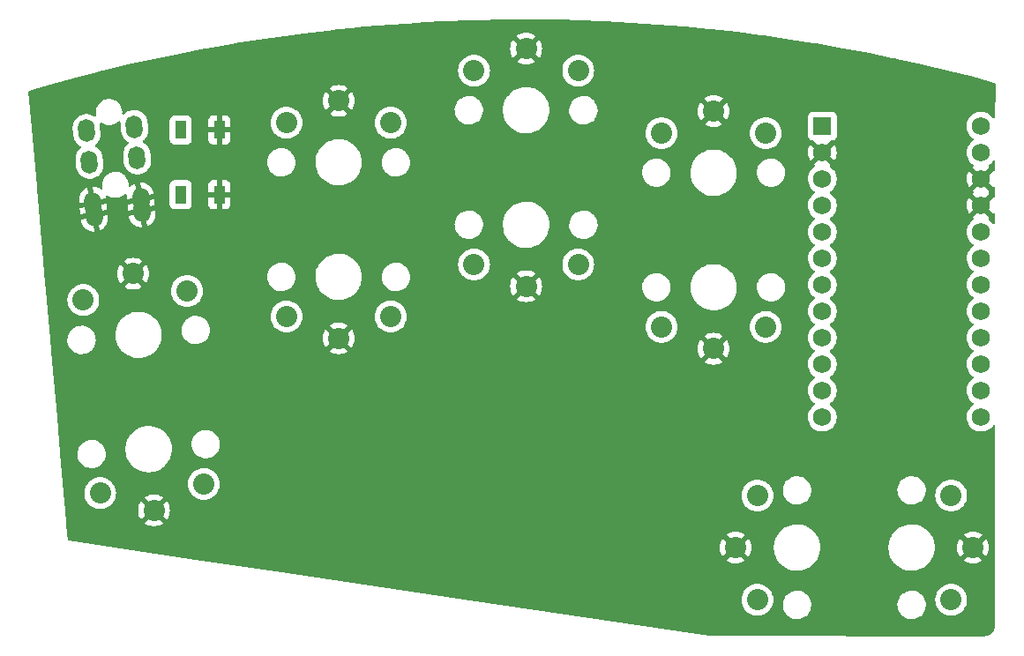
<source format=gbr>
%TF.GenerationSoftware,KiCad,Pcbnew,6.99.0*%
%TF.CreationDate,2021-12-29T17:54:11+01:00*%
%TF.ProjectId,tiny20C,74696e79-3230-4432-9e6b-696361645f70,VERSION_HERE*%
%TF.SameCoordinates,Original*%
%TF.FileFunction,Copper,L2,Bot*%
%TF.FilePolarity,Positive*%
%FSLAX46Y46*%
G04 Gerber Fmt 4.6, Leading zero omitted, Abs format (unit mm)*
G04 Created by KiCad (PCBNEW 6.99.0) date 2021-12-29 17:54:11*
%MOMM*%
%LPD*%
G01*
G04 APERTURE LIST*
G04 Aperture macros list*
%AMHorizOval*
0 Thick line with rounded ends*
0 $1 width*
0 $2 $3 position (X,Y) of the first rounded end (center of the circle)*
0 $4 $5 position (X,Y) of the second rounded end (center of the circle)*
0 Add line between two ends*
20,1,$1,$2,$3,$4,$5,0*
0 Add two circle primitives to create the rounded ends*
1,1,$1,$2,$3*
1,1,$1,$4,$5*%
G04 Aperture macros list end*
%TA.AperFunction,SMDPad,CuDef*%
%ADD10R,1.100000X1.800000*%
%TD*%
%TA.AperFunction,ComponentPad*%
%ADD11R,1.752600X1.752600*%
%TD*%
%TA.AperFunction,ComponentPad*%
%ADD12C,1.752600*%
%TD*%
%TA.AperFunction,ComponentPad*%
%ADD13C,2.032000*%
%TD*%
%TA.AperFunction,ComponentPad*%
%ADD14HorizOval,1.600000X-0.026147X0.298858X0.026147X-0.298858X0*%
%TD*%
%TA.AperFunction,ViaPad*%
%ADD15C,0.800000*%
%TD*%
G04 APERTURE END LIST*
D10*
%TO.P,B2,1*%
%TO.N,RST*%
X185750000Y-117950000D03*
X185750000Y-124150000D03*
%TO.P,B2,2*%
%TO.N,GND*%
X189450000Y-117950000D03*
X189450000Y-124150000D03*
%TD*%
D11*
%TO.P,MCU1,1*%
%TO.N,RAW*%
X247330000Y-117580000D03*
D12*
%TO.P,MCU1,2*%
%TO.N,GND*%
X247330000Y-120120000D03*
%TO.P,MCU1,3*%
%TO.N,RST*%
X247330000Y-122660000D03*
%TO.P,MCU1,4*%
%TO.N,VCC*%
X247330000Y-125200000D03*
%TO.P,MCU1,5*%
%TO.N,P21*%
X247330000Y-127740000D03*
%TO.P,MCU1,6*%
%TO.N,P20*%
X247330000Y-130280000D03*
%TO.P,MCU1,7*%
%TO.N,P19*%
X247330000Y-132820000D03*
%TO.P,MCU1,8*%
%TO.N,P18*%
X247330000Y-135360000D03*
%TO.P,MCU1,9*%
%TO.N,P15*%
X247330000Y-137900000D03*
%TO.P,MCU1,10*%
%TO.N,P14*%
X247330000Y-140440000D03*
%TO.P,MCU1,11*%
%TO.N,P16*%
X247330000Y-142980000D03*
%TO.P,MCU1,12*%
%TO.N,P10*%
X247330000Y-145520000D03*
%TO.P,MCU1,13*%
%TO.N,P1*%
X262570000Y-117580000D03*
%TO.P,MCU1,14*%
%TO.N,P0*%
X262570000Y-120120000D03*
%TO.P,MCU1,15*%
%TO.N,GND*%
X262570000Y-122660000D03*
%TO.P,MCU1,16*%
X262570000Y-125200000D03*
%TO.P,MCU1,17*%
%TO.N,P2*%
X262570000Y-127740000D03*
%TO.P,MCU1,18*%
%TO.N,P3*%
X262570000Y-130280000D03*
%TO.P,MCU1,19*%
%TO.N,P4*%
X262570000Y-132820000D03*
%TO.P,MCU1,20*%
%TO.N,P5*%
X262570000Y-135360000D03*
%TO.P,MCU1,21*%
%TO.N,P6*%
X262570000Y-137900000D03*
%TO.P,MCU1,22*%
%TO.N,P7*%
X262570000Y-140440000D03*
%TO.P,MCU1,23*%
%TO.N,P8*%
X262570000Y-142980000D03*
%TO.P,MCU1,24*%
%TO.N,P9*%
X262570000Y-145520000D03*
%TD*%
D13*
%TO.P,S1,1*%
%TO.N,P10*%
X178011583Y-152805670D03*
X187973530Y-151934112D03*
%TO.P,S1,2*%
%TO.N,GND*%
X183175584Y-154461900D03*
X183175584Y-154461900D03*
%TD*%
%TO.P,S7,1*%
%TO.N,P18*%
X241900000Y-136850000D03*
X231900000Y-136850000D03*
%TO.P,S7,2*%
%TO.N,GND*%
X236900000Y-138950000D03*
X236900000Y-138950000D03*
%TD*%
%TO.P,S3,1*%
%TO.N,P14*%
X205900000Y-135850000D03*
X195900000Y-135850000D03*
%TO.P,S3,2*%
%TO.N,GND*%
X200900000Y-137950000D03*
X200900000Y-137950000D03*
%TD*%
%TO.P,S6,1*%
%TO.N,P20*%
X213900000Y-112250000D03*
X223900000Y-112250000D03*
%TO.P,S6,2*%
%TO.N,GND*%
X218900000Y-110150000D03*
X218900000Y-110150000D03*
%TD*%
%TO.P,S9,1*%
%TO.N,P8*%
X241100000Y-163050000D03*
X241100000Y-153050000D03*
%TO.P,S9,2*%
%TO.N,GND*%
X239000000Y-158050000D03*
X239000000Y-158050000D03*
%TD*%
%TO.P,S2,1*%
%TO.N,P16*%
X186352433Y-133404890D03*
X176390486Y-134276448D03*
%TO.P,S2,2*%
%TO.N,GND*%
X181188432Y-131748660D03*
X181188432Y-131748660D03*
%TD*%
%TO.P,S8,1*%
%TO.N,P21*%
X231900000Y-118250000D03*
X241900000Y-118250000D03*
%TO.P,S8,2*%
%TO.N,GND*%
X236900000Y-116150000D03*
X236900000Y-116150000D03*
%TD*%
%TO.P,S4,1*%
%TO.N,P19*%
X195900000Y-117250000D03*
X205900000Y-117250000D03*
%TO.P,S4,2*%
%TO.N,GND*%
X200900000Y-115150000D03*
X200900000Y-115150000D03*
%TD*%
D14*
%TO.P,REF\u002A\u002A,1*%
%TO.N,GND*%
X181996616Y-125695096D03*
X177414120Y-126096013D03*
%TO.P,REF\u002A\u002A,2*%
X181900745Y-124599282D03*
X177318249Y-125000198D03*
%TO.P,REF\u002A\u002A,3*%
%TO.N,P7*%
X176969626Y-121015420D03*
X181552122Y-120614503D03*
%TO.P,REF\u002A\u002A,4*%
%TO.N,VCC*%
X181290654Y-117625919D03*
X176708159Y-118026835D03*
%TD*%
D13*
%TO.P,S10,1*%
%TO.N,P9*%
X259700000Y-163050000D03*
X259700000Y-153050000D03*
%TO.P,S10,2*%
%TO.N,GND*%
X261800000Y-158050000D03*
X261800000Y-158050000D03*
%TD*%
%TO.P,S5,1*%
%TO.N,P15*%
X213900000Y-130850000D03*
X223900000Y-130850000D03*
%TO.P,S5,2*%
%TO.N,GND*%
X218900000Y-132950000D03*
X218900000Y-132950000D03*
%TD*%
D15*
%TO.N,RST*%
X185750000Y-117950000D03*
X185750000Y-124150000D03*
%TD*%
%TA.AperFunction,Conductor*%
%TO.N,GND*%
G36*
X219935449Y-107337472D02*
G01*
X221311070Y-107347193D01*
X221312878Y-107347219D01*
X222388187Y-107371065D01*
X223873031Y-107403992D01*
X223874934Y-107404049D01*
X226433828Y-107499482D01*
X226435729Y-107499567D01*
X227696462Y-107565668D01*
X228992971Y-107633645D01*
X228994834Y-107633757D01*
X231549791Y-107806448D01*
X231551633Y-107806587D01*
X234103656Y-108017849D01*
X234105455Y-108018011D01*
X236445994Y-108247410D01*
X236654042Y-108267801D01*
X236655934Y-108268001D01*
X239200333Y-108556245D01*
X239202223Y-108556473D01*
X241394723Y-108838455D01*
X241742066Y-108883127D01*
X241743933Y-108883382D01*
X244278595Y-109248370D01*
X244280408Y-109248646D01*
X246443679Y-109593584D01*
X246809176Y-109651863D01*
X246811054Y-109652177D01*
X249333478Y-110093551D01*
X249335275Y-110093879D01*
X251850732Y-110573301D01*
X251852590Y-110573669D01*
X254034358Y-111023749D01*
X254360566Y-111091043D01*
X254362415Y-111091439D01*
X254518386Y-111126079D01*
X256862231Y-111646623D01*
X256864086Y-111647050D01*
X259355170Y-112239915D01*
X259357018Y-112240369D01*
X261838988Y-112870826D01*
X261840829Y-112871309D01*
X262110819Y-112944249D01*
X263848530Y-113413705D01*
X263909075Y-113450781D01*
X263939965Y-113514705D01*
X263941667Y-113535428D01*
X263941434Y-113875781D01*
X263939484Y-116720658D01*
X263919435Y-116788765D01*
X263865748Y-116835221D01*
X263795467Y-116845277D01*
X263730906Y-116815740D01*
X263707694Y-116789015D01*
X263670923Y-116732175D01*
X263517668Y-116563750D01*
X263338963Y-116422618D01*
X263139607Y-116312567D01*
X263009657Y-116266549D01*
X262929829Y-116238280D01*
X262929825Y-116238279D01*
X262924954Y-116236554D01*
X262919861Y-116235647D01*
X262919858Y-116235646D01*
X262705857Y-116197527D01*
X262705851Y-116197526D01*
X262700768Y-116196621D01*
X262613698Y-116195557D01*
X262478239Y-116193902D01*
X262478237Y-116193902D01*
X262473070Y-116193839D01*
X262247976Y-116228283D01*
X262031529Y-116299029D01*
X261829544Y-116404176D01*
X261825411Y-116407279D01*
X261825408Y-116407281D01*
X261651915Y-116537543D01*
X261647444Y-116540900D01*
X261637765Y-116551029D01*
X261500875Y-116694276D01*
X261490120Y-116705530D01*
X261487206Y-116709802D01*
X261487205Y-116709803D01*
X261467135Y-116739225D01*
X261361797Y-116893645D01*
X261265921Y-117100192D01*
X261205067Y-117319625D01*
X261180869Y-117546050D01*
X261181166Y-117551202D01*
X261181166Y-117551206D01*
X261184758Y-117613499D01*
X261193977Y-117773387D01*
X261195112Y-117778424D01*
X261195113Y-117778430D01*
X261216571Y-117873646D01*
X261244039Y-117995531D01*
X261245983Y-118000317D01*
X261245984Y-118000322D01*
X261306295Y-118148849D01*
X261329711Y-118206515D01*
X261448692Y-118400674D01*
X261597786Y-118572793D01*
X261772989Y-118718249D01*
X261777440Y-118720850D01*
X261777450Y-118720857D01*
X261810266Y-118740033D01*
X261858989Y-118791672D01*
X261872059Y-118861455D01*
X261845326Y-118927227D01*
X261822353Y-118949575D01*
X261647444Y-119080900D01*
X261640375Y-119088297D01*
X261494372Y-119241081D01*
X261490120Y-119245530D01*
X261487206Y-119249802D01*
X261487205Y-119249803D01*
X261435175Y-119326077D01*
X261361797Y-119433645D01*
X261265921Y-119640192D01*
X261264539Y-119645174D01*
X261264539Y-119645175D01*
X261247803Y-119705524D01*
X261205067Y-119859625D01*
X261180869Y-120086050D01*
X261181166Y-120091202D01*
X261181166Y-120091206D01*
X261183307Y-120128341D01*
X261193977Y-120313387D01*
X261195112Y-120318424D01*
X261195113Y-120318430D01*
X261239440Y-120515123D01*
X261244039Y-120535531D01*
X261245983Y-120540317D01*
X261245984Y-120540322D01*
X261317072Y-120715390D01*
X261329711Y-120746515D01*
X261448692Y-120940674D01*
X261597786Y-121112793D01*
X261683946Y-121184324D01*
X261767050Y-121253318D01*
X261772989Y-121258249D01*
X261777441Y-121260851D01*
X261777446Y-121260854D01*
X261810733Y-121280305D01*
X261859456Y-121331944D01*
X261872527Y-121401727D01*
X261845795Y-121467499D01*
X261822813Y-121489854D01*
X261800890Y-121506314D01*
X261792436Y-121517640D01*
X261799180Y-121529970D01*
X262557188Y-122287978D01*
X262571132Y-122295592D01*
X262572965Y-122295461D01*
X262579580Y-122291210D01*
X263342115Y-121528675D01*
X263349136Y-121515819D01*
X263341607Y-121505486D01*
X263334161Y-121500539D01*
X263331880Y-121499280D01*
X263331137Y-121498530D01*
X263329853Y-121497677D01*
X263330029Y-121497412D01*
X263281908Y-121448849D01*
X263267134Y-121379406D01*
X263292249Y-121313000D01*
X263319602Y-121286391D01*
X263320428Y-121285802D01*
X263466893Y-121181330D01*
X263628193Y-121020592D01*
X263652520Y-120986738D01*
X263708240Y-120909194D01*
X263764235Y-120865546D01*
X263834938Y-120859100D01*
X263897903Y-120891903D01*
X263933137Y-120953539D01*
X263936563Y-120982806D01*
X263936016Y-121781793D01*
X263936002Y-121801694D01*
X263915953Y-121869801D01*
X263862266Y-121916257D01*
X263791985Y-121926313D01*
X263727777Y-121897081D01*
X263711398Y-121882975D01*
X263701831Y-121887379D01*
X262942022Y-122647188D01*
X262934408Y-122661132D01*
X262934539Y-122662965D01*
X262938790Y-122669580D01*
X263699320Y-123430110D01*
X263711331Y-123436669D01*
X263732335Y-123420623D01*
X263798610Y-123395165D01*
X263868128Y-123409579D01*
X263918817Y-123459289D01*
X263934824Y-123520835D01*
X263934619Y-123819980D01*
X263934262Y-124340196D01*
X263914213Y-124408303D01*
X263860526Y-124454760D01*
X263790245Y-124464815D01*
X263726036Y-124435582D01*
X263711398Y-124422975D01*
X263701831Y-124427379D01*
X262942022Y-125187188D01*
X262934408Y-125201132D01*
X262934539Y-125202965D01*
X262938790Y-125209580D01*
X263699320Y-125970110D01*
X263711330Y-125976669D01*
X263730592Y-125961954D01*
X263796867Y-125936495D01*
X263866385Y-125950908D01*
X263917075Y-126000618D01*
X263933082Y-126062166D01*
X263932878Y-126359705D01*
X263932535Y-126861793D01*
X263932529Y-126869906D01*
X263912480Y-126938013D01*
X263858793Y-126984469D01*
X263788512Y-126994525D01*
X263723951Y-126964988D01*
X263700737Y-126938260D01*
X263673731Y-126896515D01*
X263673729Y-126896512D01*
X263670923Y-126892175D01*
X263517668Y-126723750D01*
X263338963Y-126582618D01*
X263331849Y-126578691D01*
X263331006Y-126577840D01*
X263330131Y-126577259D01*
X263330251Y-126577078D01*
X263281876Y-126528261D01*
X263267100Y-126458819D01*
X263292214Y-126392413D01*
X263319568Y-126365802D01*
X263338103Y-126352581D01*
X263346504Y-126341881D01*
X263339515Y-126328725D01*
X262582812Y-125572022D01*
X262568868Y-125564408D01*
X262567035Y-125564539D01*
X262560420Y-125568790D01*
X261797510Y-126331700D01*
X261790750Y-126344080D01*
X261796031Y-126351134D01*
X261810698Y-126359705D01*
X261859422Y-126411343D01*
X261872493Y-126481126D01*
X261845762Y-126546898D01*
X261822781Y-126569253D01*
X261704648Y-126657950D01*
X261647444Y-126700900D01*
X261490120Y-126865530D01*
X261487206Y-126869802D01*
X261487205Y-126869803D01*
X261429408Y-126954531D01*
X261361797Y-127053645D01*
X261265921Y-127260192D01*
X261264539Y-127265174D01*
X261264539Y-127265175D01*
X261241550Y-127348070D01*
X261205067Y-127479625D01*
X261180869Y-127706050D01*
X261181166Y-127711202D01*
X261181166Y-127711206D01*
X261184221Y-127764184D01*
X261193977Y-127933387D01*
X261195112Y-127938424D01*
X261195113Y-127938430D01*
X261238997Y-128133159D01*
X261244039Y-128155531D01*
X261245983Y-128160317D01*
X261245984Y-128160322D01*
X261298030Y-128288494D01*
X261329711Y-128366515D01*
X261355412Y-128408455D01*
X261433859Y-128536468D01*
X261448692Y-128560674D01*
X261597786Y-128732793D01*
X261772989Y-128878249D01*
X261777440Y-128880850D01*
X261777450Y-128880857D01*
X261810266Y-128900033D01*
X261858989Y-128951672D01*
X261872059Y-129021455D01*
X261845326Y-129087227D01*
X261822353Y-129109575D01*
X261647444Y-129240900D01*
X261490120Y-129405530D01*
X261487206Y-129409802D01*
X261487205Y-129409803D01*
X261442509Y-129475325D01*
X261361797Y-129593645D01*
X261265921Y-129800192D01*
X261264539Y-129805174D01*
X261264539Y-129805175D01*
X261258469Y-129827064D01*
X261205067Y-130019625D01*
X261180869Y-130246050D01*
X261181166Y-130251202D01*
X261181166Y-130251206D01*
X261183611Y-130293613D01*
X261193977Y-130473387D01*
X261195112Y-130478424D01*
X261195113Y-130478430D01*
X261232711Y-130645265D01*
X261244039Y-130695531D01*
X261245983Y-130700317D01*
X261245984Y-130700322D01*
X261326717Y-130899141D01*
X261329711Y-130906515D01*
X261448692Y-131100674D01*
X261597786Y-131272793D01*
X261772989Y-131418249D01*
X261777440Y-131420850D01*
X261777450Y-131420857D01*
X261810266Y-131440033D01*
X261858989Y-131491672D01*
X261872059Y-131561455D01*
X261845326Y-131627227D01*
X261822353Y-131649575D01*
X261647444Y-131780900D01*
X261628668Y-131800548D01*
X261538883Y-131894503D01*
X261490120Y-131945530D01*
X261487206Y-131949802D01*
X261487205Y-131949803D01*
X261444343Y-132012637D01*
X261361797Y-132133645D01*
X261265921Y-132340192D01*
X261264539Y-132345174D01*
X261264539Y-132345175D01*
X261251873Y-132390849D01*
X261205067Y-132559625D01*
X261180869Y-132786050D01*
X261181166Y-132791202D01*
X261181166Y-132791206D01*
X261184515Y-132849286D01*
X261193977Y-133013387D01*
X261195112Y-133018424D01*
X261195113Y-133018430D01*
X261239127Y-133213734D01*
X261244039Y-133235531D01*
X261245983Y-133240317D01*
X261245984Y-133240322D01*
X261317964Y-133417586D01*
X261329711Y-133446515D01*
X261448692Y-133640674D01*
X261597786Y-133812793D01*
X261681166Y-133882016D01*
X261767898Y-133954022D01*
X261772989Y-133958249D01*
X261777440Y-133960850D01*
X261777450Y-133960857D01*
X261810266Y-133980033D01*
X261858989Y-134031672D01*
X261872059Y-134101455D01*
X261845326Y-134167227D01*
X261822353Y-134189575D01*
X261647444Y-134320900D01*
X261490120Y-134485530D01*
X261487206Y-134489802D01*
X261487205Y-134489803D01*
X261466277Y-134520483D01*
X261361797Y-134673645D01*
X261265921Y-134880192D01*
X261264539Y-134885174D01*
X261264539Y-134885175D01*
X261250970Y-134934104D01*
X261205067Y-135099625D01*
X261180869Y-135326050D01*
X261181166Y-135331202D01*
X261181166Y-135331206D01*
X261183569Y-135372874D01*
X261193977Y-135553387D01*
X261195112Y-135558424D01*
X261195113Y-135558430D01*
X261242901Y-135770482D01*
X261244039Y-135775531D01*
X261245983Y-135780317D01*
X261245984Y-135780322D01*
X261318022Y-135957729D01*
X261329711Y-135986515D01*
X261407618Y-136113647D01*
X261443863Y-136172793D01*
X261448692Y-136180674D01*
X261597786Y-136352793D01*
X261772989Y-136498249D01*
X261777440Y-136500850D01*
X261777450Y-136500857D01*
X261810266Y-136520033D01*
X261858989Y-136571672D01*
X261872059Y-136641455D01*
X261845326Y-136707227D01*
X261822353Y-136729575D01*
X261647444Y-136860900D01*
X261490120Y-137025530D01*
X261487206Y-137029802D01*
X261487205Y-137029803D01*
X261450274Y-137083942D01*
X261361797Y-137213645D01*
X261265921Y-137420192D01*
X261264539Y-137425174D01*
X261264539Y-137425175D01*
X261259063Y-137444922D01*
X261205067Y-137639625D01*
X261180869Y-137866050D01*
X261181166Y-137871202D01*
X261181166Y-137871206D01*
X261185644Y-137948868D01*
X261193977Y-138093387D01*
X261195112Y-138098424D01*
X261195113Y-138098430D01*
X261241784Y-138305524D01*
X261244039Y-138315531D01*
X261245983Y-138320317D01*
X261245984Y-138320322D01*
X261321483Y-138506252D01*
X261329711Y-138526515D01*
X261448692Y-138720674D01*
X261597786Y-138892793D01*
X261772989Y-139038249D01*
X261777440Y-139040850D01*
X261777450Y-139040857D01*
X261810266Y-139060033D01*
X261858989Y-139111672D01*
X261872059Y-139181455D01*
X261845326Y-139247227D01*
X261822353Y-139269575D01*
X261647444Y-139400900D01*
X261490120Y-139565530D01*
X261487206Y-139569802D01*
X261487205Y-139569803D01*
X261431441Y-139651550D01*
X261361797Y-139753645D01*
X261265921Y-139960192D01*
X261205067Y-140179625D01*
X261180869Y-140406050D01*
X261181166Y-140411202D01*
X261181166Y-140411206D01*
X261183907Y-140458737D01*
X261193977Y-140633387D01*
X261244039Y-140855531D01*
X261245983Y-140860317D01*
X261245984Y-140860322D01*
X261327767Y-141061728D01*
X261329711Y-141066515D01*
X261332410Y-141070919D01*
X261441288Y-141248591D01*
X261448692Y-141260674D01*
X261597786Y-141432793D01*
X261772989Y-141578249D01*
X261777440Y-141580850D01*
X261777450Y-141580857D01*
X261810266Y-141600033D01*
X261858989Y-141651672D01*
X261872059Y-141721455D01*
X261845326Y-141787227D01*
X261822353Y-141809575D01*
X261647444Y-141940900D01*
X261643872Y-141944638D01*
X261501349Y-142093780D01*
X261490120Y-142105530D01*
X261487206Y-142109802D01*
X261487205Y-142109803D01*
X261451676Y-142161887D01*
X261361797Y-142293645D01*
X261265921Y-142500192D01*
X261205067Y-142719625D01*
X261180869Y-142946050D01*
X261181166Y-142951202D01*
X261181166Y-142951206D01*
X261185983Y-143034740D01*
X261193977Y-143173387D01*
X261244039Y-143395531D01*
X261245983Y-143400317D01*
X261245984Y-143400322D01*
X261327767Y-143601728D01*
X261329711Y-143606515D01*
X261448692Y-143800674D01*
X261597786Y-143972793D01*
X261772989Y-144118249D01*
X261777440Y-144120850D01*
X261777450Y-144120857D01*
X261810266Y-144140033D01*
X261858989Y-144191672D01*
X261872059Y-144261455D01*
X261845326Y-144327227D01*
X261822353Y-144349575D01*
X261647444Y-144480900D01*
X261490120Y-144645530D01*
X261487206Y-144649802D01*
X261487205Y-144649803D01*
X261421819Y-144745656D01*
X261361797Y-144833645D01*
X261265921Y-145040192D01*
X261205067Y-145259625D01*
X261180869Y-145486050D01*
X261181166Y-145491202D01*
X261181166Y-145491206D01*
X261185983Y-145574740D01*
X261193977Y-145713387D01*
X261244039Y-145935531D01*
X261245983Y-145940317D01*
X261245984Y-145940322D01*
X261327767Y-146141728D01*
X261329711Y-146146515D01*
X261448692Y-146340674D01*
X261597786Y-146512793D01*
X261772989Y-146658249D01*
X261777441Y-146660851D01*
X261777446Y-146660854D01*
X261871540Y-146715838D01*
X261969597Y-146773138D01*
X262182329Y-146854372D01*
X262187395Y-146855403D01*
X262187396Y-146855403D01*
X262232980Y-146864677D01*
X262405472Y-146899771D01*
X262533288Y-146904458D01*
X262627870Y-146907927D01*
X262627875Y-146907927D01*
X262633034Y-146908116D01*
X262638154Y-146907460D01*
X262638156Y-146907460D01*
X262710344Y-146898212D01*
X262858903Y-146879181D01*
X262863852Y-146877696D01*
X262863858Y-146877695D01*
X263017939Y-146831468D01*
X263077013Y-146813745D01*
X263160627Y-146772783D01*
X263276865Y-146715838D01*
X263281507Y-146713564D01*
X263285711Y-146710566D01*
X263285715Y-146710563D01*
X263413558Y-146619373D01*
X263466893Y-146581330D01*
X263628193Y-146420592D01*
X263635021Y-146411090D01*
X263690818Y-146333440D01*
X263746813Y-146289792D01*
X263817516Y-146283346D01*
X263880481Y-146316149D01*
X263915715Y-146377785D01*
X263919141Y-146407050D01*
X263906462Y-164909175D01*
X263906034Y-165533141D01*
X263904534Y-165552435D01*
X263900814Y-165576330D01*
X263901978Y-165585233D01*
X263901978Y-165585236D01*
X263902475Y-165589040D01*
X263903063Y-165616307D01*
X263892263Y-165740287D01*
X263888481Y-165761826D01*
X263850516Y-165904153D01*
X263843070Y-165924708D01*
X263781065Y-166058330D01*
X263770173Y-166077294D01*
X263685994Y-166198185D01*
X263671986Y-166214980D01*
X263568176Y-166319490D01*
X263551485Y-166333603D01*
X263431159Y-166418594D01*
X263412273Y-166429611D01*
X263341572Y-166462999D01*
X263279065Y-166492517D01*
X263258556Y-166500102D01*
X263116488Y-166539022D01*
X263094975Y-166542948D01*
X262977963Y-166553934D01*
X262961483Y-166553488D01*
X262961481Y-166553887D01*
X262952501Y-166553838D01*
X262943622Y-166552516D01*
X262914446Y-166556531D01*
X262897198Y-166557708D01*
X236444795Y-166542027D01*
X236426348Y-166540658D01*
X212957826Y-163050000D01*
X239570786Y-163050000D01*
X239589613Y-163289222D01*
X239590767Y-163294029D01*
X239590768Y-163294035D01*
X239611050Y-163378514D01*
X239645631Y-163522553D01*
X239647524Y-163527124D01*
X239647525Y-163527126D01*
X239685810Y-163619553D01*
X239737460Y-163744249D01*
X239862840Y-163948849D01*
X240018682Y-164131318D01*
X240201151Y-164287160D01*
X240405751Y-164412540D01*
X240410321Y-164414433D01*
X240410323Y-164414434D01*
X240514787Y-164457704D01*
X240627447Y-164504369D01*
X240709037Y-164523957D01*
X240855965Y-164559232D01*
X240855971Y-164559233D01*
X240860778Y-164560387D01*
X241100000Y-164579214D01*
X241339222Y-164560387D01*
X241344029Y-164559233D01*
X241344035Y-164559232D01*
X241490963Y-164523957D01*
X241572553Y-164504369D01*
X241685213Y-164457704D01*
X241789677Y-164414434D01*
X241789679Y-164414433D01*
X241794249Y-164412540D01*
X241998849Y-164287160D01*
X242181318Y-164131318D01*
X242337160Y-163948849D01*
X242462540Y-163744249D01*
X242514191Y-163619553D01*
X242552475Y-163527126D01*
X242552476Y-163527124D01*
X242554369Y-163522553D01*
X242563209Y-163485732D01*
X243537200Y-163485732D01*
X243537400Y-163491062D01*
X243537400Y-163491063D01*
X243538582Y-163522553D01*
X243545854Y-163716268D01*
X243593228Y-163942050D01*
X243677967Y-164156622D01*
X243797647Y-164353849D01*
X243801144Y-164357879D01*
X243929264Y-164505524D01*
X243948847Y-164528092D01*
X243988707Y-164560775D01*
X244123115Y-164670984D01*
X244123121Y-164670988D01*
X244127243Y-164674368D01*
X244327735Y-164788494D01*
X244332751Y-164790315D01*
X244332756Y-164790317D01*
X244539575Y-164865389D01*
X244539579Y-164865390D01*
X244544590Y-164867209D01*
X244549839Y-164868158D01*
X244549842Y-164868159D01*
X244767523Y-164907522D01*
X244767530Y-164907523D01*
X244771607Y-164908260D01*
X244789344Y-164909096D01*
X244794292Y-164909330D01*
X244794299Y-164909330D01*
X244795780Y-164909400D01*
X244957925Y-164909400D01*
X245024881Y-164903719D01*
X245124562Y-164895261D01*
X245124566Y-164895260D01*
X245129873Y-164894810D01*
X245135028Y-164893472D01*
X245135034Y-164893471D01*
X245348003Y-164838195D01*
X245348007Y-164838194D01*
X245353172Y-164836853D01*
X245358038Y-164834661D01*
X245358041Y-164834660D01*
X245558649Y-164744293D01*
X245563515Y-164742101D01*
X245567935Y-164739125D01*
X245567939Y-164739123D01*
X245669148Y-164670984D01*
X245754885Y-164613262D01*
X245921812Y-164454022D01*
X245999738Y-164349286D01*
X246056337Y-164273214D01*
X246056339Y-164273211D01*
X246059521Y-164268934D01*
X246114305Y-164161183D01*
X246161658Y-164068046D01*
X246161658Y-164068045D01*
X246164077Y-164063288D01*
X246203343Y-163936831D01*
X246230905Y-163848070D01*
X246230906Y-163848064D01*
X246232489Y-163842967D01*
X246262800Y-163614268D01*
X246257975Y-163485732D01*
X254537200Y-163485732D01*
X254537400Y-163491062D01*
X254537400Y-163491063D01*
X254538582Y-163522553D01*
X254545854Y-163716268D01*
X254593228Y-163942050D01*
X254677967Y-164156622D01*
X254797647Y-164353849D01*
X254801144Y-164357879D01*
X254929264Y-164505524D01*
X254948847Y-164528092D01*
X254988707Y-164560775D01*
X255123115Y-164670984D01*
X255123121Y-164670988D01*
X255127243Y-164674368D01*
X255327735Y-164788494D01*
X255332751Y-164790315D01*
X255332756Y-164790317D01*
X255539575Y-164865389D01*
X255539579Y-164865390D01*
X255544590Y-164867209D01*
X255549839Y-164868158D01*
X255549842Y-164868159D01*
X255767523Y-164907522D01*
X255767530Y-164907523D01*
X255771607Y-164908260D01*
X255789344Y-164909096D01*
X255794292Y-164909330D01*
X255794299Y-164909330D01*
X255795780Y-164909400D01*
X255957925Y-164909400D01*
X256024881Y-164903719D01*
X256124562Y-164895261D01*
X256124566Y-164895260D01*
X256129873Y-164894810D01*
X256135028Y-164893472D01*
X256135034Y-164893471D01*
X256348003Y-164838195D01*
X256348007Y-164838194D01*
X256353172Y-164836853D01*
X256358038Y-164834661D01*
X256358041Y-164834660D01*
X256558649Y-164744293D01*
X256563515Y-164742101D01*
X256567935Y-164739125D01*
X256567939Y-164739123D01*
X256669148Y-164670984D01*
X256754885Y-164613262D01*
X256921812Y-164454022D01*
X256999738Y-164349286D01*
X257056337Y-164273214D01*
X257056339Y-164273211D01*
X257059521Y-164268934D01*
X257114305Y-164161183D01*
X257161658Y-164068046D01*
X257161658Y-164068045D01*
X257164077Y-164063288D01*
X257203343Y-163936831D01*
X257230905Y-163848070D01*
X257230906Y-163848064D01*
X257232489Y-163842967D01*
X257262800Y-163614268D01*
X257254146Y-163383732D01*
X257206772Y-163157950D01*
X257164140Y-163050000D01*
X258170786Y-163050000D01*
X258189613Y-163289222D01*
X258190767Y-163294029D01*
X258190768Y-163294035D01*
X258211050Y-163378514D01*
X258245631Y-163522553D01*
X258247524Y-163527124D01*
X258247525Y-163527126D01*
X258285810Y-163619553D01*
X258337460Y-163744249D01*
X258462840Y-163948849D01*
X258618682Y-164131318D01*
X258801151Y-164287160D01*
X259005751Y-164412540D01*
X259010321Y-164414433D01*
X259010323Y-164414434D01*
X259114787Y-164457704D01*
X259227447Y-164504369D01*
X259309037Y-164523957D01*
X259455965Y-164559232D01*
X259455971Y-164559233D01*
X259460778Y-164560387D01*
X259700000Y-164579214D01*
X259939222Y-164560387D01*
X259944029Y-164559233D01*
X259944035Y-164559232D01*
X260090963Y-164523957D01*
X260172553Y-164504369D01*
X260285213Y-164457704D01*
X260389677Y-164414434D01*
X260389679Y-164414433D01*
X260394249Y-164412540D01*
X260598849Y-164287160D01*
X260781318Y-164131318D01*
X260937160Y-163948849D01*
X261062540Y-163744249D01*
X261114191Y-163619553D01*
X261152475Y-163527126D01*
X261152476Y-163527124D01*
X261154369Y-163522553D01*
X261188950Y-163378514D01*
X261209232Y-163294035D01*
X261209233Y-163294029D01*
X261210387Y-163289222D01*
X261229214Y-163050000D01*
X261210387Y-162810778D01*
X261209233Y-162805971D01*
X261209232Y-162805965D01*
X261155524Y-162582259D01*
X261154369Y-162577447D01*
X261118319Y-162490414D01*
X261064434Y-162360323D01*
X261064433Y-162360321D01*
X261062540Y-162355751D01*
X260937160Y-162151151D01*
X260781318Y-161968682D01*
X260598849Y-161812840D01*
X260394249Y-161687460D01*
X260389679Y-161685567D01*
X260389677Y-161685566D01*
X260177126Y-161597525D01*
X260177124Y-161597524D01*
X260172553Y-161595631D01*
X260090963Y-161576043D01*
X259944035Y-161540768D01*
X259944029Y-161540767D01*
X259939222Y-161539613D01*
X259700000Y-161520786D01*
X259460778Y-161539613D01*
X259455971Y-161540767D01*
X259455965Y-161540768D01*
X259309037Y-161576043D01*
X259227447Y-161595631D01*
X259222876Y-161597524D01*
X259222874Y-161597525D01*
X259010323Y-161685566D01*
X259010321Y-161685567D01*
X259005751Y-161687460D01*
X258801151Y-161812840D01*
X258618682Y-161968682D01*
X258462840Y-162151151D01*
X258337460Y-162355751D01*
X258335567Y-162360321D01*
X258335566Y-162360323D01*
X258281681Y-162490414D01*
X258245631Y-162577447D01*
X258244476Y-162582259D01*
X258190768Y-162805965D01*
X258190767Y-162805971D01*
X258189613Y-162810778D01*
X258170786Y-163050000D01*
X257164140Y-163050000D01*
X257122033Y-162943378D01*
X257002353Y-162746151D01*
X256915428Y-162645978D01*
X256854653Y-162575941D01*
X256854651Y-162575939D01*
X256851153Y-162571908D01*
X256809018Y-162537360D01*
X256676885Y-162429016D01*
X256676879Y-162429012D01*
X256672757Y-162425632D01*
X256472265Y-162311506D01*
X256467249Y-162309685D01*
X256467244Y-162309683D01*
X256260425Y-162234611D01*
X256260421Y-162234610D01*
X256255410Y-162232791D01*
X256250161Y-162231842D01*
X256250158Y-162231841D01*
X256032477Y-162192478D01*
X256032470Y-162192477D01*
X256028393Y-162191740D01*
X256010656Y-162190904D01*
X256005708Y-162190670D01*
X256005701Y-162190670D01*
X256004220Y-162190600D01*
X255842075Y-162190600D01*
X255775119Y-162196281D01*
X255675438Y-162204739D01*
X255675434Y-162204740D01*
X255670127Y-162205190D01*
X255664972Y-162206528D01*
X255664966Y-162206529D01*
X255451997Y-162261805D01*
X255451993Y-162261806D01*
X255446828Y-162263147D01*
X255441962Y-162265339D01*
X255441959Y-162265340D01*
X255343521Y-162309683D01*
X255236485Y-162357899D01*
X255232065Y-162360875D01*
X255232061Y-162360877D01*
X255139800Y-162422992D01*
X255045115Y-162486738D01*
X254878188Y-162645978D01*
X254875000Y-162650263D01*
X254751903Y-162815712D01*
X254740479Y-162831066D01*
X254738064Y-162835816D01*
X254683377Y-162943378D01*
X254635923Y-163036712D01*
X254601717Y-163146872D01*
X254569095Y-163251930D01*
X254569094Y-163251936D01*
X254567511Y-163257033D01*
X254537200Y-163485732D01*
X246257975Y-163485732D01*
X246254146Y-163383732D01*
X246206772Y-163157950D01*
X246122033Y-162943378D01*
X246002353Y-162746151D01*
X245915428Y-162645978D01*
X245854653Y-162575941D01*
X245854651Y-162575939D01*
X245851153Y-162571908D01*
X245809018Y-162537360D01*
X245676885Y-162429016D01*
X245676879Y-162429012D01*
X245672757Y-162425632D01*
X245472265Y-162311506D01*
X245467249Y-162309685D01*
X245467244Y-162309683D01*
X245260425Y-162234611D01*
X245260421Y-162234610D01*
X245255410Y-162232791D01*
X245250161Y-162231842D01*
X245250158Y-162231841D01*
X245032477Y-162192478D01*
X245032470Y-162192477D01*
X245028393Y-162191740D01*
X245010656Y-162190904D01*
X245005708Y-162190670D01*
X245005701Y-162190670D01*
X245004220Y-162190600D01*
X244842075Y-162190600D01*
X244775119Y-162196281D01*
X244675438Y-162204739D01*
X244675434Y-162204740D01*
X244670127Y-162205190D01*
X244664972Y-162206528D01*
X244664966Y-162206529D01*
X244451997Y-162261805D01*
X244451993Y-162261806D01*
X244446828Y-162263147D01*
X244441962Y-162265339D01*
X244441959Y-162265340D01*
X244343521Y-162309683D01*
X244236485Y-162357899D01*
X244232065Y-162360875D01*
X244232061Y-162360877D01*
X244139800Y-162422992D01*
X244045115Y-162486738D01*
X243878188Y-162645978D01*
X243875000Y-162650263D01*
X243751903Y-162815712D01*
X243740479Y-162831066D01*
X243738064Y-162835816D01*
X243683377Y-162943378D01*
X243635923Y-163036712D01*
X243601717Y-163146872D01*
X243569095Y-163251930D01*
X243569094Y-163251936D01*
X243567511Y-163257033D01*
X243537200Y-163485732D01*
X242563209Y-163485732D01*
X242588950Y-163378514D01*
X242609232Y-163294035D01*
X242609233Y-163294029D01*
X242610387Y-163289222D01*
X242629214Y-163050000D01*
X242610387Y-162810778D01*
X242609233Y-162805971D01*
X242609232Y-162805965D01*
X242555524Y-162582259D01*
X242554369Y-162577447D01*
X242518319Y-162490414D01*
X242464434Y-162360323D01*
X242464433Y-162360321D01*
X242462540Y-162355751D01*
X242337160Y-162151151D01*
X242181318Y-161968682D01*
X241998849Y-161812840D01*
X241794249Y-161687460D01*
X241789679Y-161685567D01*
X241789677Y-161685566D01*
X241577126Y-161597525D01*
X241577124Y-161597524D01*
X241572553Y-161595631D01*
X241490963Y-161576043D01*
X241344035Y-161540768D01*
X241344029Y-161540767D01*
X241339222Y-161539613D01*
X241100000Y-161520786D01*
X240860778Y-161539613D01*
X240855971Y-161540767D01*
X240855965Y-161540768D01*
X240709037Y-161576043D01*
X240627447Y-161595631D01*
X240622876Y-161597524D01*
X240622874Y-161597525D01*
X240410323Y-161685566D01*
X240410321Y-161685567D01*
X240405751Y-161687460D01*
X240201151Y-161812840D01*
X240018682Y-161968682D01*
X239862840Y-162151151D01*
X239737460Y-162355751D01*
X239735567Y-162360321D01*
X239735566Y-162360323D01*
X239681681Y-162490414D01*
X239645631Y-162577447D01*
X239644476Y-162582259D01*
X239590768Y-162805965D01*
X239590767Y-162805971D01*
X239589613Y-162810778D01*
X239570786Y-163050000D01*
X212957826Y-163050000D01*
X194286966Y-160272936D01*
X187707405Y-159294306D01*
X238120524Y-159294306D01*
X238126251Y-159301956D01*
X238301759Y-159409507D01*
X238310553Y-159413988D01*
X238523029Y-159501998D01*
X238532414Y-159505047D01*
X238756044Y-159558737D01*
X238765791Y-159560280D01*
X238995070Y-159578325D01*
X239004930Y-159578325D01*
X239234209Y-159560280D01*
X239243956Y-159558737D01*
X239467586Y-159505047D01*
X239476971Y-159501998D01*
X239689447Y-159413988D01*
X239698241Y-159409507D01*
X239870083Y-159304203D01*
X239879543Y-159293747D01*
X239875759Y-159284969D01*
X239012812Y-158422022D01*
X238998868Y-158414408D01*
X238997035Y-158414539D01*
X238990420Y-158418790D01*
X238127284Y-159281926D01*
X238120524Y-159294306D01*
X187707405Y-159294306D01*
X179374786Y-158054930D01*
X237471675Y-158054930D01*
X237489720Y-158284209D01*
X237491263Y-158293956D01*
X237544953Y-158517586D01*
X237548002Y-158526971D01*
X237636012Y-158739447D01*
X237640493Y-158748241D01*
X237745797Y-158920083D01*
X237756253Y-158929543D01*
X237765031Y-158925759D01*
X238627978Y-158062812D01*
X238634356Y-158051132D01*
X239364408Y-158051132D01*
X239364539Y-158052965D01*
X239368790Y-158059580D01*
X240231926Y-158922716D01*
X240244306Y-158929476D01*
X240251956Y-158923749D01*
X240359507Y-158748241D01*
X240363988Y-158739447D01*
X240451998Y-158526971D01*
X240455047Y-158517586D01*
X240508737Y-158293956D01*
X240510280Y-158284209D01*
X240525041Y-158096659D01*
X242672514Y-158096659D01*
X242698252Y-158390849D01*
X242699162Y-158394921D01*
X242699163Y-158394926D01*
X242743434Y-158592983D01*
X242762672Y-158679050D01*
X242864644Y-158956199D01*
X243002374Y-159217427D01*
X243004794Y-159220832D01*
X243171019Y-159454735D01*
X243171024Y-159454741D01*
X243173443Y-159458145D01*
X243176287Y-159461195D01*
X243176292Y-159461201D01*
X243267246Y-159558737D01*
X243374846Y-159674124D01*
X243603045Y-159861568D01*
X243854029Y-160017185D01*
X244123390Y-160138241D01*
X244406395Y-160222608D01*
X244410515Y-160223261D01*
X244410517Y-160223261D01*
X244694592Y-160268255D01*
X244694598Y-160268256D01*
X244698073Y-160268806D01*
X244722632Y-160269921D01*
X244789017Y-160272936D01*
X244789038Y-160272936D01*
X244790437Y-160273000D01*
X244974901Y-160273000D01*
X245194664Y-160258403D01*
X245198763Y-160257577D01*
X245198767Y-160257576D01*
X245372190Y-160222608D01*
X245484151Y-160200033D01*
X245763375Y-160103888D01*
X245933089Y-160018902D01*
X246023695Y-159973530D01*
X246023697Y-159973529D01*
X246027431Y-159971659D01*
X246271678Y-159805668D01*
X246491827Y-159608832D01*
X246583395Y-159501998D01*
X246681289Y-159387784D01*
X246681292Y-159387780D01*
X246684009Y-159384610D01*
X246686283Y-159381108D01*
X246686287Y-159381103D01*
X246842570Y-159140449D01*
X246842573Y-159140444D01*
X246844849Y-159136939D01*
X246971519Y-158870172D01*
X247061795Y-158588996D01*
X247092420Y-158418790D01*
X247113351Y-158302459D01*
X247113352Y-158302454D01*
X247114090Y-158298350D01*
X247114733Y-158284209D01*
X247123249Y-158096659D01*
X253672514Y-158096659D01*
X253698252Y-158390849D01*
X253699162Y-158394921D01*
X253699163Y-158394926D01*
X253743434Y-158592983D01*
X253762672Y-158679050D01*
X253864644Y-158956199D01*
X254002374Y-159217427D01*
X254004794Y-159220832D01*
X254171019Y-159454735D01*
X254171024Y-159454741D01*
X254173443Y-159458145D01*
X254176287Y-159461195D01*
X254176292Y-159461201D01*
X254267246Y-159558737D01*
X254374846Y-159674124D01*
X254603045Y-159861568D01*
X254854029Y-160017185D01*
X255123390Y-160138241D01*
X255406395Y-160222608D01*
X255410515Y-160223261D01*
X255410517Y-160223261D01*
X255694592Y-160268255D01*
X255694598Y-160268256D01*
X255698073Y-160268806D01*
X255722632Y-160269921D01*
X255789017Y-160272936D01*
X255789038Y-160272936D01*
X255790437Y-160273000D01*
X255974901Y-160273000D01*
X256194664Y-160258403D01*
X256198763Y-160257577D01*
X256198767Y-160257576D01*
X256372190Y-160222608D01*
X256484151Y-160200033D01*
X256763375Y-160103888D01*
X256933089Y-160018902D01*
X257023695Y-159973530D01*
X257023697Y-159973529D01*
X257027431Y-159971659D01*
X257271678Y-159805668D01*
X257491827Y-159608832D01*
X257583395Y-159501998D01*
X257681289Y-159387784D01*
X257681292Y-159387780D01*
X257684009Y-159384610D01*
X257686283Y-159381108D01*
X257686287Y-159381103D01*
X257742654Y-159294306D01*
X260920524Y-159294306D01*
X260926251Y-159301956D01*
X261101759Y-159409507D01*
X261110553Y-159413988D01*
X261323029Y-159501998D01*
X261332414Y-159505047D01*
X261556044Y-159558737D01*
X261565791Y-159560280D01*
X261795070Y-159578325D01*
X261804930Y-159578325D01*
X262034209Y-159560280D01*
X262043956Y-159558737D01*
X262267586Y-159505047D01*
X262276971Y-159501998D01*
X262489447Y-159413988D01*
X262498241Y-159409507D01*
X262670083Y-159304203D01*
X262679543Y-159293747D01*
X262675759Y-159284969D01*
X261812812Y-158422022D01*
X261798868Y-158414408D01*
X261797035Y-158414539D01*
X261790420Y-158418790D01*
X260927284Y-159281926D01*
X260920524Y-159294306D01*
X257742654Y-159294306D01*
X257842570Y-159140449D01*
X257842573Y-159140444D01*
X257844849Y-159136939D01*
X257971519Y-158870172D01*
X258061795Y-158588996D01*
X258092420Y-158418790D01*
X258113351Y-158302459D01*
X258113352Y-158302454D01*
X258114090Y-158298350D01*
X258114733Y-158284209D01*
X258125144Y-158054930D01*
X260271675Y-158054930D01*
X260289720Y-158284209D01*
X260291263Y-158293956D01*
X260344953Y-158517586D01*
X260348002Y-158526971D01*
X260436012Y-158739447D01*
X260440493Y-158748241D01*
X260545797Y-158920083D01*
X260556253Y-158929543D01*
X260565031Y-158925759D01*
X261427978Y-158062812D01*
X261434356Y-158051132D01*
X262164408Y-158051132D01*
X262164539Y-158052965D01*
X262168790Y-158059580D01*
X263031926Y-158922716D01*
X263044306Y-158929476D01*
X263051956Y-158923749D01*
X263159507Y-158748241D01*
X263163988Y-158739447D01*
X263251998Y-158526971D01*
X263255047Y-158517586D01*
X263308737Y-158293956D01*
X263310280Y-158284209D01*
X263328325Y-158054930D01*
X263328325Y-158045070D01*
X263310280Y-157815791D01*
X263308737Y-157806044D01*
X263255047Y-157582414D01*
X263251998Y-157573029D01*
X263163988Y-157360553D01*
X263159507Y-157351759D01*
X263054203Y-157179917D01*
X263043747Y-157170457D01*
X263034969Y-157174241D01*
X262172022Y-158037188D01*
X262164408Y-158051132D01*
X261434356Y-158051132D01*
X261435592Y-158048868D01*
X261435461Y-158047035D01*
X261431210Y-158040420D01*
X260568074Y-157177284D01*
X260555694Y-157170524D01*
X260548044Y-157176251D01*
X260440493Y-157351759D01*
X260436012Y-157360553D01*
X260348002Y-157573029D01*
X260344953Y-157582414D01*
X260291263Y-157806044D01*
X260289720Y-157815791D01*
X260271675Y-158045070D01*
X260271675Y-158054930D01*
X258125144Y-158054930D01*
X258127297Y-158007511D01*
X258127297Y-158007506D01*
X258127486Y-158003341D01*
X258101748Y-157709151D01*
X258094780Y-157677978D01*
X258038240Y-157425028D01*
X258038238Y-157425021D01*
X258037328Y-157420950D01*
X258032083Y-157406693D01*
X257967008Y-157229828D01*
X257935356Y-157143801D01*
X257797626Y-156882573D01*
X257743388Y-156806253D01*
X260920457Y-156806253D01*
X260924241Y-156815031D01*
X261787188Y-157677978D01*
X261801132Y-157685592D01*
X261802965Y-157685461D01*
X261809580Y-157681210D01*
X262672716Y-156818074D01*
X262679476Y-156805694D01*
X262673749Y-156798044D01*
X262498241Y-156690493D01*
X262489447Y-156686012D01*
X262276971Y-156598002D01*
X262267586Y-156594953D01*
X262043956Y-156541263D01*
X262034209Y-156539720D01*
X261804930Y-156521675D01*
X261795070Y-156521675D01*
X261565791Y-156539720D01*
X261556044Y-156541263D01*
X261332414Y-156594953D01*
X261323029Y-156598002D01*
X261110553Y-156686012D01*
X261101759Y-156690493D01*
X260929917Y-156795797D01*
X260920457Y-156806253D01*
X257743388Y-156806253D01*
X257742991Y-156805694D01*
X257628981Y-156645265D01*
X257628976Y-156645259D01*
X257626557Y-156641855D01*
X257623713Y-156638805D01*
X257623708Y-156638799D01*
X257428000Y-156428928D01*
X257425154Y-156425876D01*
X257196955Y-156238432D01*
X256945971Y-156082815D01*
X256676610Y-155961759D01*
X256393605Y-155877392D01*
X256389485Y-155876739D01*
X256389483Y-155876739D01*
X256105408Y-155831745D01*
X256105402Y-155831744D01*
X256101927Y-155831194D01*
X256077368Y-155830079D01*
X256010983Y-155827064D01*
X256010962Y-155827064D01*
X256009563Y-155827000D01*
X255825099Y-155827000D01*
X255605336Y-155841597D01*
X255601237Y-155842423D01*
X255601233Y-155842424D01*
X255458639Y-155871176D01*
X255315849Y-155899967D01*
X255036625Y-155996112D01*
X255032897Y-155997979D01*
X254863483Y-156082815D01*
X254772569Y-156128341D01*
X254528322Y-156294332D01*
X254308173Y-156491168D01*
X254305456Y-156494338D01*
X254305455Y-156494339D01*
X254176096Y-156645265D01*
X254115991Y-156715390D01*
X254113717Y-156718892D01*
X254113713Y-156718897D01*
X254005022Y-156886266D01*
X253955151Y-156963061D01*
X253828481Y-157229828D01*
X253738205Y-157511004D01*
X253737464Y-157515123D01*
X253703287Y-157705074D01*
X253685910Y-157801650D01*
X253685721Y-157805817D01*
X253685720Y-157805824D01*
X253674051Y-158062812D01*
X253672514Y-158096659D01*
X247123249Y-158096659D01*
X247127297Y-158007511D01*
X247127297Y-158007506D01*
X247127486Y-158003341D01*
X247101748Y-157709151D01*
X247094780Y-157677978D01*
X247038240Y-157425028D01*
X247038238Y-157425021D01*
X247037328Y-157420950D01*
X247032083Y-157406693D01*
X246967008Y-157229828D01*
X246935356Y-157143801D01*
X246797626Y-156882573D01*
X246742991Y-156805694D01*
X246628981Y-156645265D01*
X246628976Y-156645259D01*
X246626557Y-156641855D01*
X246623713Y-156638805D01*
X246623708Y-156638799D01*
X246428000Y-156428928D01*
X246425154Y-156425876D01*
X246196955Y-156238432D01*
X245945971Y-156082815D01*
X245676610Y-155961759D01*
X245393605Y-155877392D01*
X245389485Y-155876739D01*
X245389483Y-155876739D01*
X245105408Y-155831745D01*
X245105402Y-155831744D01*
X245101927Y-155831194D01*
X245077368Y-155830079D01*
X245010983Y-155827064D01*
X245010962Y-155827064D01*
X245009563Y-155827000D01*
X244825099Y-155827000D01*
X244605336Y-155841597D01*
X244601237Y-155842423D01*
X244601233Y-155842424D01*
X244458639Y-155871176D01*
X244315849Y-155899967D01*
X244036625Y-155996112D01*
X244032897Y-155997979D01*
X243863483Y-156082815D01*
X243772569Y-156128341D01*
X243528322Y-156294332D01*
X243308173Y-156491168D01*
X243305456Y-156494338D01*
X243305455Y-156494339D01*
X243176096Y-156645265D01*
X243115991Y-156715390D01*
X243113717Y-156718892D01*
X243113713Y-156718897D01*
X243005022Y-156886266D01*
X242955151Y-156963061D01*
X242828481Y-157229828D01*
X242738205Y-157511004D01*
X242737464Y-157515123D01*
X242703287Y-157705074D01*
X242685910Y-157801650D01*
X242685721Y-157805817D01*
X242685720Y-157805824D01*
X242674051Y-158062812D01*
X242672514Y-158096659D01*
X240525041Y-158096659D01*
X240528325Y-158054930D01*
X240528325Y-158045070D01*
X240510280Y-157815791D01*
X240508737Y-157806044D01*
X240455047Y-157582414D01*
X240451998Y-157573029D01*
X240363988Y-157360553D01*
X240359507Y-157351759D01*
X240254203Y-157179917D01*
X240243747Y-157170457D01*
X240234969Y-157174241D01*
X239372022Y-158037188D01*
X239364408Y-158051132D01*
X238634356Y-158051132D01*
X238635592Y-158048868D01*
X238635461Y-158047035D01*
X238631210Y-158040420D01*
X237768074Y-157177284D01*
X237755694Y-157170524D01*
X237748044Y-157176251D01*
X237640493Y-157351759D01*
X237636012Y-157360553D01*
X237548002Y-157573029D01*
X237544953Y-157582414D01*
X237491263Y-157806044D01*
X237489720Y-157815791D01*
X237471675Y-158045070D01*
X237471675Y-158054930D01*
X179374786Y-158054930D01*
X175016535Y-157406693D01*
X174952098Y-157376887D01*
X174914005Y-157316975D01*
X174909554Y-157293076D01*
X174866843Y-156806253D01*
X238120457Y-156806253D01*
X238124241Y-156815031D01*
X238987188Y-157677978D01*
X239001132Y-157685592D01*
X239002965Y-157685461D01*
X239009580Y-157681210D01*
X239872716Y-156818074D01*
X239879476Y-156805694D01*
X239873749Y-156798044D01*
X239698241Y-156690493D01*
X239689447Y-156686012D01*
X239476971Y-156598002D01*
X239467586Y-156594953D01*
X239243956Y-156541263D01*
X239234209Y-156539720D01*
X239004930Y-156521675D01*
X238995070Y-156521675D01*
X238765791Y-156539720D01*
X238756044Y-156541263D01*
X238532414Y-156594953D01*
X238523029Y-156598002D01*
X238310553Y-156686012D01*
X238301759Y-156690493D01*
X238129917Y-156795797D01*
X238120457Y-156806253D01*
X174866843Y-156806253D01*
X174770330Y-155706206D01*
X182296108Y-155706206D01*
X182301835Y-155713856D01*
X182477343Y-155821407D01*
X182486137Y-155825888D01*
X182698613Y-155913898D01*
X182707998Y-155916947D01*
X182931628Y-155970637D01*
X182941375Y-155972180D01*
X183170654Y-155990225D01*
X183180514Y-155990225D01*
X183409793Y-155972180D01*
X183419540Y-155970637D01*
X183643170Y-155916947D01*
X183652555Y-155913898D01*
X183865031Y-155825888D01*
X183873825Y-155821407D01*
X184045667Y-155716103D01*
X184055127Y-155705647D01*
X184051343Y-155696869D01*
X183188396Y-154833922D01*
X183174452Y-154826308D01*
X183172619Y-154826439D01*
X183166004Y-154830690D01*
X182302868Y-155693826D01*
X182296108Y-155706206D01*
X174770330Y-155706206D01*
X174661594Y-154466830D01*
X181647259Y-154466830D01*
X181665304Y-154696109D01*
X181666847Y-154705856D01*
X181720537Y-154929486D01*
X181723586Y-154938871D01*
X181811596Y-155151347D01*
X181816077Y-155160141D01*
X181921381Y-155331983D01*
X181931837Y-155341443D01*
X181940615Y-155337659D01*
X182803562Y-154474712D01*
X182809940Y-154463032D01*
X183539992Y-154463032D01*
X183540123Y-154464865D01*
X183544374Y-154471480D01*
X184407510Y-155334616D01*
X184419890Y-155341376D01*
X184427540Y-155335649D01*
X184535091Y-155160141D01*
X184539572Y-155151347D01*
X184627582Y-154938871D01*
X184630631Y-154929486D01*
X184684321Y-154705856D01*
X184685864Y-154696109D01*
X184703909Y-154466830D01*
X184703909Y-154456970D01*
X184685864Y-154227691D01*
X184684321Y-154217944D01*
X184630631Y-153994314D01*
X184627582Y-153984929D01*
X184539572Y-153772453D01*
X184535091Y-153763659D01*
X184429787Y-153591817D01*
X184419331Y-153582357D01*
X184410553Y-153586141D01*
X183547606Y-154449088D01*
X183539992Y-154463032D01*
X182809940Y-154463032D01*
X182811176Y-154460768D01*
X182811045Y-154458935D01*
X182806794Y-154452320D01*
X181943658Y-153589184D01*
X181931278Y-153582424D01*
X181923628Y-153588151D01*
X181816077Y-153763659D01*
X181811596Y-153772453D01*
X181723586Y-153984929D01*
X181720537Y-153994314D01*
X181666847Y-154217944D01*
X181665304Y-154227691D01*
X181647259Y-154456970D01*
X181647259Y-154466830D01*
X174661594Y-154466830D01*
X174515853Y-152805670D01*
X176482369Y-152805670D01*
X176501196Y-153044892D01*
X176502350Y-153049699D01*
X176502351Y-153049705D01*
X176526829Y-153151661D01*
X176557214Y-153278223D01*
X176559107Y-153282794D01*
X176559108Y-153282796D01*
X176603363Y-153389636D01*
X176649043Y-153499919D01*
X176774423Y-153704519D01*
X176777640Y-153708286D01*
X176777641Y-153708287D01*
X176846144Y-153788494D01*
X176930265Y-153886988D01*
X176934027Y-153890201D01*
X177055929Y-153994314D01*
X177112734Y-154042830D01*
X177317334Y-154168210D01*
X177321904Y-154170103D01*
X177321906Y-154170104D01*
X177534457Y-154258145D01*
X177539030Y-154260039D01*
X177620620Y-154279627D01*
X177767548Y-154314902D01*
X177767554Y-154314903D01*
X177772361Y-154316057D01*
X178011583Y-154334884D01*
X178250805Y-154316057D01*
X178255612Y-154314903D01*
X178255618Y-154314902D01*
X178402546Y-154279627D01*
X178484136Y-154260039D01*
X178488709Y-154258145D01*
X178701260Y-154170104D01*
X178701262Y-154170103D01*
X178705832Y-154168210D01*
X178910432Y-154042830D01*
X178967238Y-153994314D01*
X179089139Y-153890201D01*
X179092901Y-153886988D01*
X179177022Y-153788494D01*
X179245525Y-153708287D01*
X179245526Y-153708286D01*
X179248743Y-153704519D01*
X179374123Y-153499919D01*
X179419804Y-153389636D01*
X179464058Y-153282796D01*
X179464059Y-153282794D01*
X179465952Y-153278223D01*
X179480374Y-153218153D01*
X182296041Y-153218153D01*
X182299825Y-153226931D01*
X183162772Y-154089878D01*
X183176716Y-154097492D01*
X183178549Y-154097361D01*
X183185164Y-154093110D01*
X184048300Y-153229974D01*
X184055060Y-153217594D01*
X184049333Y-153209944D01*
X183873825Y-153102393D01*
X183865031Y-153097912D01*
X183652555Y-153009902D01*
X183643170Y-153006853D01*
X183419540Y-152953163D01*
X183409793Y-152951620D01*
X183180514Y-152933575D01*
X183170654Y-152933575D01*
X182941375Y-152951620D01*
X182931628Y-152953163D01*
X182707998Y-153006853D01*
X182698613Y-153009902D01*
X182486137Y-153097912D01*
X182477343Y-153102393D01*
X182305501Y-153207697D01*
X182296041Y-153218153D01*
X179480374Y-153218153D01*
X179496337Y-153151661D01*
X179520815Y-153049705D01*
X179520816Y-153049699D01*
X179521970Y-153044892D01*
X179540797Y-152805670D01*
X179521970Y-152566448D01*
X179520816Y-152561641D01*
X179520815Y-152561635D01*
X179476851Y-152378514D01*
X179465952Y-152333117D01*
X179434437Y-152257033D01*
X179376017Y-152115993D01*
X179376016Y-152115991D01*
X179374123Y-152111421D01*
X179265467Y-151934112D01*
X186444316Y-151934112D01*
X186463143Y-152173334D01*
X186464297Y-152178141D01*
X186464298Y-152178147D01*
X186482012Y-152251930D01*
X186519161Y-152406665D01*
X186521054Y-152411236D01*
X186521055Y-152411238D01*
X186607342Y-152619553D01*
X186610990Y-152628361D01*
X186736370Y-152832961D01*
X186892212Y-153015430D01*
X187074681Y-153171272D01*
X187279281Y-153296652D01*
X187283851Y-153298545D01*
X187283853Y-153298546D01*
X187496404Y-153386587D01*
X187500977Y-153388481D01*
X187582567Y-153408069D01*
X187729495Y-153443344D01*
X187729501Y-153443345D01*
X187734308Y-153444499D01*
X187973530Y-153463326D01*
X188212752Y-153444499D01*
X188217559Y-153443345D01*
X188217565Y-153443344D01*
X188364493Y-153408069D01*
X188446083Y-153388481D01*
X188450656Y-153386587D01*
X188663207Y-153298546D01*
X188663209Y-153298545D01*
X188667779Y-153296652D01*
X188872379Y-153171272D01*
X189014371Y-153050000D01*
X239570786Y-153050000D01*
X239589613Y-153289222D01*
X239590767Y-153294029D01*
X239590768Y-153294035D01*
X239606096Y-153357879D01*
X239645631Y-153522553D01*
X239647524Y-153527124D01*
X239647525Y-153527126D01*
X239684436Y-153616236D01*
X239737460Y-153744249D01*
X239862840Y-153948849D01*
X240018682Y-154131318D01*
X240022444Y-154134531D01*
X240167179Y-154258145D01*
X240201151Y-154287160D01*
X240405751Y-154412540D01*
X240410321Y-154414433D01*
X240410323Y-154414434D01*
X240555848Y-154474712D01*
X240627447Y-154504369D01*
X240709037Y-154523957D01*
X240855965Y-154559232D01*
X240855971Y-154559233D01*
X240860778Y-154560387D01*
X241100000Y-154579214D01*
X241339222Y-154560387D01*
X241344029Y-154559233D01*
X241344035Y-154559232D01*
X241490963Y-154523957D01*
X241572553Y-154504369D01*
X241644152Y-154474712D01*
X241789677Y-154414434D01*
X241789679Y-154414433D01*
X241794249Y-154412540D01*
X241998849Y-154287160D01*
X242032822Y-154258145D01*
X242177556Y-154134531D01*
X242181318Y-154131318D01*
X242337160Y-153948849D01*
X242462540Y-153744249D01*
X242515565Y-153616236D01*
X242552475Y-153527126D01*
X242552476Y-153527124D01*
X242554369Y-153522553D01*
X242593904Y-153357879D01*
X242609232Y-153294035D01*
X242609233Y-153294029D01*
X242610387Y-153289222D01*
X242629214Y-153050000D01*
X242610387Y-152810778D01*
X242609233Y-152805971D01*
X242609232Y-152805965D01*
X242555524Y-152582259D01*
X242554369Y-152577447D01*
X242549813Y-152566448D01*
X242516380Y-152485732D01*
X243537200Y-152485732D01*
X243545854Y-152716268D01*
X243593228Y-152942050D01*
X243677967Y-153156622D01*
X243797647Y-153353849D01*
X243801144Y-153357879D01*
X243944041Y-153522553D01*
X243948847Y-153528092D01*
X243952978Y-153531479D01*
X244123115Y-153670984D01*
X244123121Y-153670988D01*
X244127243Y-153674368D01*
X244327735Y-153788494D01*
X244332751Y-153790315D01*
X244332756Y-153790317D01*
X244539575Y-153865389D01*
X244539579Y-153865390D01*
X244544590Y-153867209D01*
X244549839Y-153868158D01*
X244549842Y-153868159D01*
X244767523Y-153907522D01*
X244767530Y-153907523D01*
X244771607Y-153908260D01*
X244789344Y-153909096D01*
X244794292Y-153909330D01*
X244794299Y-153909330D01*
X244795780Y-153909400D01*
X244957925Y-153909400D01*
X245024881Y-153903719D01*
X245124562Y-153895261D01*
X245124566Y-153895260D01*
X245129873Y-153894810D01*
X245135028Y-153893472D01*
X245135034Y-153893471D01*
X245348003Y-153838195D01*
X245348007Y-153838194D01*
X245353172Y-153836853D01*
X245358038Y-153834661D01*
X245358041Y-153834660D01*
X245558649Y-153744293D01*
X245563515Y-153742101D01*
X245567935Y-153739125D01*
X245567939Y-153739123D01*
X245669148Y-153670984D01*
X245754885Y-153613262D01*
X245921812Y-153454022D01*
X246037489Y-153298546D01*
X246056337Y-153273214D01*
X246056339Y-153273211D01*
X246059521Y-153268934D01*
X246114305Y-153161183D01*
X246161658Y-153068046D01*
X246161658Y-153068045D01*
X246164077Y-153063288D01*
X246204354Y-152933575D01*
X246230905Y-152848070D01*
X246230906Y-152848064D01*
X246232489Y-152842967D01*
X246249988Y-152710937D01*
X246262100Y-152619553D01*
X246262100Y-152619548D01*
X246262800Y-152614268D01*
X246261599Y-152582259D01*
X246257975Y-152485732D01*
X254537200Y-152485732D01*
X254545854Y-152716268D01*
X254593228Y-152942050D01*
X254677967Y-153156622D01*
X254797647Y-153353849D01*
X254801144Y-153357879D01*
X254944041Y-153522553D01*
X254948847Y-153528092D01*
X254952978Y-153531479D01*
X255123115Y-153670984D01*
X255123121Y-153670988D01*
X255127243Y-153674368D01*
X255327735Y-153788494D01*
X255332751Y-153790315D01*
X255332756Y-153790317D01*
X255539575Y-153865389D01*
X255539579Y-153865390D01*
X255544590Y-153867209D01*
X255549839Y-153868158D01*
X255549842Y-153868159D01*
X255767523Y-153907522D01*
X255767530Y-153907523D01*
X255771607Y-153908260D01*
X255789344Y-153909096D01*
X255794292Y-153909330D01*
X255794299Y-153909330D01*
X255795780Y-153909400D01*
X255957925Y-153909400D01*
X256024881Y-153903719D01*
X256124562Y-153895261D01*
X256124566Y-153895260D01*
X256129873Y-153894810D01*
X256135028Y-153893472D01*
X256135034Y-153893471D01*
X256348003Y-153838195D01*
X256348007Y-153838194D01*
X256353172Y-153836853D01*
X256358038Y-153834661D01*
X256358041Y-153834660D01*
X256558649Y-153744293D01*
X256563515Y-153742101D01*
X256567935Y-153739125D01*
X256567939Y-153739123D01*
X256669148Y-153670984D01*
X256754885Y-153613262D01*
X256921812Y-153454022D01*
X257037489Y-153298546D01*
X257056337Y-153273214D01*
X257056339Y-153273211D01*
X257059521Y-153268934D01*
X257114305Y-153161183D01*
X257161658Y-153068046D01*
X257161658Y-153068045D01*
X257164077Y-153063288D01*
X257168203Y-153050000D01*
X258170786Y-153050000D01*
X258189613Y-153289222D01*
X258190767Y-153294029D01*
X258190768Y-153294035D01*
X258206096Y-153357879D01*
X258245631Y-153522553D01*
X258247524Y-153527124D01*
X258247525Y-153527126D01*
X258284436Y-153616236D01*
X258337460Y-153744249D01*
X258462840Y-153948849D01*
X258618682Y-154131318D01*
X258622444Y-154134531D01*
X258767179Y-154258145D01*
X258801151Y-154287160D01*
X259005751Y-154412540D01*
X259010321Y-154414433D01*
X259010323Y-154414434D01*
X259155848Y-154474712D01*
X259227447Y-154504369D01*
X259309037Y-154523957D01*
X259455965Y-154559232D01*
X259455971Y-154559233D01*
X259460778Y-154560387D01*
X259700000Y-154579214D01*
X259939222Y-154560387D01*
X259944029Y-154559233D01*
X259944035Y-154559232D01*
X260090963Y-154523957D01*
X260172553Y-154504369D01*
X260244152Y-154474712D01*
X260389677Y-154414434D01*
X260389679Y-154414433D01*
X260394249Y-154412540D01*
X260598849Y-154287160D01*
X260632822Y-154258145D01*
X260777556Y-154134531D01*
X260781318Y-154131318D01*
X260937160Y-153948849D01*
X261062540Y-153744249D01*
X261115565Y-153616236D01*
X261152475Y-153527126D01*
X261152476Y-153527124D01*
X261154369Y-153522553D01*
X261193904Y-153357879D01*
X261209232Y-153294035D01*
X261209233Y-153294029D01*
X261210387Y-153289222D01*
X261229214Y-153050000D01*
X261210387Y-152810778D01*
X261209233Y-152805971D01*
X261209232Y-152805965D01*
X261155524Y-152582259D01*
X261154369Y-152577447D01*
X261149813Y-152566448D01*
X261064434Y-152360323D01*
X261064433Y-152360321D01*
X261062540Y-152355751D01*
X260937160Y-152151151D01*
X260907133Y-152115993D01*
X260784531Y-151972444D01*
X260781318Y-151968682D01*
X260713834Y-151911046D01*
X260602617Y-151816058D01*
X260602616Y-151816057D01*
X260598849Y-151812840D01*
X260394249Y-151687460D01*
X260389679Y-151685567D01*
X260389677Y-151685566D01*
X260177126Y-151597525D01*
X260177124Y-151597524D01*
X260172553Y-151595631D01*
X260072990Y-151571728D01*
X259944035Y-151540768D01*
X259944029Y-151540767D01*
X259939222Y-151539613D01*
X259700000Y-151520786D01*
X259460778Y-151539613D01*
X259455971Y-151540767D01*
X259455965Y-151540768D01*
X259327010Y-151571728D01*
X259227447Y-151595631D01*
X259222876Y-151597524D01*
X259222874Y-151597525D01*
X259010323Y-151685566D01*
X259010321Y-151685567D01*
X259005751Y-151687460D01*
X258801151Y-151812840D01*
X258797384Y-151816057D01*
X258797383Y-151816058D01*
X258686166Y-151911046D01*
X258618682Y-151968682D01*
X258615469Y-151972444D01*
X258492868Y-152115993D01*
X258462840Y-152151151D01*
X258337460Y-152355751D01*
X258335567Y-152360321D01*
X258335566Y-152360323D01*
X258250187Y-152566448D01*
X258245631Y-152577447D01*
X258244476Y-152582259D01*
X258190768Y-152805965D01*
X258190767Y-152805971D01*
X258189613Y-152810778D01*
X258170786Y-153050000D01*
X257168203Y-153050000D01*
X257204354Y-152933575D01*
X257230905Y-152848070D01*
X257230906Y-152848064D01*
X257232489Y-152842967D01*
X257249988Y-152710937D01*
X257262100Y-152619553D01*
X257262100Y-152619548D01*
X257262800Y-152614268D01*
X257261599Y-152582259D01*
X257257777Y-152480447D01*
X257254146Y-152383732D01*
X257206772Y-152157950D01*
X257122033Y-151943378D01*
X257002353Y-151746151D01*
X256953695Y-151690077D01*
X256854653Y-151575941D01*
X256854651Y-151575939D01*
X256851153Y-151571908D01*
X256789279Y-151521174D01*
X256676885Y-151429016D01*
X256676879Y-151429012D01*
X256672757Y-151425632D01*
X256472265Y-151311506D01*
X256467249Y-151309685D01*
X256467244Y-151309683D01*
X256260425Y-151234611D01*
X256260421Y-151234610D01*
X256255410Y-151232791D01*
X256250161Y-151231842D01*
X256250158Y-151231841D01*
X256032477Y-151192478D01*
X256032470Y-151192477D01*
X256028393Y-151191740D01*
X256010656Y-151190904D01*
X256005708Y-151190670D01*
X256005701Y-151190670D01*
X256004220Y-151190600D01*
X255842075Y-151190600D01*
X255775119Y-151196281D01*
X255675438Y-151204739D01*
X255675434Y-151204740D01*
X255670127Y-151205190D01*
X255664972Y-151206528D01*
X255664966Y-151206529D01*
X255451997Y-151261805D01*
X255451993Y-151261806D01*
X255446828Y-151263147D01*
X255441962Y-151265339D01*
X255441959Y-151265340D01*
X255241351Y-151355707D01*
X255236485Y-151357899D01*
X255232065Y-151360875D01*
X255232061Y-151360877D01*
X255139800Y-151422992D01*
X255045115Y-151486738D01*
X254878188Y-151645978D01*
X254875000Y-151650263D01*
X254755966Y-151810251D01*
X254740479Y-151831066D01*
X254738064Y-151835816D01*
X254683377Y-151943378D01*
X254635923Y-152036712D01*
X254601717Y-152146873D01*
X254569095Y-152251930D01*
X254569094Y-152251936D01*
X254567511Y-152257033D01*
X254537200Y-152485732D01*
X246257975Y-152485732D01*
X246257777Y-152480447D01*
X246254146Y-152383732D01*
X246206772Y-152157950D01*
X246122033Y-151943378D01*
X246002353Y-151746151D01*
X245953695Y-151690077D01*
X245854653Y-151575941D01*
X245854651Y-151575939D01*
X245851153Y-151571908D01*
X245789279Y-151521174D01*
X245676885Y-151429016D01*
X245676879Y-151429012D01*
X245672757Y-151425632D01*
X245472265Y-151311506D01*
X245467249Y-151309685D01*
X245467244Y-151309683D01*
X245260425Y-151234611D01*
X245260421Y-151234610D01*
X245255410Y-151232791D01*
X245250161Y-151231842D01*
X245250158Y-151231841D01*
X245032477Y-151192478D01*
X245032470Y-151192477D01*
X245028393Y-151191740D01*
X245010656Y-151190904D01*
X245005708Y-151190670D01*
X245005701Y-151190670D01*
X245004220Y-151190600D01*
X244842075Y-151190600D01*
X244775119Y-151196281D01*
X244675438Y-151204739D01*
X244675434Y-151204740D01*
X244670127Y-151205190D01*
X244664972Y-151206528D01*
X244664966Y-151206529D01*
X244451997Y-151261805D01*
X244451993Y-151261806D01*
X244446828Y-151263147D01*
X244441962Y-151265339D01*
X244441959Y-151265340D01*
X244241351Y-151355707D01*
X244236485Y-151357899D01*
X244232065Y-151360875D01*
X244232061Y-151360877D01*
X244139800Y-151422992D01*
X244045115Y-151486738D01*
X243878188Y-151645978D01*
X243875000Y-151650263D01*
X243755966Y-151810251D01*
X243740479Y-151831066D01*
X243738064Y-151835816D01*
X243683377Y-151943378D01*
X243635923Y-152036712D01*
X243601717Y-152146873D01*
X243569095Y-152251930D01*
X243569094Y-152251936D01*
X243567511Y-152257033D01*
X243537200Y-152485732D01*
X242516380Y-152485732D01*
X242464434Y-152360323D01*
X242464433Y-152360321D01*
X242462540Y-152355751D01*
X242337160Y-152151151D01*
X242307133Y-152115993D01*
X242184531Y-151972444D01*
X242181318Y-151968682D01*
X242113834Y-151911046D01*
X242002617Y-151816058D01*
X242002616Y-151816057D01*
X241998849Y-151812840D01*
X241794249Y-151687460D01*
X241789679Y-151685567D01*
X241789677Y-151685566D01*
X241577126Y-151597525D01*
X241577124Y-151597524D01*
X241572553Y-151595631D01*
X241472990Y-151571728D01*
X241344035Y-151540768D01*
X241344029Y-151540767D01*
X241339222Y-151539613D01*
X241100000Y-151520786D01*
X240860778Y-151539613D01*
X240855971Y-151540767D01*
X240855965Y-151540768D01*
X240727010Y-151571728D01*
X240627447Y-151595631D01*
X240622876Y-151597524D01*
X240622874Y-151597525D01*
X240410323Y-151685566D01*
X240410321Y-151685567D01*
X240405751Y-151687460D01*
X240201151Y-151812840D01*
X240197384Y-151816057D01*
X240197383Y-151816058D01*
X240086166Y-151911046D01*
X240018682Y-151968682D01*
X240015469Y-151972444D01*
X239892868Y-152115993D01*
X239862840Y-152151151D01*
X239737460Y-152355751D01*
X239735567Y-152360321D01*
X239735566Y-152360323D01*
X239650187Y-152566448D01*
X239645631Y-152577447D01*
X239644476Y-152582259D01*
X239590768Y-152805965D01*
X239590767Y-152805971D01*
X239589613Y-152810778D01*
X239570786Y-153050000D01*
X189014371Y-153050000D01*
X189054848Y-153015430D01*
X189210690Y-152832961D01*
X189336070Y-152628361D01*
X189339719Y-152619553D01*
X189426005Y-152411238D01*
X189426006Y-152411236D01*
X189427899Y-152406665D01*
X189465048Y-152251930D01*
X189482762Y-152178147D01*
X189482763Y-152178141D01*
X189483917Y-152173334D01*
X189502744Y-151934112D01*
X189483917Y-151694890D01*
X189482763Y-151690083D01*
X189482762Y-151690077D01*
X189429054Y-151466371D01*
X189427899Y-151461559D01*
X189426005Y-151456986D01*
X189337964Y-151244435D01*
X189337963Y-151244433D01*
X189336070Y-151239863D01*
X189210690Y-151035263D01*
X189054848Y-150852794D01*
X188872379Y-150696952D01*
X188667779Y-150571572D01*
X188663209Y-150569679D01*
X188663207Y-150569678D01*
X188450656Y-150481637D01*
X188450654Y-150481636D01*
X188446083Y-150479743D01*
X188364493Y-150460155D01*
X188217565Y-150424880D01*
X188217559Y-150424879D01*
X188212752Y-150423725D01*
X187973530Y-150404898D01*
X187734308Y-150423725D01*
X187729501Y-150424879D01*
X187729495Y-150424880D01*
X187582567Y-150460155D01*
X187500977Y-150479743D01*
X187496406Y-150481636D01*
X187496404Y-150481637D01*
X187283853Y-150569678D01*
X187283851Y-150569679D01*
X187279281Y-150571572D01*
X187074681Y-150696952D01*
X186892212Y-150852794D01*
X186736370Y-151035263D01*
X186610990Y-151239863D01*
X186609097Y-151244433D01*
X186609096Y-151244435D01*
X186521055Y-151456986D01*
X186519161Y-151461559D01*
X186518006Y-151466371D01*
X186464298Y-151690077D01*
X186464297Y-151690083D01*
X186463143Y-151694890D01*
X186444316Y-151934112D01*
X179265467Y-151934112D01*
X179248743Y-151906821D01*
X179188100Y-151835816D01*
X179096114Y-151728114D01*
X179092901Y-151724352D01*
X178996825Y-151642296D01*
X178914200Y-151571728D01*
X178914199Y-151571727D01*
X178910432Y-151568510D01*
X178705832Y-151443130D01*
X178701262Y-151441237D01*
X178701260Y-151441236D01*
X178488709Y-151353195D01*
X178488707Y-151353194D01*
X178484136Y-151351301D01*
X178402546Y-151331713D01*
X178255618Y-151296438D01*
X178255612Y-151296437D01*
X178250805Y-151295283D01*
X178011583Y-151276456D01*
X177772361Y-151295283D01*
X177767554Y-151296437D01*
X177767548Y-151296438D01*
X177620620Y-151331713D01*
X177539030Y-151351301D01*
X177534459Y-151353194D01*
X177534457Y-151353195D01*
X177321906Y-151441236D01*
X177321904Y-151441237D01*
X177317334Y-151443130D01*
X177112734Y-151568510D01*
X177108967Y-151571727D01*
X177108966Y-151571728D01*
X177026341Y-151642296D01*
X176930265Y-151724352D01*
X176927052Y-151728114D01*
X176835067Y-151835816D01*
X176774423Y-151906821D01*
X176649043Y-152111421D01*
X176647150Y-152115991D01*
X176647149Y-152115993D01*
X176588729Y-152257033D01*
X176557214Y-152333117D01*
X176546315Y-152378514D01*
X176502351Y-152561635D01*
X176502350Y-152561641D01*
X176501196Y-152566448D01*
X176482369Y-152805670D01*
X174515853Y-152805670D01*
X174181914Y-148999440D01*
X175819494Y-148999440D01*
X175828148Y-149229976D01*
X175875522Y-149455758D01*
X175877480Y-149460717D01*
X175877481Y-149460719D01*
X175887714Y-149486630D01*
X175960261Y-149670330D01*
X176079941Y-149867557D01*
X176083438Y-149871587D01*
X176170062Y-149971412D01*
X176231141Y-150041800D01*
X176235272Y-150045187D01*
X176405409Y-150184692D01*
X176405415Y-150184696D01*
X176409537Y-150188076D01*
X176610029Y-150302202D01*
X176615045Y-150304023D01*
X176615050Y-150304025D01*
X176821869Y-150379097D01*
X176821873Y-150379098D01*
X176826884Y-150380917D01*
X176832133Y-150381866D01*
X176832136Y-150381867D01*
X177049817Y-150421230D01*
X177049824Y-150421231D01*
X177053901Y-150421968D01*
X177071638Y-150422804D01*
X177076586Y-150423038D01*
X177076593Y-150423038D01*
X177078074Y-150423108D01*
X177240219Y-150423108D01*
X177307175Y-150417427D01*
X177406856Y-150408969D01*
X177406860Y-150408968D01*
X177412167Y-150408518D01*
X177417322Y-150407180D01*
X177417328Y-150407179D01*
X177630297Y-150351903D01*
X177630301Y-150351902D01*
X177635466Y-150350561D01*
X177640332Y-150348369D01*
X177640335Y-150348368D01*
X177840943Y-150258001D01*
X177845809Y-150255809D01*
X177850229Y-150252833D01*
X177850233Y-150252831D01*
X178017807Y-150140012D01*
X178037179Y-150126970D01*
X178204106Y-149967730D01*
X178341815Y-149782642D01*
X178398429Y-149671290D01*
X178443952Y-149581754D01*
X178443952Y-149581753D01*
X178446371Y-149576996D01*
X178485637Y-149450539D01*
X178513199Y-149361778D01*
X178513200Y-149361772D01*
X178514783Y-149356675D01*
X178534313Y-149209323D01*
X178544394Y-149133261D01*
X178544394Y-149133256D01*
X178545094Y-149127976D01*
X178543258Y-149079053D01*
X178536640Y-148902771D01*
X178536440Y-148897440D01*
X178489066Y-148671658D01*
X178473014Y-148631010D01*
X180433879Y-148631010D01*
X180459617Y-148925200D01*
X180460527Y-148929272D01*
X180460528Y-148929277D01*
X180514611Y-149171230D01*
X180524037Y-149213401D01*
X180525480Y-149217324D01*
X180525481Y-149217326D01*
X180530135Y-149229976D01*
X180626009Y-149490550D01*
X180763739Y-149751778D01*
X180805195Y-149810112D01*
X180932384Y-149989086D01*
X180932389Y-149989092D01*
X180934808Y-149992496D01*
X180937652Y-149995546D01*
X180937657Y-149995552D01*
X181126743Y-150198322D01*
X181136211Y-150208475D01*
X181364410Y-150395919D01*
X181615394Y-150551536D01*
X181619211Y-150553252D01*
X181619214Y-150553253D01*
X181692073Y-150585997D01*
X181884755Y-150672592D01*
X182167760Y-150756959D01*
X182171880Y-150757612D01*
X182171882Y-150757612D01*
X182455957Y-150802606D01*
X182455963Y-150802607D01*
X182459438Y-150803157D01*
X182483997Y-150804272D01*
X182550382Y-150807287D01*
X182550403Y-150807287D01*
X182551802Y-150807351D01*
X182736266Y-150807351D01*
X182956029Y-150792754D01*
X182960128Y-150791928D01*
X182960132Y-150791927D01*
X183133555Y-150756959D01*
X183245516Y-150734384D01*
X183524740Y-150638239D01*
X183694454Y-150553253D01*
X183785060Y-150507881D01*
X183785062Y-150507880D01*
X183788796Y-150506010D01*
X184033043Y-150340019D01*
X184253192Y-150143183D01*
X184343545Y-150037767D01*
X184442654Y-149922135D01*
X184442657Y-149922131D01*
X184445374Y-149918961D01*
X184447648Y-149915459D01*
X184447652Y-149915454D01*
X184603935Y-149674800D01*
X184603938Y-149674795D01*
X184606214Y-149671290D01*
X184609026Y-149665369D01*
X184704904Y-149463449D01*
X184732884Y-149404523D01*
X184748247Y-149356675D01*
X184821880Y-149127334D01*
X184821880Y-149127333D01*
X184823160Y-149123347D01*
X184846405Y-148994155D01*
X184874716Y-148836810D01*
X184874717Y-148836805D01*
X184875455Y-148832701D01*
X184875854Y-148823928D01*
X184888662Y-148541862D01*
X184888662Y-148541857D01*
X184888851Y-148537692D01*
X184863113Y-148243502D01*
X184819743Y-148049474D01*
X184817788Y-148040726D01*
X186777636Y-148040726D01*
X186777836Y-148046056D01*
X186777836Y-148046057D01*
X186781963Y-148155994D01*
X186786290Y-148271262D01*
X186833664Y-148497044D01*
X186835622Y-148502003D01*
X186835623Y-148502005D01*
X186876034Y-148604330D01*
X186918403Y-148711616D01*
X186989153Y-148828208D01*
X187031164Y-148897440D01*
X187038083Y-148908843D01*
X187041580Y-148912873D01*
X187128204Y-149012698D01*
X187189283Y-149083086D01*
X187193414Y-149086473D01*
X187363551Y-149225978D01*
X187363557Y-149225982D01*
X187367679Y-149229362D01*
X187568171Y-149343488D01*
X187573187Y-149345309D01*
X187573192Y-149345311D01*
X187780011Y-149420383D01*
X187780015Y-149420384D01*
X187785026Y-149422203D01*
X187790275Y-149423152D01*
X187790278Y-149423153D01*
X188007959Y-149462516D01*
X188007966Y-149462517D01*
X188012043Y-149463254D01*
X188029780Y-149464090D01*
X188034728Y-149464324D01*
X188034735Y-149464324D01*
X188036216Y-149464394D01*
X188198361Y-149464394D01*
X188265317Y-149458713D01*
X188364998Y-149450255D01*
X188365002Y-149450254D01*
X188370309Y-149449804D01*
X188375464Y-149448466D01*
X188375470Y-149448465D01*
X188588439Y-149393189D01*
X188588443Y-149393188D01*
X188593608Y-149391847D01*
X188598474Y-149389655D01*
X188598477Y-149389654D01*
X188799085Y-149299287D01*
X188803951Y-149297095D01*
X188808371Y-149294119D01*
X188808375Y-149294117D01*
X188934322Y-149209323D01*
X188995321Y-149168256D01*
X189162248Y-149009016D01*
X189293430Y-148832701D01*
X189296773Y-148828208D01*
X189296775Y-148828205D01*
X189299957Y-148823928D01*
X189354741Y-148716177D01*
X189402094Y-148623040D01*
X189402094Y-148623039D01*
X189404513Y-148618282D01*
X189454566Y-148457086D01*
X189471341Y-148403064D01*
X189471342Y-148403058D01*
X189472925Y-148397961D01*
X189492845Y-148247663D01*
X189502536Y-148174547D01*
X189502536Y-148174542D01*
X189503236Y-148169262D01*
X189494582Y-147938726D01*
X189447208Y-147712944D01*
X189443887Y-147704533D01*
X189399329Y-147591706D01*
X189362469Y-147498372D01*
X189242789Y-147301145D01*
X189155864Y-147200972D01*
X189095089Y-147130935D01*
X189095087Y-147130933D01*
X189091589Y-147126902D01*
X189049454Y-147092354D01*
X188917321Y-146984010D01*
X188917315Y-146984006D01*
X188913193Y-146980626D01*
X188712701Y-146866500D01*
X188707685Y-146864679D01*
X188707680Y-146864677D01*
X188500861Y-146789605D01*
X188500857Y-146789604D01*
X188495846Y-146787785D01*
X188490597Y-146786836D01*
X188490594Y-146786835D01*
X188272913Y-146747472D01*
X188272906Y-146747471D01*
X188268829Y-146746734D01*
X188251092Y-146745898D01*
X188246144Y-146745664D01*
X188246137Y-146745664D01*
X188244656Y-146745594D01*
X188082511Y-146745594D01*
X188015555Y-146751275D01*
X187915874Y-146759733D01*
X187915870Y-146759734D01*
X187910563Y-146760184D01*
X187905408Y-146761522D01*
X187905402Y-146761523D01*
X187692433Y-146816799D01*
X187692429Y-146816800D01*
X187687264Y-146818141D01*
X187682398Y-146820333D01*
X187682395Y-146820334D01*
X187583957Y-146864677D01*
X187476921Y-146912893D01*
X187472501Y-146915869D01*
X187472497Y-146915871D01*
X187380236Y-146977986D01*
X187285551Y-147041732D01*
X187118624Y-147200972D01*
X186980915Y-147386060D01*
X186978500Y-147390810D01*
X186923813Y-147498372D01*
X186876359Y-147591706D01*
X186842153Y-147701867D01*
X186809531Y-147806924D01*
X186809530Y-147806930D01*
X186807947Y-147812027D01*
X186799656Y-147874585D01*
X186782975Y-148000446D01*
X186777636Y-148040726D01*
X184817788Y-148040726D01*
X184799605Y-147959379D01*
X184799603Y-147959372D01*
X184798693Y-147955301D01*
X184792821Y-147939340D01*
X184728373Y-147764179D01*
X184696721Y-147678152D01*
X184558991Y-147416924D01*
X184479954Y-147305708D01*
X184390346Y-147179616D01*
X184390341Y-147179610D01*
X184387922Y-147176206D01*
X184385078Y-147173156D01*
X184385073Y-147173150D01*
X184189365Y-146963279D01*
X184186519Y-146960227D01*
X183958320Y-146772783D01*
X183707336Y-146617166D01*
X183437975Y-146496110D01*
X183154970Y-146411743D01*
X183150850Y-146411090D01*
X183150848Y-146411090D01*
X182866773Y-146366096D01*
X182866767Y-146366095D01*
X182863292Y-146365545D01*
X182838733Y-146364430D01*
X182772348Y-146361415D01*
X182772327Y-146361415D01*
X182770928Y-146361351D01*
X182586464Y-146361351D01*
X182366701Y-146375948D01*
X182362602Y-146376774D01*
X182362598Y-146376775D01*
X182220004Y-146405527D01*
X182077214Y-146434318D01*
X181797990Y-146530463D01*
X181794262Y-146532330D01*
X181624848Y-146617166D01*
X181533934Y-146662692D01*
X181289687Y-146828683D01*
X181069538Y-147025519D01*
X181066821Y-147028689D01*
X181066820Y-147028690D01*
X180937461Y-147179616D01*
X180877356Y-147249741D01*
X180875082Y-147253243D01*
X180875078Y-147253248D01*
X180718795Y-147493902D01*
X180716516Y-147497412D01*
X180714722Y-147501190D01*
X180714721Y-147501192D01*
X180674001Y-147586948D01*
X180589846Y-147764179D01*
X180588567Y-147768162D01*
X180588566Y-147768165D01*
X180502753Y-148035441D01*
X180499570Y-148045355D01*
X180498829Y-148049474D01*
X180464652Y-148239425D01*
X180447275Y-148336001D01*
X180447086Y-148340168D01*
X180447085Y-148340175D01*
X180434457Y-148618282D01*
X180433879Y-148631010D01*
X178473014Y-148631010D01*
X178471367Y-148626840D01*
X178441187Y-148550420D01*
X178404327Y-148457086D01*
X178294733Y-148276480D01*
X178287416Y-148264422D01*
X178287415Y-148264421D01*
X178284647Y-148259859D01*
X178197722Y-148159686D01*
X178136947Y-148089649D01*
X178136945Y-148089647D01*
X178133447Y-148085616D01*
X178072254Y-148035441D01*
X177959179Y-147942724D01*
X177959173Y-147942720D01*
X177955051Y-147939340D01*
X177754559Y-147825214D01*
X177749543Y-147823393D01*
X177749538Y-147823391D01*
X177542719Y-147748319D01*
X177542715Y-147748318D01*
X177537704Y-147746499D01*
X177532455Y-147745550D01*
X177532452Y-147745549D01*
X177314771Y-147706186D01*
X177314764Y-147706185D01*
X177310687Y-147705448D01*
X177292950Y-147704612D01*
X177288002Y-147704378D01*
X177287995Y-147704378D01*
X177286514Y-147704308D01*
X177124369Y-147704308D01*
X177057413Y-147709989D01*
X176957732Y-147718447D01*
X176957728Y-147718448D01*
X176952421Y-147718898D01*
X176947266Y-147720236D01*
X176947260Y-147720237D01*
X176734291Y-147775513D01*
X176734287Y-147775514D01*
X176729122Y-147776855D01*
X176724256Y-147779047D01*
X176724253Y-147779048D01*
X176625815Y-147823391D01*
X176518779Y-147871607D01*
X176514359Y-147874583D01*
X176514355Y-147874585D01*
X176426835Y-147933508D01*
X176327409Y-148000446D01*
X176160482Y-148159686D01*
X176157294Y-148163971D01*
X176026195Y-148340175D01*
X176022773Y-148344774D01*
X176020358Y-148349524D01*
X175965671Y-148457086D01*
X175918217Y-148550420D01*
X175898730Y-148613179D01*
X175851389Y-148765638D01*
X175851388Y-148765644D01*
X175849805Y-148770741D01*
X175835892Y-148875716D01*
X175829334Y-148925200D01*
X175819494Y-148999440D01*
X174181914Y-148999440D01*
X173873668Y-145486050D01*
X245940869Y-145486050D01*
X245941166Y-145491202D01*
X245941166Y-145491206D01*
X245945983Y-145574740D01*
X245953977Y-145713387D01*
X246004039Y-145935531D01*
X246005983Y-145940317D01*
X246005984Y-145940322D01*
X246087767Y-146141728D01*
X246089711Y-146146515D01*
X246208692Y-146340674D01*
X246357786Y-146512793D01*
X246532989Y-146658249D01*
X246537441Y-146660851D01*
X246537446Y-146660854D01*
X246631540Y-146715838D01*
X246729597Y-146773138D01*
X246942329Y-146854372D01*
X246947395Y-146855403D01*
X246947396Y-146855403D01*
X246992980Y-146864677D01*
X247165472Y-146899771D01*
X247293288Y-146904458D01*
X247387870Y-146907927D01*
X247387875Y-146907927D01*
X247393034Y-146908116D01*
X247398154Y-146907460D01*
X247398156Y-146907460D01*
X247470344Y-146898212D01*
X247618903Y-146879181D01*
X247623852Y-146877696D01*
X247623858Y-146877695D01*
X247777939Y-146831468D01*
X247837013Y-146813745D01*
X247920627Y-146772783D01*
X248036865Y-146715838D01*
X248041507Y-146713564D01*
X248045711Y-146710566D01*
X248045715Y-146710563D01*
X248173558Y-146619373D01*
X248226893Y-146581330D01*
X248388193Y-146420592D01*
X248397923Y-146407052D01*
X248518055Y-146239869D01*
X248521073Y-146235669D01*
X248621967Y-146031526D01*
X248688164Y-145813646D01*
X248700700Y-145718430D01*
X248717450Y-145591201D01*
X248717451Y-145591194D01*
X248717887Y-145587879D01*
X248719546Y-145520000D01*
X248712179Y-145430393D01*
X248701311Y-145298202D01*
X248701310Y-145298196D01*
X248700887Y-145293051D01*
X248645413Y-145072197D01*
X248643354Y-145067461D01*
X248556672Y-144868106D01*
X248556670Y-144868103D01*
X248554612Y-144863369D01*
X248430923Y-144672175D01*
X248277668Y-144503750D01*
X248098963Y-144362618D01*
X248092335Y-144358959D01*
X248091651Y-144358269D01*
X248090131Y-144357259D01*
X248090339Y-144356945D01*
X248042363Y-144308533D01*
X248027585Y-144239091D01*
X248052696Y-144172684D01*
X248080054Y-144146069D01*
X248222689Y-144044329D01*
X248222691Y-144044327D01*
X248226893Y-144041330D01*
X248388193Y-143880592D01*
X248521073Y-143695669D01*
X248621967Y-143491526D01*
X248688164Y-143273646D01*
X248700700Y-143178430D01*
X248717450Y-143051201D01*
X248717451Y-143051194D01*
X248717887Y-143047879D01*
X248719546Y-142980000D01*
X248712179Y-142890393D01*
X248701311Y-142758202D01*
X248701310Y-142758196D01*
X248700887Y-142753051D01*
X248645413Y-142532197D01*
X248643354Y-142527461D01*
X248556672Y-142328106D01*
X248556670Y-142328103D01*
X248554612Y-142323369D01*
X248474459Y-142199472D01*
X248433731Y-142136515D01*
X248433729Y-142136512D01*
X248430923Y-142132175D01*
X248277668Y-141963750D01*
X248098963Y-141822618D01*
X248092335Y-141818959D01*
X248091651Y-141818269D01*
X248090131Y-141817259D01*
X248090339Y-141816945D01*
X248042363Y-141768533D01*
X248027585Y-141699091D01*
X248052696Y-141632684D01*
X248080054Y-141606069D01*
X248222689Y-141504329D01*
X248222691Y-141504327D01*
X248226893Y-141501330D01*
X248388193Y-141340592D01*
X248521073Y-141155669D01*
X248621967Y-140951526D01*
X248688164Y-140733646D01*
X248700700Y-140638430D01*
X248717450Y-140511201D01*
X248717451Y-140511194D01*
X248717887Y-140507879D01*
X248718609Y-140478325D01*
X248719464Y-140443365D01*
X248719464Y-140443360D01*
X248719546Y-140440000D01*
X248708817Y-140309507D01*
X248701311Y-140218202D01*
X248701310Y-140218196D01*
X248700887Y-140213051D01*
X248645413Y-139992197D01*
X248643354Y-139987461D01*
X248556672Y-139788106D01*
X248556670Y-139788103D01*
X248554612Y-139783369D01*
X248430923Y-139592175D01*
X248277668Y-139423750D01*
X248098963Y-139282618D01*
X248092335Y-139278959D01*
X248091651Y-139278269D01*
X248090131Y-139277259D01*
X248090339Y-139276945D01*
X248042363Y-139228533D01*
X248027585Y-139159091D01*
X248052696Y-139092684D01*
X248080054Y-139066069D01*
X248222689Y-138964329D01*
X248222691Y-138964327D01*
X248226893Y-138961330D01*
X248388193Y-138800592D01*
X248393192Y-138793636D01*
X248518055Y-138619869D01*
X248521073Y-138615669D01*
X248575151Y-138506252D01*
X248619673Y-138416168D01*
X248619674Y-138416166D01*
X248621967Y-138411526D01*
X248683210Y-138209952D01*
X248686662Y-138198590D01*
X248686662Y-138198589D01*
X248688164Y-138193646D01*
X248688839Y-138188520D01*
X248717450Y-137971201D01*
X248717451Y-137971194D01*
X248717887Y-137967879D01*
X248718090Y-137959580D01*
X248719464Y-137903365D01*
X248719464Y-137903360D01*
X248719546Y-137900000D01*
X248707091Y-137748513D01*
X248701311Y-137678202D01*
X248701310Y-137678196D01*
X248700887Y-137673051D01*
X248656918Y-137498002D01*
X248646672Y-137457208D01*
X248646671Y-137457204D01*
X248645413Y-137452197D01*
X248637730Y-137434527D01*
X248556672Y-137248106D01*
X248556670Y-137248103D01*
X248554612Y-137243369D01*
X248471073Y-137114238D01*
X248433731Y-137056515D01*
X248433729Y-137056512D01*
X248430923Y-137052175D01*
X248277668Y-136883750D01*
X248098963Y-136742618D01*
X248092335Y-136738959D01*
X248091651Y-136738269D01*
X248090131Y-136737259D01*
X248090339Y-136736945D01*
X248042363Y-136688533D01*
X248027585Y-136619091D01*
X248052696Y-136552684D01*
X248080054Y-136526069D01*
X248222689Y-136424329D01*
X248222691Y-136424327D01*
X248226893Y-136421330D01*
X248388193Y-136260592D01*
X248456615Y-136165373D01*
X248518055Y-136079869D01*
X248521073Y-136075669D01*
X248603764Y-135908358D01*
X248619673Y-135876168D01*
X248619674Y-135876166D01*
X248621967Y-135871526D01*
X248688164Y-135653646D01*
X248688839Y-135648520D01*
X248717450Y-135431201D01*
X248717451Y-135431194D01*
X248717887Y-135427879D01*
X248718374Y-135407954D01*
X248719464Y-135363365D01*
X248719464Y-135363360D01*
X248719546Y-135360000D01*
X248704670Y-135179065D01*
X248701311Y-135138202D01*
X248701310Y-135138196D01*
X248700887Y-135133051D01*
X248671784Y-135017185D01*
X248646672Y-134917208D01*
X248646671Y-134917204D01*
X248645413Y-134912197D01*
X248643354Y-134907461D01*
X248556672Y-134708106D01*
X248556670Y-134708103D01*
X248554612Y-134703369D01*
X248455521Y-134550198D01*
X248433731Y-134516515D01*
X248433729Y-134516512D01*
X248430923Y-134512175D01*
X248277668Y-134343750D01*
X248098963Y-134202618D01*
X248092335Y-134198959D01*
X248091651Y-134198269D01*
X248090131Y-134197259D01*
X248090339Y-134196945D01*
X248042363Y-134148533D01*
X248027585Y-134079091D01*
X248052696Y-134012684D01*
X248080054Y-133986069D01*
X248222689Y-133884329D01*
X248222691Y-133884327D01*
X248226893Y-133881330D01*
X248388193Y-133720592D01*
X248415224Y-133682975D01*
X248518055Y-133539869D01*
X248521073Y-133535669D01*
X248557878Y-133461201D01*
X248619673Y-133336168D01*
X248619674Y-133336166D01*
X248621967Y-133331526D01*
X248681087Y-133136939D01*
X248686662Y-133118590D01*
X248686662Y-133118589D01*
X248688164Y-133113646D01*
X248689854Y-133100811D01*
X248717450Y-132891201D01*
X248717451Y-132891194D01*
X248717887Y-132887879D01*
X248719546Y-132820000D01*
X248710931Y-132715213D01*
X248701311Y-132598202D01*
X248701310Y-132598196D01*
X248700887Y-132593051D01*
X248645413Y-132372197D01*
X248639776Y-132359232D01*
X248556672Y-132168106D01*
X248556670Y-132168103D01*
X248554612Y-132163369D01*
X248443142Y-131991063D01*
X248433731Y-131976515D01*
X248433729Y-131976512D01*
X248430923Y-131972175D01*
X248277668Y-131803750D01*
X248098963Y-131662618D01*
X248092335Y-131658959D01*
X248091651Y-131658269D01*
X248090131Y-131657259D01*
X248090339Y-131656945D01*
X248042363Y-131608533D01*
X248027585Y-131539091D01*
X248052696Y-131472684D01*
X248080054Y-131446069D01*
X248222689Y-131344329D01*
X248222691Y-131344327D01*
X248226893Y-131341330D01*
X248388193Y-131180592D01*
X248408376Y-131152505D01*
X248518055Y-130999869D01*
X248521073Y-130995669D01*
X248536985Y-130963475D01*
X248619673Y-130796168D01*
X248619674Y-130796166D01*
X248621967Y-130791526D01*
X248688164Y-130573646D01*
X248688839Y-130568520D01*
X248717450Y-130351201D01*
X248717451Y-130351194D01*
X248717887Y-130347879D01*
X248719196Y-130294332D01*
X248719464Y-130283365D01*
X248719464Y-130283360D01*
X248719546Y-130280000D01*
X248709331Y-130155751D01*
X248701311Y-130058202D01*
X248701310Y-130058196D01*
X248700887Y-130053051D01*
X248662777Y-129901328D01*
X248646672Y-129837208D01*
X248646671Y-129837204D01*
X248645413Y-129832197D01*
X248643181Y-129827064D01*
X248556672Y-129628106D01*
X248556670Y-129628103D01*
X248554612Y-129623369D01*
X248468363Y-129490048D01*
X248433731Y-129436515D01*
X248433729Y-129436512D01*
X248430923Y-129432175D01*
X248277668Y-129263750D01*
X248098963Y-129122618D01*
X248092335Y-129118959D01*
X248091651Y-129118269D01*
X248090131Y-129117259D01*
X248090339Y-129116945D01*
X248042363Y-129068533D01*
X248027585Y-128999091D01*
X248052696Y-128932684D01*
X248080054Y-128906069D01*
X248222689Y-128804329D01*
X248222691Y-128804327D01*
X248226893Y-128801330D01*
X248388193Y-128640592D01*
X248521073Y-128455669D01*
X248551152Y-128394810D01*
X248619673Y-128256168D01*
X248619674Y-128256166D01*
X248621967Y-128251526D01*
X248688164Y-128033646D01*
X248700700Y-127938430D01*
X248717450Y-127811201D01*
X248717451Y-127811194D01*
X248717887Y-127807879D01*
X248719546Y-127740000D01*
X248706945Y-127586730D01*
X248701311Y-127518202D01*
X248701310Y-127518196D01*
X248700887Y-127513051D01*
X248659447Y-127348070D01*
X248646672Y-127297208D01*
X248646671Y-127297204D01*
X248645413Y-127292197D01*
X248643354Y-127287461D01*
X248556672Y-127088106D01*
X248556670Y-127088103D01*
X248554612Y-127083369D01*
X248460577Y-126938013D01*
X248433731Y-126896515D01*
X248433729Y-126896512D01*
X248430923Y-126892175D01*
X248277668Y-126723750D01*
X248098963Y-126582618D01*
X248092335Y-126578959D01*
X248091651Y-126578269D01*
X248090131Y-126577259D01*
X248090339Y-126576945D01*
X248042363Y-126528533D01*
X248027585Y-126459091D01*
X248052696Y-126392684D01*
X248080054Y-126366069D01*
X248222689Y-126264329D01*
X248222691Y-126264327D01*
X248226893Y-126261330D01*
X248388193Y-126100592D01*
X248405907Y-126075941D01*
X248518055Y-125919869D01*
X248521073Y-125915669D01*
X248532216Y-125893124D01*
X248619673Y-125716168D01*
X248619674Y-125716166D01*
X248621967Y-125711526D01*
X248688164Y-125493646D01*
X248688974Y-125487496D01*
X248717450Y-125271201D01*
X248717451Y-125271194D01*
X248717887Y-125267879D01*
X248718616Y-125238045D01*
X248719464Y-125203365D01*
X248719464Y-125203360D01*
X248719546Y-125200000D01*
X248717180Y-125171219D01*
X261181668Y-125171219D01*
X261194176Y-125388150D01*
X261195612Y-125398370D01*
X261243382Y-125610339D01*
X261246461Y-125620167D01*
X261328215Y-125821502D01*
X261332858Y-125830693D01*
X261417334Y-125968546D01*
X261427790Y-125978006D01*
X261436568Y-125974222D01*
X262197978Y-125212812D01*
X262205592Y-125198868D01*
X262205461Y-125197035D01*
X262201210Y-125190420D01*
X261440922Y-124430132D01*
X261429386Y-124423832D01*
X261417104Y-124433455D01*
X261365143Y-124509627D01*
X261360058Y-124518578D01*
X261268571Y-124715671D01*
X261265008Y-124725358D01*
X261206942Y-124934736D01*
X261205011Y-124944856D01*
X261181920Y-125160930D01*
X261181668Y-125171219D01*
X248717180Y-125171219D01*
X248710091Y-125085002D01*
X248701311Y-124978202D01*
X248701310Y-124978196D01*
X248700887Y-124973051D01*
X248668076Y-124842424D01*
X248646672Y-124757208D01*
X248646671Y-124757204D01*
X248645413Y-124752197D01*
X248633743Y-124725358D01*
X248556672Y-124548106D01*
X248556670Y-124548103D01*
X248554612Y-124543369D01*
X248456458Y-124391646D01*
X248433731Y-124356515D01*
X248433729Y-124356512D01*
X248430923Y-124352175D01*
X248277668Y-124183750D01*
X248098963Y-124042618D01*
X248092335Y-124038959D01*
X248091651Y-124038269D01*
X248090131Y-124037259D01*
X248090339Y-124036945D01*
X248042363Y-123988533D01*
X248027585Y-123919091D01*
X248052696Y-123852684D01*
X248080054Y-123826069D01*
X248110882Y-123804080D01*
X261790750Y-123804080D01*
X261796031Y-123811134D01*
X261811168Y-123819980D01*
X261859891Y-123871619D01*
X261872961Y-123941402D01*
X261846229Y-124007174D01*
X261823248Y-124029528D01*
X261800889Y-124046315D01*
X261792436Y-124057640D01*
X261799180Y-124069970D01*
X262557188Y-124827978D01*
X262571132Y-124835592D01*
X262572965Y-124835461D01*
X262579580Y-124831210D01*
X263342115Y-124068675D01*
X263349136Y-124055819D01*
X263341607Y-124045486D01*
X263334165Y-124040542D01*
X263331397Y-124039014D01*
X263330494Y-124038103D01*
X263329853Y-124037677D01*
X263329941Y-124037545D01*
X263281424Y-123988584D01*
X263266648Y-123919142D01*
X263291761Y-123852735D01*
X263319117Y-123826123D01*
X263338104Y-123812580D01*
X263346504Y-123801881D01*
X263339515Y-123788725D01*
X262582812Y-123032022D01*
X262568868Y-123024408D01*
X262567035Y-123024539D01*
X262560420Y-123028790D01*
X261797510Y-123791700D01*
X261790750Y-123804080D01*
X248110882Y-123804080D01*
X248222689Y-123724329D01*
X248222691Y-123724327D01*
X248226893Y-123721330D01*
X248388193Y-123560592D01*
X248400762Y-123543101D01*
X248518055Y-123379869D01*
X248521073Y-123375669D01*
X248524635Y-123368463D01*
X248619673Y-123176168D01*
X248619674Y-123176166D01*
X248621967Y-123171526D01*
X248670657Y-123011269D01*
X248686662Y-122958590D01*
X248686662Y-122958589D01*
X248688164Y-122953646D01*
X248689551Y-122943114D01*
X248717450Y-122731201D01*
X248717451Y-122731194D01*
X248717887Y-122727879D01*
X248717996Y-122723410D01*
X248719464Y-122663365D01*
X248719464Y-122663360D01*
X248719546Y-122660000D01*
X248717180Y-122631219D01*
X261181668Y-122631219D01*
X261194176Y-122848150D01*
X261195612Y-122858370D01*
X261243382Y-123070339D01*
X261246461Y-123080167D01*
X261328215Y-123281502D01*
X261332858Y-123290693D01*
X261417334Y-123428546D01*
X261427790Y-123438006D01*
X261436568Y-123434222D01*
X262197978Y-122672812D01*
X262205592Y-122658868D01*
X262205461Y-122657035D01*
X262201210Y-122650420D01*
X261440922Y-121890132D01*
X261429386Y-121883832D01*
X261417104Y-121893455D01*
X261365143Y-121969627D01*
X261360058Y-121978578D01*
X261268571Y-122175671D01*
X261265008Y-122185358D01*
X261206942Y-122394736D01*
X261205011Y-122404856D01*
X261181920Y-122620930D01*
X261181668Y-122631219D01*
X248717180Y-122631219D01*
X248708391Y-122524317D01*
X248701311Y-122438202D01*
X248701310Y-122438196D01*
X248700887Y-122433051D01*
X248666327Y-122295461D01*
X248646672Y-122217208D01*
X248646671Y-122217204D01*
X248645413Y-122212197D01*
X248641465Y-122203117D01*
X248556672Y-122008106D01*
X248556670Y-122008103D01*
X248554612Y-122003369D01*
X248452595Y-121845675D01*
X248433731Y-121816515D01*
X248433729Y-121816512D01*
X248430923Y-121812175D01*
X248277668Y-121643750D01*
X248098963Y-121502618D01*
X248091849Y-121498691D01*
X248091006Y-121497840D01*
X248090131Y-121497259D01*
X248090251Y-121497078D01*
X248041876Y-121448261D01*
X248027100Y-121378819D01*
X248052214Y-121312413D01*
X248079568Y-121285802D01*
X248098103Y-121272581D01*
X248106504Y-121261881D01*
X248099515Y-121248725D01*
X247342812Y-120492022D01*
X247328868Y-120484408D01*
X247327035Y-120484539D01*
X247320420Y-120488790D01*
X246557510Y-121251700D01*
X246550750Y-121264080D01*
X246556031Y-121271134D01*
X246570698Y-121279705D01*
X246619422Y-121331343D01*
X246632493Y-121401126D01*
X246605762Y-121466898D01*
X246582781Y-121489253D01*
X246455422Y-121584877D01*
X246407444Y-121620900D01*
X246250120Y-121785530D01*
X246247206Y-121789802D01*
X246247205Y-121789803D01*
X246214372Y-121837935D01*
X246121797Y-121973645D01*
X246025921Y-122180192D01*
X246024539Y-122185174D01*
X246024539Y-122185175D01*
X246014631Y-122220904D01*
X245965067Y-122399625D01*
X245940869Y-122626050D01*
X245941166Y-122631202D01*
X245941166Y-122631206D01*
X245943379Y-122669580D01*
X245953977Y-122853387D01*
X245955112Y-122858424D01*
X245955113Y-122858430D01*
X245994234Y-123032022D01*
X246004039Y-123075531D01*
X246005983Y-123080317D01*
X246005984Y-123080322D01*
X246084197Y-123272936D01*
X246089711Y-123286515D01*
X246208692Y-123480674D01*
X246357786Y-123652793D01*
X246532989Y-123798249D01*
X246537440Y-123800850D01*
X246537450Y-123800857D01*
X246570266Y-123820033D01*
X246618989Y-123871672D01*
X246632059Y-123941455D01*
X246605326Y-124007227D01*
X246582353Y-124029575D01*
X246407444Y-124160900D01*
X246347850Y-124223261D01*
X246278469Y-124295865D01*
X246250120Y-124325530D01*
X246247206Y-124329802D01*
X246247205Y-124329803D01*
X246196313Y-124404408D01*
X246121797Y-124513645D01*
X246025921Y-124720192D01*
X245965067Y-124939625D01*
X245940869Y-125166050D01*
X245941166Y-125171202D01*
X245941166Y-125171206D01*
X245945020Y-125238045D01*
X245953977Y-125393387D01*
X245955112Y-125398424D01*
X245955113Y-125398430D01*
X246002869Y-125610339D01*
X246004039Y-125615531D01*
X246005983Y-125620317D01*
X246005984Y-125620322D01*
X246087675Y-125821502D01*
X246089711Y-125826515D01*
X246125239Y-125884491D01*
X246191705Y-125992953D01*
X246208692Y-126020674D01*
X246357786Y-126192793D01*
X246532989Y-126338249D01*
X246537440Y-126340850D01*
X246537450Y-126340857D01*
X246570266Y-126360033D01*
X246618989Y-126411672D01*
X246632059Y-126481455D01*
X246605326Y-126547227D01*
X246582353Y-126569575D01*
X246407444Y-126700900D01*
X246250120Y-126865530D01*
X246247206Y-126869802D01*
X246247205Y-126869803D01*
X246189408Y-126954531D01*
X246121797Y-127053645D01*
X246025921Y-127260192D01*
X246024539Y-127265174D01*
X246024539Y-127265175D01*
X246001550Y-127348070D01*
X245965067Y-127479625D01*
X245940869Y-127706050D01*
X245941166Y-127711202D01*
X245941166Y-127711206D01*
X245944221Y-127764184D01*
X245953977Y-127933387D01*
X245955112Y-127938424D01*
X245955113Y-127938430D01*
X245998997Y-128133159D01*
X246004039Y-128155531D01*
X246005983Y-128160317D01*
X246005984Y-128160322D01*
X246058030Y-128288494D01*
X246089711Y-128366515D01*
X246115412Y-128408455D01*
X246193859Y-128536468D01*
X246208692Y-128560674D01*
X246357786Y-128732793D01*
X246532989Y-128878249D01*
X246537440Y-128880850D01*
X246537450Y-128880857D01*
X246570266Y-128900033D01*
X246618989Y-128951672D01*
X246632059Y-129021455D01*
X246605326Y-129087227D01*
X246582353Y-129109575D01*
X246407444Y-129240900D01*
X246250120Y-129405530D01*
X246247206Y-129409802D01*
X246247205Y-129409803D01*
X246202509Y-129475325D01*
X246121797Y-129593645D01*
X246025921Y-129800192D01*
X246024539Y-129805174D01*
X246024539Y-129805175D01*
X246018469Y-129827064D01*
X245965067Y-130019625D01*
X245940869Y-130246050D01*
X245941166Y-130251202D01*
X245941166Y-130251206D01*
X245943611Y-130293613D01*
X245953977Y-130473387D01*
X245955112Y-130478424D01*
X245955113Y-130478430D01*
X245992711Y-130645265D01*
X246004039Y-130695531D01*
X246005983Y-130700317D01*
X246005984Y-130700322D01*
X246086717Y-130899141D01*
X246089711Y-130906515D01*
X246208692Y-131100674D01*
X246357786Y-131272793D01*
X246532989Y-131418249D01*
X246537440Y-131420850D01*
X246537450Y-131420857D01*
X246570266Y-131440033D01*
X246618989Y-131491672D01*
X246632059Y-131561455D01*
X246605326Y-131627227D01*
X246582353Y-131649575D01*
X246407444Y-131780900D01*
X246388668Y-131800548D01*
X246298883Y-131894503D01*
X246250120Y-131945530D01*
X246247206Y-131949802D01*
X246247205Y-131949803D01*
X246204343Y-132012637D01*
X246121797Y-132133645D01*
X246025921Y-132340192D01*
X246024539Y-132345174D01*
X246024539Y-132345175D01*
X246011873Y-132390849D01*
X245965067Y-132559625D01*
X245940869Y-132786050D01*
X245941166Y-132791202D01*
X245941166Y-132791206D01*
X245944515Y-132849286D01*
X245953977Y-133013387D01*
X245955112Y-133018424D01*
X245955113Y-133018430D01*
X245999127Y-133213734D01*
X246004039Y-133235531D01*
X246005983Y-133240317D01*
X246005984Y-133240322D01*
X246077964Y-133417586D01*
X246089711Y-133446515D01*
X246208692Y-133640674D01*
X246357786Y-133812793D01*
X246441166Y-133882016D01*
X246527898Y-133954022D01*
X246532989Y-133958249D01*
X246537440Y-133960850D01*
X246537450Y-133960857D01*
X246570266Y-133980033D01*
X246618989Y-134031672D01*
X246632059Y-134101455D01*
X246605326Y-134167227D01*
X246582353Y-134189575D01*
X246407444Y-134320900D01*
X246250120Y-134485530D01*
X246247206Y-134489802D01*
X246247205Y-134489803D01*
X246226277Y-134520483D01*
X246121797Y-134673645D01*
X246025921Y-134880192D01*
X246024539Y-134885174D01*
X246024539Y-134885175D01*
X246010970Y-134934104D01*
X245965067Y-135099625D01*
X245940869Y-135326050D01*
X245941166Y-135331202D01*
X245941166Y-135331206D01*
X245943569Y-135372874D01*
X245953977Y-135553387D01*
X245955112Y-135558424D01*
X245955113Y-135558430D01*
X246002901Y-135770482D01*
X246004039Y-135775531D01*
X246005983Y-135780317D01*
X246005984Y-135780322D01*
X246078022Y-135957729D01*
X246089711Y-135986515D01*
X246167618Y-136113647D01*
X246203863Y-136172793D01*
X246208692Y-136180674D01*
X246357786Y-136352793D01*
X246532989Y-136498249D01*
X246537440Y-136500850D01*
X246537450Y-136500857D01*
X246570266Y-136520033D01*
X246618989Y-136571672D01*
X246632059Y-136641455D01*
X246605326Y-136707227D01*
X246582353Y-136729575D01*
X246407444Y-136860900D01*
X246250120Y-137025530D01*
X246247206Y-137029802D01*
X246247205Y-137029803D01*
X246210274Y-137083942D01*
X246121797Y-137213645D01*
X246025921Y-137420192D01*
X246024539Y-137425174D01*
X246024539Y-137425175D01*
X246019063Y-137444922D01*
X245965067Y-137639625D01*
X245940869Y-137866050D01*
X245941166Y-137871202D01*
X245941166Y-137871206D01*
X245945644Y-137948868D01*
X245953977Y-138093387D01*
X245955112Y-138098424D01*
X245955113Y-138098430D01*
X246001784Y-138305524D01*
X246004039Y-138315531D01*
X246005983Y-138320317D01*
X246005984Y-138320322D01*
X246081483Y-138506252D01*
X246089711Y-138526515D01*
X246208692Y-138720674D01*
X246357786Y-138892793D01*
X246532989Y-139038249D01*
X246537440Y-139040850D01*
X246537450Y-139040857D01*
X246570266Y-139060033D01*
X246618989Y-139111672D01*
X246632059Y-139181455D01*
X246605326Y-139247227D01*
X246582353Y-139269575D01*
X246407444Y-139400900D01*
X246250120Y-139565530D01*
X246247206Y-139569802D01*
X246247205Y-139569803D01*
X246191441Y-139651550D01*
X246121797Y-139753645D01*
X246025921Y-139960192D01*
X245965067Y-140179625D01*
X245940869Y-140406050D01*
X245941166Y-140411202D01*
X245941166Y-140411206D01*
X245943907Y-140458737D01*
X245953977Y-140633387D01*
X246004039Y-140855531D01*
X246005983Y-140860317D01*
X246005984Y-140860322D01*
X246087767Y-141061728D01*
X246089711Y-141066515D01*
X246092410Y-141070919D01*
X246201288Y-141248591D01*
X246208692Y-141260674D01*
X246357786Y-141432793D01*
X246532989Y-141578249D01*
X246537440Y-141580850D01*
X246537450Y-141580857D01*
X246570266Y-141600033D01*
X246618989Y-141651672D01*
X246632059Y-141721455D01*
X246605326Y-141787227D01*
X246582353Y-141809575D01*
X246407444Y-141940900D01*
X246403872Y-141944638D01*
X246261349Y-142093780D01*
X246250120Y-142105530D01*
X246247206Y-142109802D01*
X246247205Y-142109803D01*
X246211676Y-142161887D01*
X246121797Y-142293645D01*
X246025921Y-142500192D01*
X245965067Y-142719625D01*
X245940869Y-142946050D01*
X245941166Y-142951202D01*
X245941166Y-142951206D01*
X245945983Y-143034740D01*
X245953977Y-143173387D01*
X246004039Y-143395531D01*
X246005983Y-143400317D01*
X246005984Y-143400322D01*
X246087767Y-143601728D01*
X246089711Y-143606515D01*
X246208692Y-143800674D01*
X246357786Y-143972793D01*
X246532989Y-144118249D01*
X246537440Y-144120850D01*
X246537450Y-144120857D01*
X246570266Y-144140033D01*
X246618989Y-144191672D01*
X246632059Y-144261455D01*
X246605326Y-144327227D01*
X246582353Y-144349575D01*
X246407444Y-144480900D01*
X246250120Y-144645530D01*
X246247206Y-144649802D01*
X246247205Y-144649803D01*
X246181819Y-144745656D01*
X246121797Y-144833645D01*
X246025921Y-145040192D01*
X245965067Y-145259625D01*
X245940869Y-145486050D01*
X173873668Y-145486050D01*
X173409398Y-140194306D01*
X236020524Y-140194306D01*
X236026251Y-140201956D01*
X236201759Y-140309507D01*
X236210553Y-140313988D01*
X236423029Y-140401998D01*
X236432414Y-140405047D01*
X236656044Y-140458737D01*
X236665791Y-140460280D01*
X236895070Y-140478325D01*
X236904930Y-140478325D01*
X237134209Y-140460280D01*
X237143956Y-140458737D01*
X237367586Y-140405047D01*
X237376971Y-140401998D01*
X237589447Y-140313988D01*
X237598241Y-140309507D01*
X237770083Y-140204203D01*
X237779543Y-140193747D01*
X237775759Y-140184969D01*
X236912812Y-139322022D01*
X236898868Y-139314408D01*
X236897035Y-139314539D01*
X236890420Y-139318790D01*
X236027284Y-140181926D01*
X236020524Y-140194306D01*
X173409398Y-140194306D01*
X173220504Y-138041298D01*
X174860780Y-138041298D01*
X174860980Y-138046628D01*
X174860980Y-138046629D01*
X174861877Y-138070524D01*
X174869434Y-138271834D01*
X174916808Y-138497616D01*
X174918766Y-138502575D01*
X174918767Y-138502577D01*
X174926330Y-138521728D01*
X175001547Y-138712188D01*
X175070463Y-138825759D01*
X175111141Y-138892793D01*
X175121227Y-138909415D01*
X175124724Y-138913445D01*
X175230160Y-139034949D01*
X175272427Y-139083658D01*
X175314562Y-139118206D01*
X175446695Y-139226550D01*
X175446701Y-139226554D01*
X175450823Y-139229934D01*
X175651315Y-139344060D01*
X175656331Y-139345881D01*
X175656336Y-139345883D01*
X175863155Y-139420955D01*
X175863159Y-139420956D01*
X175868170Y-139422775D01*
X175873419Y-139423724D01*
X175873422Y-139423725D01*
X176091103Y-139463088D01*
X176091110Y-139463089D01*
X176095187Y-139463826D01*
X176112924Y-139464662D01*
X176117872Y-139464896D01*
X176117879Y-139464896D01*
X176119360Y-139464966D01*
X176281505Y-139464966D01*
X176354916Y-139458737D01*
X176448142Y-139450827D01*
X176448146Y-139450826D01*
X176453453Y-139450376D01*
X176458608Y-139449038D01*
X176458614Y-139449037D01*
X176671583Y-139393761D01*
X176671587Y-139393760D01*
X176676752Y-139392419D01*
X176681618Y-139390227D01*
X176681621Y-139390226D01*
X176882229Y-139299859D01*
X176887095Y-139297667D01*
X176891515Y-139294691D01*
X176891519Y-139294689D01*
X177025921Y-139204203D01*
X177078465Y-139168828D01*
X177245392Y-139009588D01*
X177383101Y-138824500D01*
X177439715Y-138713148D01*
X177485238Y-138623612D01*
X177485238Y-138623611D01*
X177487657Y-138618854D01*
X177526923Y-138492397D01*
X177554485Y-138403636D01*
X177554486Y-138403630D01*
X177556069Y-138398533D01*
X177573568Y-138266503D01*
X177585680Y-138175119D01*
X177585680Y-138175114D01*
X177586380Y-138169834D01*
X177584544Y-138120911D01*
X177577926Y-137944629D01*
X177577726Y-137939298D01*
X177530352Y-137713516D01*
X177523355Y-137695797D01*
X177514300Y-137672868D01*
X179475165Y-137672868D01*
X179475528Y-137677016D01*
X179475528Y-137677020D01*
X179478037Y-137705694D01*
X179500903Y-137967058D01*
X179501813Y-137971130D01*
X179501814Y-137971135D01*
X179556198Y-138214434D01*
X179565323Y-138255259D01*
X179566766Y-138259182D01*
X179566767Y-138259184D01*
X179571421Y-138271834D01*
X179667295Y-138532408D01*
X179805025Y-138793636D01*
X179830495Y-138829476D01*
X179973670Y-139030944D01*
X179973675Y-139030950D01*
X179976094Y-139034354D01*
X179978938Y-139037404D01*
X179978943Y-139037410D01*
X180168029Y-139240180D01*
X180177497Y-139250333D01*
X180405696Y-139437777D01*
X180656680Y-139593394D01*
X180660497Y-139595110D01*
X180660500Y-139595111D01*
X180726061Y-139624575D01*
X180926041Y-139714450D01*
X181209046Y-139798817D01*
X181213166Y-139799470D01*
X181213168Y-139799470D01*
X181497243Y-139844464D01*
X181497249Y-139844465D01*
X181500724Y-139845015D01*
X181525283Y-139846130D01*
X181591668Y-139849145D01*
X181591689Y-139849145D01*
X181593088Y-139849209D01*
X181777552Y-139849209D01*
X181997315Y-139834612D01*
X182001414Y-139833786D01*
X182001418Y-139833785D01*
X182174841Y-139798817D01*
X182286802Y-139776242D01*
X182566026Y-139680097D01*
X182735740Y-139595111D01*
X182826346Y-139549739D01*
X182826348Y-139549738D01*
X182830082Y-139547868D01*
X183074329Y-139381877D01*
X183284116Y-139194306D01*
X200020524Y-139194306D01*
X200026251Y-139201956D01*
X200201759Y-139309507D01*
X200210553Y-139313988D01*
X200423029Y-139401998D01*
X200432414Y-139405047D01*
X200656044Y-139458737D01*
X200665791Y-139460280D01*
X200895070Y-139478325D01*
X200904930Y-139478325D01*
X201134209Y-139460280D01*
X201143956Y-139458737D01*
X201367586Y-139405047D01*
X201376971Y-139401998D01*
X201589447Y-139313988D01*
X201598241Y-139309507D01*
X201770083Y-139204203D01*
X201779543Y-139193747D01*
X201775759Y-139184969D01*
X201545720Y-138954930D01*
X235371675Y-138954930D01*
X235389720Y-139184209D01*
X235391263Y-139193956D01*
X235444953Y-139417586D01*
X235448002Y-139426971D01*
X235536012Y-139639447D01*
X235540493Y-139648241D01*
X235645797Y-139820083D01*
X235656253Y-139829543D01*
X235665031Y-139825759D01*
X236527978Y-138962812D01*
X236534356Y-138951132D01*
X237264408Y-138951132D01*
X237264539Y-138952965D01*
X237268790Y-138959580D01*
X238131926Y-139822716D01*
X238144306Y-139829476D01*
X238151956Y-139823749D01*
X238259507Y-139648241D01*
X238263988Y-139639447D01*
X238351998Y-139426971D01*
X238355047Y-139417586D01*
X238408737Y-139193956D01*
X238410280Y-139184209D01*
X238428325Y-138954930D01*
X238428325Y-138945070D01*
X238410280Y-138715791D01*
X238408737Y-138706044D01*
X238355047Y-138482414D01*
X238351998Y-138473029D01*
X238263988Y-138260553D01*
X238259507Y-138251759D01*
X238154203Y-138079917D01*
X238143747Y-138070457D01*
X238134969Y-138074241D01*
X237272022Y-138937188D01*
X237264408Y-138951132D01*
X236534356Y-138951132D01*
X236535592Y-138948868D01*
X236535461Y-138947035D01*
X236531210Y-138940420D01*
X235668074Y-138077284D01*
X235655694Y-138070524D01*
X235648044Y-138076251D01*
X235540493Y-138251759D01*
X235536012Y-138260553D01*
X235448002Y-138473029D01*
X235444953Y-138482414D01*
X235391263Y-138706044D01*
X235389720Y-138715791D01*
X235371675Y-138945070D01*
X235371675Y-138954930D01*
X201545720Y-138954930D01*
X200912812Y-138322022D01*
X200898868Y-138314408D01*
X200897035Y-138314539D01*
X200890420Y-138318790D01*
X200027284Y-139181926D01*
X200020524Y-139194306D01*
X183284116Y-139194306D01*
X183294478Y-139185041D01*
X183357363Y-139111672D01*
X183483940Y-138963993D01*
X183483943Y-138963989D01*
X183486660Y-138960819D01*
X183488934Y-138957317D01*
X183488938Y-138957312D01*
X183645221Y-138716658D01*
X183645224Y-138716653D01*
X183647500Y-138713148D01*
X183650312Y-138707227D01*
X183746190Y-138505307D01*
X183774170Y-138446381D01*
X183783871Y-138416168D01*
X183863166Y-138169192D01*
X183863166Y-138169191D01*
X183864446Y-138165205D01*
X183899353Y-137971201D01*
X183916002Y-137878668D01*
X183916003Y-137878663D01*
X183916741Y-137874559D01*
X183917128Y-137866050D01*
X183929948Y-137583720D01*
X183929948Y-137583715D01*
X183930137Y-137579550D01*
X183904399Y-137285360D01*
X183898854Y-137260553D01*
X183859074Y-137082584D01*
X185818922Y-137082584D01*
X185819122Y-137087914D01*
X185819122Y-137087915D01*
X185821219Y-137143775D01*
X185827576Y-137313120D01*
X185874950Y-137538902D01*
X185876908Y-137543861D01*
X185876909Y-137543863D01*
X185903215Y-137610473D01*
X185959689Y-137753474D01*
X186028002Y-137866050D01*
X186072450Y-137939298D01*
X186079369Y-137950701D01*
X186082866Y-137954731D01*
X186198709Y-138088228D01*
X186230569Y-138124944D01*
X186234700Y-138128331D01*
X186404837Y-138267836D01*
X186404843Y-138267840D01*
X186408965Y-138271220D01*
X186609457Y-138385346D01*
X186614473Y-138387167D01*
X186614478Y-138387169D01*
X186821297Y-138462241D01*
X186821301Y-138462242D01*
X186826312Y-138464061D01*
X186831561Y-138465010D01*
X186831564Y-138465011D01*
X187049245Y-138504374D01*
X187049252Y-138504375D01*
X187053329Y-138505112D01*
X187071066Y-138505948D01*
X187076014Y-138506182D01*
X187076021Y-138506182D01*
X187077502Y-138506252D01*
X187239647Y-138506252D01*
X187306603Y-138500571D01*
X187406284Y-138492113D01*
X187406288Y-138492112D01*
X187411595Y-138491662D01*
X187416750Y-138490324D01*
X187416756Y-138490323D01*
X187629725Y-138435047D01*
X187629729Y-138435046D01*
X187634894Y-138433705D01*
X187639760Y-138431513D01*
X187639763Y-138431512D01*
X187840371Y-138341145D01*
X187845237Y-138338953D01*
X187849657Y-138335977D01*
X187849661Y-138335975D01*
X188030190Y-138214434D01*
X188036607Y-138210114D01*
X188203534Y-138050874D01*
X188269054Y-137962812D01*
X188274918Y-137954930D01*
X199371675Y-137954930D01*
X199389720Y-138184209D01*
X199391263Y-138193956D01*
X199444953Y-138417586D01*
X199448002Y-138426971D01*
X199536012Y-138639447D01*
X199540493Y-138648241D01*
X199645797Y-138820083D01*
X199656253Y-138829543D01*
X199665031Y-138825759D01*
X200527978Y-137962812D01*
X200534356Y-137951132D01*
X201264408Y-137951132D01*
X201264539Y-137952965D01*
X201268790Y-137959580D01*
X202131926Y-138822716D01*
X202144306Y-138829476D01*
X202151956Y-138823749D01*
X202259507Y-138648241D01*
X202263988Y-138639447D01*
X202351998Y-138426971D01*
X202355047Y-138417586D01*
X202408737Y-138193956D01*
X202410280Y-138184209D01*
X202428325Y-137954930D01*
X202428325Y-137945070D01*
X202410280Y-137715791D01*
X202408737Y-137706044D01*
X202355047Y-137482414D01*
X202351998Y-137473029D01*
X202263988Y-137260553D01*
X202259507Y-137251759D01*
X202154203Y-137079917D01*
X202143747Y-137070457D01*
X202134969Y-137074241D01*
X201272022Y-137937188D01*
X201264408Y-137951132D01*
X200534356Y-137951132D01*
X200535592Y-137948868D01*
X200535461Y-137947035D01*
X200531210Y-137940420D01*
X199668074Y-137077284D01*
X199655694Y-137070524D01*
X199648044Y-137076251D01*
X199540493Y-137251759D01*
X199536012Y-137260553D01*
X199448002Y-137473029D01*
X199444953Y-137482414D01*
X199391263Y-137706044D01*
X199389720Y-137715791D01*
X199371675Y-137945070D01*
X199371675Y-137954930D01*
X188274918Y-137954930D01*
X188338059Y-137870066D01*
X188338061Y-137870063D01*
X188341243Y-137865786D01*
X188396027Y-137758035D01*
X188443380Y-137664898D01*
X188443380Y-137664897D01*
X188445799Y-137660140D01*
X188496145Y-137498002D01*
X188512627Y-137444922D01*
X188512628Y-137444916D01*
X188514211Y-137439819D01*
X188534131Y-137289521D01*
X188543822Y-137216405D01*
X188543822Y-137216400D01*
X188544522Y-137211120D01*
X188541617Y-137133719D01*
X188539242Y-137070457D01*
X188535868Y-136980584D01*
X188488494Y-136754802D01*
X188485173Y-136746391D01*
X188438920Y-136629273D01*
X188403755Y-136540230D01*
X188284075Y-136343003D01*
X188270298Y-136327126D01*
X188136375Y-136172793D01*
X188136373Y-136172791D01*
X188132875Y-136168760D01*
X188090740Y-136134212D01*
X187958607Y-136025868D01*
X187958601Y-136025864D01*
X187954479Y-136022484D01*
X187753987Y-135908358D01*
X187748971Y-135906537D01*
X187748966Y-135906535D01*
X187593215Y-135850000D01*
X194370786Y-135850000D01*
X194389613Y-136089222D01*
X194390767Y-136094029D01*
X194390768Y-136094035D01*
X194410512Y-136176273D01*
X194445631Y-136322553D01*
X194447524Y-136327124D01*
X194447525Y-136327126D01*
X194535398Y-136539270D01*
X194537460Y-136544249D01*
X194662840Y-136748849D01*
X194666057Y-136752616D01*
X194666058Y-136752617D01*
X194753441Y-136854930D01*
X194818682Y-136931318D01*
X194822444Y-136934531D01*
X194989588Y-137077284D01*
X195001151Y-137087160D01*
X195205751Y-137212540D01*
X195210321Y-137214433D01*
X195210323Y-137214434D01*
X195411315Y-137297687D01*
X195427447Y-137304369D01*
X195485632Y-137318338D01*
X195655965Y-137359232D01*
X195655971Y-137359233D01*
X195660778Y-137360387D01*
X195900000Y-137379214D01*
X196139222Y-137360387D01*
X196144029Y-137359233D01*
X196144035Y-137359232D01*
X196314368Y-137318338D01*
X196372553Y-137304369D01*
X196388685Y-137297687D01*
X196589677Y-137214434D01*
X196589679Y-137214433D01*
X196594249Y-137212540D01*
X196798849Y-137087160D01*
X196810413Y-137077284D01*
X196977556Y-136934531D01*
X196981318Y-136931318D01*
X197046559Y-136854930D01*
X197133942Y-136752617D01*
X197133943Y-136752616D01*
X197137160Y-136748849D01*
X197163263Y-136706253D01*
X200020457Y-136706253D01*
X200024241Y-136715031D01*
X200887188Y-137577978D01*
X200901132Y-137585592D01*
X200902965Y-137585461D01*
X200909580Y-137581210D01*
X201772716Y-136718074D01*
X201779476Y-136705694D01*
X201773749Y-136698044D01*
X201598241Y-136590493D01*
X201589447Y-136586012D01*
X201376971Y-136498002D01*
X201367586Y-136494953D01*
X201143956Y-136441263D01*
X201134209Y-136439720D01*
X200904930Y-136421675D01*
X200895070Y-136421675D01*
X200665791Y-136439720D01*
X200656044Y-136441263D01*
X200432414Y-136494953D01*
X200423029Y-136498002D01*
X200210553Y-136586012D01*
X200201759Y-136590493D01*
X200029917Y-136695797D01*
X200020457Y-136706253D01*
X197163263Y-136706253D01*
X197262540Y-136544249D01*
X197264603Y-136539270D01*
X197352475Y-136327126D01*
X197352476Y-136327124D01*
X197354369Y-136322553D01*
X197389488Y-136176273D01*
X197409232Y-136094035D01*
X197409233Y-136094029D01*
X197410387Y-136089222D01*
X197429214Y-135850000D01*
X204370786Y-135850000D01*
X204389613Y-136089222D01*
X204390767Y-136094029D01*
X204390768Y-136094035D01*
X204410512Y-136176273D01*
X204445631Y-136322553D01*
X204447524Y-136327124D01*
X204447525Y-136327126D01*
X204535398Y-136539270D01*
X204537460Y-136544249D01*
X204662840Y-136748849D01*
X204666057Y-136752616D01*
X204666058Y-136752617D01*
X204753441Y-136854930D01*
X204818682Y-136931318D01*
X204822444Y-136934531D01*
X204989588Y-137077284D01*
X205001151Y-137087160D01*
X205205751Y-137212540D01*
X205210321Y-137214433D01*
X205210323Y-137214434D01*
X205411315Y-137297687D01*
X205427447Y-137304369D01*
X205485632Y-137318338D01*
X205655965Y-137359232D01*
X205655971Y-137359233D01*
X205660778Y-137360387D01*
X205900000Y-137379214D01*
X206139222Y-137360387D01*
X206144029Y-137359233D01*
X206144035Y-137359232D01*
X206314368Y-137318338D01*
X206372553Y-137304369D01*
X206388685Y-137297687D01*
X206589677Y-137214434D01*
X206589679Y-137214433D01*
X206594249Y-137212540D01*
X206798849Y-137087160D01*
X206810413Y-137077284D01*
X206977556Y-136934531D01*
X206981318Y-136931318D01*
X207046559Y-136854930D01*
X207050770Y-136850000D01*
X230370786Y-136850000D01*
X230389613Y-137089222D01*
X230390767Y-137094029D01*
X230390768Y-137094035D01*
X230402710Y-137143775D01*
X230445631Y-137322553D01*
X230447524Y-137327124D01*
X230447525Y-137327126D01*
X230501407Y-137457208D01*
X230537460Y-137544249D01*
X230662840Y-137748849D01*
X230666057Y-137752616D01*
X230666058Y-137752617D01*
X230712929Y-137807496D01*
X230818682Y-137931318D01*
X230822444Y-137934531D01*
X230989588Y-138077284D01*
X231001151Y-138087160D01*
X231205751Y-138212540D01*
X231210321Y-138214433D01*
X231210323Y-138214434D01*
X231422874Y-138302475D01*
X231427447Y-138304369D01*
X231473940Y-138315531D01*
X231655965Y-138359232D01*
X231655971Y-138359233D01*
X231660778Y-138360387D01*
X231900000Y-138379214D01*
X232139222Y-138360387D01*
X232144029Y-138359233D01*
X232144035Y-138359232D01*
X232326060Y-138315531D01*
X232372553Y-138304369D01*
X232377126Y-138302475D01*
X232589677Y-138214434D01*
X232589679Y-138214433D01*
X232594249Y-138212540D01*
X232798849Y-138087160D01*
X232810413Y-138077284D01*
X232977556Y-137934531D01*
X232981318Y-137931318D01*
X233087071Y-137807496D01*
X233133942Y-137752617D01*
X233133943Y-137752616D01*
X233137160Y-137748849D01*
X233163263Y-137706253D01*
X236020457Y-137706253D01*
X236024241Y-137715031D01*
X236887188Y-138577978D01*
X236901132Y-138585592D01*
X236902965Y-138585461D01*
X236909580Y-138581210D01*
X237772716Y-137718074D01*
X237779476Y-137705694D01*
X237773749Y-137698044D01*
X237598241Y-137590493D01*
X237589447Y-137586012D01*
X237376971Y-137498002D01*
X237367586Y-137494953D01*
X237143956Y-137441263D01*
X237134209Y-137439720D01*
X236904930Y-137421675D01*
X236895070Y-137421675D01*
X236665791Y-137439720D01*
X236656044Y-137441263D01*
X236432414Y-137494953D01*
X236423029Y-137498002D01*
X236210553Y-137586012D01*
X236201759Y-137590493D01*
X236029917Y-137695797D01*
X236020457Y-137706253D01*
X233163263Y-137706253D01*
X233262540Y-137544249D01*
X233298594Y-137457208D01*
X233352475Y-137327126D01*
X233352476Y-137327124D01*
X233354369Y-137322553D01*
X233397290Y-137143775D01*
X233409232Y-137094035D01*
X233409233Y-137094029D01*
X233410387Y-137089222D01*
X233429214Y-136850000D01*
X240370786Y-136850000D01*
X240389613Y-137089222D01*
X240390767Y-137094029D01*
X240390768Y-137094035D01*
X240402710Y-137143775D01*
X240445631Y-137322553D01*
X240447524Y-137327124D01*
X240447525Y-137327126D01*
X240501407Y-137457208D01*
X240537460Y-137544249D01*
X240662840Y-137748849D01*
X240666057Y-137752616D01*
X240666058Y-137752617D01*
X240712929Y-137807496D01*
X240818682Y-137931318D01*
X240822444Y-137934531D01*
X240989588Y-138077284D01*
X241001151Y-138087160D01*
X241205751Y-138212540D01*
X241210321Y-138214433D01*
X241210323Y-138214434D01*
X241422874Y-138302475D01*
X241427447Y-138304369D01*
X241473940Y-138315531D01*
X241655965Y-138359232D01*
X241655971Y-138359233D01*
X241660778Y-138360387D01*
X241900000Y-138379214D01*
X242139222Y-138360387D01*
X242144029Y-138359233D01*
X242144035Y-138359232D01*
X242326060Y-138315531D01*
X242372553Y-138304369D01*
X242377126Y-138302475D01*
X242589677Y-138214434D01*
X242589679Y-138214433D01*
X242594249Y-138212540D01*
X242798849Y-138087160D01*
X242810413Y-138077284D01*
X242977556Y-137934531D01*
X242981318Y-137931318D01*
X243087071Y-137807496D01*
X243133942Y-137752617D01*
X243133943Y-137752616D01*
X243137160Y-137748849D01*
X243262540Y-137544249D01*
X243298594Y-137457208D01*
X243352475Y-137327126D01*
X243352476Y-137327124D01*
X243354369Y-137322553D01*
X243397290Y-137143775D01*
X243409232Y-137094035D01*
X243409233Y-137094029D01*
X243410387Y-137089222D01*
X243429214Y-136850000D01*
X243410387Y-136610778D01*
X243409233Y-136605971D01*
X243409232Y-136605965D01*
X243365624Y-136424329D01*
X243354369Y-136377447D01*
X243338433Y-136338973D01*
X243264434Y-136160323D01*
X243264433Y-136160321D01*
X243262540Y-136155751D01*
X243137160Y-135951151D01*
X243061183Y-135862192D01*
X242984531Y-135772444D01*
X242981318Y-135768682D01*
X242908981Y-135706901D01*
X242802617Y-135616058D01*
X242802616Y-135616057D01*
X242798849Y-135612840D01*
X242594249Y-135487460D01*
X242589679Y-135485567D01*
X242589677Y-135485566D01*
X242377126Y-135397525D01*
X242377124Y-135397524D01*
X242372553Y-135395631D01*
X242277764Y-135372874D01*
X242144035Y-135340768D01*
X242144029Y-135340767D01*
X242139222Y-135339613D01*
X241900000Y-135320786D01*
X241660778Y-135339613D01*
X241655971Y-135340767D01*
X241655965Y-135340768D01*
X241522236Y-135372874D01*
X241427447Y-135395631D01*
X241422876Y-135397524D01*
X241422874Y-135397525D01*
X241210323Y-135485566D01*
X241210321Y-135485567D01*
X241205751Y-135487460D01*
X241001151Y-135612840D01*
X240997384Y-135616057D01*
X240997383Y-135616058D01*
X240891019Y-135706901D01*
X240818682Y-135768682D01*
X240815469Y-135772444D01*
X240738818Y-135862192D01*
X240662840Y-135951151D01*
X240537460Y-136155751D01*
X240535567Y-136160321D01*
X240535566Y-136160323D01*
X240461567Y-136338973D01*
X240445631Y-136377447D01*
X240434376Y-136424329D01*
X240390768Y-136605965D01*
X240390767Y-136605971D01*
X240389613Y-136610778D01*
X240370786Y-136850000D01*
X233429214Y-136850000D01*
X233410387Y-136610778D01*
X233409233Y-136605971D01*
X233409232Y-136605965D01*
X233365624Y-136424329D01*
X233354369Y-136377447D01*
X233338433Y-136338973D01*
X233264434Y-136160323D01*
X233264433Y-136160321D01*
X233262540Y-136155751D01*
X233137160Y-135951151D01*
X233061183Y-135862192D01*
X232984531Y-135772444D01*
X232981318Y-135768682D01*
X232908981Y-135706901D01*
X232802617Y-135616058D01*
X232802616Y-135616057D01*
X232798849Y-135612840D01*
X232594249Y-135487460D01*
X232589679Y-135485567D01*
X232589677Y-135485566D01*
X232377126Y-135397525D01*
X232377124Y-135397524D01*
X232372553Y-135395631D01*
X232277764Y-135372874D01*
X232144035Y-135340768D01*
X232144029Y-135340767D01*
X232139222Y-135339613D01*
X231900000Y-135320786D01*
X231660778Y-135339613D01*
X231655971Y-135340767D01*
X231655965Y-135340768D01*
X231522236Y-135372874D01*
X231427447Y-135395631D01*
X231422876Y-135397524D01*
X231422874Y-135397525D01*
X231210323Y-135485566D01*
X231210321Y-135485567D01*
X231205751Y-135487460D01*
X231001151Y-135612840D01*
X230997384Y-135616057D01*
X230997383Y-135616058D01*
X230891019Y-135706901D01*
X230818682Y-135768682D01*
X230815469Y-135772444D01*
X230738818Y-135862192D01*
X230662840Y-135951151D01*
X230537460Y-136155751D01*
X230535567Y-136160321D01*
X230535566Y-136160323D01*
X230461567Y-136338973D01*
X230445631Y-136377447D01*
X230434376Y-136424329D01*
X230390768Y-136605965D01*
X230390767Y-136605971D01*
X230389613Y-136610778D01*
X230370786Y-136850000D01*
X207050770Y-136850000D01*
X207133942Y-136752617D01*
X207133943Y-136752616D01*
X207137160Y-136748849D01*
X207262540Y-136544249D01*
X207264603Y-136539270D01*
X207352475Y-136327126D01*
X207352476Y-136327124D01*
X207354369Y-136322553D01*
X207389488Y-136176273D01*
X207409232Y-136094035D01*
X207409233Y-136094029D01*
X207410387Y-136089222D01*
X207429214Y-135850000D01*
X207410387Y-135610778D01*
X207409233Y-135605971D01*
X207409232Y-135605965D01*
X207359189Y-135397525D01*
X207354369Y-135377447D01*
X207346217Y-135357766D01*
X207264434Y-135160323D01*
X207264433Y-135160321D01*
X207262540Y-135155751D01*
X207137160Y-134951151D01*
X207105535Y-134914122D01*
X206984531Y-134772444D01*
X206981318Y-134768682D01*
X206870043Y-134673645D01*
X206802617Y-134616058D01*
X206802616Y-134616057D01*
X206798849Y-134612840D01*
X206594249Y-134487460D01*
X206589679Y-134485567D01*
X206589677Y-134485566D01*
X206377126Y-134397525D01*
X206377124Y-134397524D01*
X206372553Y-134395631D01*
X206290963Y-134376043D01*
X206144035Y-134340768D01*
X206144029Y-134340767D01*
X206139222Y-134339613D01*
X205900000Y-134320786D01*
X205660778Y-134339613D01*
X205655971Y-134340767D01*
X205655965Y-134340768D01*
X205509037Y-134376043D01*
X205427447Y-134395631D01*
X205422876Y-134397524D01*
X205422874Y-134397525D01*
X205210323Y-134485566D01*
X205210321Y-134485567D01*
X205205751Y-134487460D01*
X205001151Y-134612840D01*
X204997384Y-134616057D01*
X204997383Y-134616058D01*
X204929957Y-134673645D01*
X204818682Y-134768682D01*
X204815469Y-134772444D01*
X204694466Y-134914122D01*
X204662840Y-134951151D01*
X204537460Y-135155751D01*
X204535567Y-135160321D01*
X204535566Y-135160323D01*
X204453783Y-135357766D01*
X204445631Y-135377447D01*
X204440811Y-135397525D01*
X204390768Y-135605965D01*
X204390767Y-135605971D01*
X204389613Y-135610778D01*
X204370786Y-135850000D01*
X197429214Y-135850000D01*
X197410387Y-135610778D01*
X197409233Y-135605971D01*
X197409232Y-135605965D01*
X197359189Y-135397525D01*
X197354369Y-135377447D01*
X197346217Y-135357766D01*
X197264434Y-135160323D01*
X197264433Y-135160321D01*
X197262540Y-135155751D01*
X197137160Y-134951151D01*
X197105535Y-134914122D01*
X196984531Y-134772444D01*
X196981318Y-134768682D01*
X196870043Y-134673645D01*
X196802617Y-134616058D01*
X196802616Y-134616057D01*
X196798849Y-134612840D01*
X196594249Y-134487460D01*
X196589679Y-134485567D01*
X196589677Y-134485566D01*
X196377126Y-134397525D01*
X196377124Y-134397524D01*
X196372553Y-134395631D01*
X196290963Y-134376043D01*
X196144035Y-134340768D01*
X196144029Y-134340767D01*
X196139222Y-134339613D01*
X195900000Y-134320786D01*
X195660778Y-134339613D01*
X195655971Y-134340767D01*
X195655965Y-134340768D01*
X195509037Y-134376043D01*
X195427447Y-134395631D01*
X195422876Y-134397524D01*
X195422874Y-134397525D01*
X195210323Y-134485566D01*
X195210321Y-134485567D01*
X195205751Y-134487460D01*
X195001151Y-134612840D01*
X194997384Y-134616057D01*
X194997383Y-134616058D01*
X194929957Y-134673645D01*
X194818682Y-134768682D01*
X194815469Y-134772444D01*
X194694466Y-134914122D01*
X194662840Y-134951151D01*
X194537460Y-135155751D01*
X194535567Y-135160321D01*
X194535566Y-135160323D01*
X194453783Y-135357766D01*
X194445631Y-135377447D01*
X194440811Y-135397525D01*
X194390768Y-135605965D01*
X194390767Y-135605971D01*
X194389613Y-135610778D01*
X194370786Y-135850000D01*
X187593215Y-135850000D01*
X187542147Y-135831463D01*
X187542143Y-135831462D01*
X187537132Y-135829643D01*
X187531883Y-135828694D01*
X187531880Y-135828693D01*
X187314199Y-135789330D01*
X187314192Y-135789329D01*
X187310115Y-135788592D01*
X187292378Y-135787756D01*
X187287430Y-135787522D01*
X187287423Y-135787522D01*
X187285942Y-135787452D01*
X187123797Y-135787452D01*
X187056841Y-135793133D01*
X186957160Y-135801591D01*
X186957156Y-135801592D01*
X186951849Y-135802042D01*
X186946694Y-135803380D01*
X186946688Y-135803381D01*
X186733719Y-135858657D01*
X186733715Y-135858658D01*
X186728550Y-135859999D01*
X186723684Y-135862191D01*
X186723681Y-135862192D01*
X186625243Y-135906535D01*
X186518207Y-135954751D01*
X186513787Y-135957727D01*
X186513783Y-135957729D01*
X186421522Y-136019844D01*
X186326837Y-136083590D01*
X186159910Y-136242830D01*
X186156722Y-136247115D01*
X186027103Y-136421330D01*
X186022201Y-136427918D01*
X186019786Y-136432668D01*
X185965099Y-136540230D01*
X185917645Y-136633564D01*
X185889509Y-136724176D01*
X185850817Y-136848782D01*
X185850816Y-136848788D01*
X185849233Y-136853885D01*
X185835320Y-136958860D01*
X185820028Y-137074241D01*
X185818922Y-137082584D01*
X183859074Y-137082584D01*
X183840891Y-137001237D01*
X183840889Y-137001230D01*
X183839979Y-136997159D01*
X183834107Y-136981198D01*
X183785386Y-136848782D01*
X183738007Y-136720010D01*
X183680416Y-136610778D01*
X183645339Y-136544249D01*
X183600277Y-136458782D01*
X183542475Y-136377447D01*
X183431632Y-136221474D01*
X183431627Y-136221468D01*
X183429208Y-136218064D01*
X183426364Y-136215014D01*
X183426359Y-136215008D01*
X183230651Y-136005137D01*
X183227805Y-136002085D01*
X182999606Y-135814641D01*
X182748622Y-135659024D01*
X182736656Y-135653646D01*
X182671943Y-135624563D01*
X182479261Y-135537968D01*
X182196256Y-135453601D01*
X182192136Y-135452948D01*
X182192134Y-135452948D01*
X181908059Y-135407954D01*
X181908053Y-135407953D01*
X181904578Y-135407403D01*
X181880019Y-135406288D01*
X181813634Y-135403273D01*
X181813613Y-135403273D01*
X181812214Y-135403209D01*
X181627750Y-135403209D01*
X181407987Y-135417806D01*
X181403888Y-135418632D01*
X181403884Y-135418633D01*
X181261290Y-135447385D01*
X181118500Y-135476176D01*
X180839276Y-135572321D01*
X180835548Y-135574188D01*
X180666134Y-135659024D01*
X180575220Y-135704550D01*
X180330973Y-135870541D01*
X180327859Y-135873325D01*
X180327858Y-135873326D01*
X180290716Y-135906535D01*
X180110824Y-136067377D01*
X180108107Y-136070547D01*
X180108106Y-136070548D01*
X179942092Y-136264240D01*
X179918642Y-136291599D01*
X179916368Y-136295101D01*
X179916364Y-136295106D01*
X179760081Y-136535760D01*
X179757802Y-136539270D01*
X179756008Y-136543048D01*
X179756007Y-136543050D01*
X179751015Y-136553564D01*
X179631132Y-136806037D01*
X179629853Y-136810020D01*
X179629852Y-136810023D01*
X179544044Y-137077284D01*
X179540856Y-137087213D01*
X179534221Y-137124087D01*
X179491705Y-137360387D01*
X179488561Y-137377859D01*
X179488372Y-137382026D01*
X179488371Y-137382033D01*
X179475743Y-137660140D01*
X179475165Y-137672868D01*
X177514300Y-137672868D01*
X177481768Y-137590493D01*
X177445613Y-137498944D01*
X177335657Y-137317741D01*
X177328702Y-137306280D01*
X177328701Y-137306279D01*
X177325933Y-137301717D01*
X177249508Y-137213645D01*
X177178233Y-137131507D01*
X177178231Y-137131505D01*
X177174733Y-137127474D01*
X177088199Y-137056520D01*
X177000465Y-136984582D01*
X177000459Y-136984578D01*
X176996337Y-136981198D01*
X176795845Y-136867072D01*
X176790829Y-136865251D01*
X176790824Y-136865249D01*
X176584005Y-136790177D01*
X176584001Y-136790176D01*
X176578990Y-136788357D01*
X176573741Y-136787408D01*
X176573738Y-136787407D01*
X176356057Y-136748044D01*
X176356050Y-136748043D01*
X176351973Y-136747306D01*
X176334236Y-136746470D01*
X176329288Y-136746236D01*
X176329281Y-136746236D01*
X176327800Y-136746166D01*
X176165655Y-136746166D01*
X176098699Y-136751847D01*
X175999018Y-136760305D01*
X175999014Y-136760306D01*
X175993707Y-136760756D01*
X175988552Y-136762094D01*
X175988546Y-136762095D01*
X175775577Y-136817371D01*
X175775573Y-136817372D01*
X175770408Y-136818713D01*
X175765542Y-136820905D01*
X175765539Y-136820906D01*
X175626030Y-136883750D01*
X175560065Y-136913465D01*
X175555645Y-136916441D01*
X175555641Y-136916443D01*
X175468121Y-136975366D01*
X175368695Y-137042304D01*
X175201768Y-137201544D01*
X175198580Y-137205829D01*
X175067481Y-137382033D01*
X175064059Y-137386632D01*
X175061644Y-137391382D01*
X174966774Y-137577978D01*
X174959503Y-137592278D01*
X174943206Y-137644762D01*
X174892675Y-137807496D01*
X174892674Y-137807502D01*
X174891091Y-137812599D01*
X174879952Y-137896647D01*
X174870620Y-137967058D01*
X174860780Y-138041298D01*
X173220504Y-138041298D01*
X172890196Y-134276448D01*
X174861272Y-134276448D01*
X174880099Y-134515670D01*
X174881253Y-134520477D01*
X174881254Y-134520483D01*
X174904200Y-134616058D01*
X174936117Y-134749001D01*
X174938010Y-134753572D01*
X174938011Y-134753574D01*
X175003715Y-134912197D01*
X175027946Y-134970697D01*
X175153326Y-135175297D01*
X175309168Y-135357766D01*
X175312930Y-135360979D01*
X175464052Y-135490048D01*
X175491637Y-135513608D01*
X175696237Y-135638988D01*
X175700807Y-135640881D01*
X175700809Y-135640882D01*
X175860194Y-135706901D01*
X175917933Y-135730817D01*
X175999523Y-135750405D01*
X176146451Y-135785680D01*
X176146457Y-135785681D01*
X176151264Y-135786835D01*
X176390486Y-135805662D01*
X176629708Y-135786835D01*
X176634515Y-135785681D01*
X176634521Y-135785680D01*
X176781449Y-135750405D01*
X176863039Y-135730817D01*
X176920778Y-135706901D01*
X177080163Y-135640882D01*
X177080165Y-135640881D01*
X177084735Y-135638988D01*
X177289335Y-135513608D01*
X177316921Y-135490048D01*
X177468042Y-135360979D01*
X177471804Y-135357766D01*
X177627646Y-135175297D01*
X177753026Y-134970697D01*
X177777258Y-134912197D01*
X177842961Y-134753574D01*
X177842962Y-134753572D01*
X177844855Y-134749001D01*
X177876772Y-134616058D01*
X177899718Y-134520483D01*
X177899719Y-134520477D01*
X177900873Y-134515670D01*
X177919700Y-134276448D01*
X177900873Y-134037226D01*
X177899719Y-134032419D01*
X177899718Y-134032413D01*
X177859810Y-133866186D01*
X177844855Y-133803895D01*
X177791454Y-133674972D01*
X177754920Y-133586771D01*
X177754919Y-133586769D01*
X177753026Y-133582199D01*
X177644370Y-133404890D01*
X184823219Y-133404890D01*
X184842046Y-133644112D01*
X184843200Y-133648919D01*
X184843201Y-133648925D01*
X184860407Y-133720592D01*
X184898064Y-133877443D01*
X184899957Y-133882014D01*
X184899958Y-133882016D01*
X184966292Y-134042160D01*
X184989893Y-134099139D01*
X185115273Y-134303739D01*
X185118490Y-134307506D01*
X185118491Y-134307507D01*
X185205515Y-134409400D01*
X185271115Y-134486208D01*
X185274877Y-134489421D01*
X185410978Y-134605661D01*
X185453584Y-134642050D01*
X185658184Y-134767430D01*
X185662754Y-134769323D01*
X185662756Y-134769324D01*
X185875307Y-134857365D01*
X185879880Y-134859259D01*
X185947558Y-134875507D01*
X186108398Y-134914122D01*
X186108404Y-134914123D01*
X186113211Y-134915277D01*
X186352433Y-134934104D01*
X186591655Y-134915277D01*
X186596462Y-134914123D01*
X186596468Y-134914122D01*
X186757308Y-134875507D01*
X186824986Y-134859259D01*
X186829559Y-134857365D01*
X187042110Y-134769324D01*
X187042112Y-134769323D01*
X187046682Y-134767430D01*
X187251282Y-134642050D01*
X187293889Y-134605661D01*
X187429989Y-134489421D01*
X187433751Y-134486208D01*
X187499351Y-134409400D01*
X187586375Y-134307507D01*
X187586376Y-134307506D01*
X187589593Y-134303739D01*
X187714973Y-134099139D01*
X187738575Y-134042160D01*
X187804908Y-133882016D01*
X187804909Y-133882014D01*
X187806802Y-133877443D01*
X187844459Y-133720592D01*
X187861665Y-133648925D01*
X187861666Y-133648919D01*
X187862820Y-133644112D01*
X187881647Y-133404890D01*
X187862820Y-133165668D01*
X187861666Y-133160861D01*
X187861665Y-133160855D01*
X187819116Y-132983629D01*
X187806802Y-132932337D01*
X187804908Y-132927764D01*
X187716867Y-132715213D01*
X187716866Y-132715211D01*
X187714973Y-132710641D01*
X187589593Y-132506041D01*
X187433751Y-132323572D01*
X187308113Y-132216268D01*
X187255050Y-132170948D01*
X187255049Y-132170947D01*
X187251282Y-132167730D01*
X187046682Y-132042350D01*
X187042112Y-132040457D01*
X187042110Y-132040456D01*
X186909994Y-131985732D01*
X194037200Y-131985732D01*
X194037400Y-131991062D01*
X194037400Y-131991063D01*
X194041364Y-132096659D01*
X194045854Y-132216268D01*
X194093228Y-132442050D01*
X194095186Y-132447009D01*
X194095187Y-132447011D01*
X194117011Y-132502273D01*
X194177967Y-132656622D01*
X194248717Y-132773214D01*
X194278369Y-132822079D01*
X194297647Y-132853849D01*
X194301144Y-132857879D01*
X194440463Y-133018430D01*
X194448847Y-133028092D01*
X194466426Y-133042506D01*
X194623115Y-133170984D01*
X194623121Y-133170988D01*
X194627243Y-133174368D01*
X194827735Y-133288494D01*
X194832751Y-133290315D01*
X194832756Y-133290317D01*
X195039575Y-133365389D01*
X195039579Y-133365390D01*
X195044590Y-133367209D01*
X195049839Y-133368158D01*
X195049842Y-133368159D01*
X195267523Y-133407522D01*
X195267530Y-133407523D01*
X195271607Y-133408260D01*
X195289344Y-133409096D01*
X195294292Y-133409330D01*
X195294299Y-133409330D01*
X195295780Y-133409400D01*
X195457925Y-133409400D01*
X195524881Y-133403719D01*
X195624562Y-133395261D01*
X195624566Y-133395260D01*
X195629873Y-133394810D01*
X195635028Y-133393472D01*
X195635034Y-133393471D01*
X195848003Y-133338195D01*
X195848007Y-133338194D01*
X195853172Y-133336853D01*
X195858038Y-133334661D01*
X195858041Y-133334660D01*
X196058649Y-133244293D01*
X196063515Y-133242101D01*
X196067935Y-133239125D01*
X196067939Y-133239123D01*
X196214503Y-133140449D01*
X196254885Y-133113262D01*
X196421812Y-132954022D01*
X196518571Y-132823973D01*
X196556337Y-132773214D01*
X196556339Y-132773211D01*
X196559521Y-132768934D01*
X196615948Y-132657950D01*
X196661658Y-132568046D01*
X196661658Y-132568045D01*
X196664077Y-132563288D01*
X196707008Y-132425028D01*
X196730905Y-132348070D01*
X196730906Y-132348064D01*
X196732489Y-132342967D01*
X196755288Y-132170948D01*
X196762100Y-132119553D01*
X196762100Y-132119548D01*
X196762800Y-132114268D01*
X196762139Y-132096659D01*
X198672514Y-132096659D01*
X198672877Y-132100807D01*
X198672877Y-132100811D01*
X198677971Y-132159031D01*
X198698252Y-132390849D01*
X198699162Y-132394921D01*
X198699163Y-132394926D01*
X198757956Y-132657950D01*
X198762672Y-132679050D01*
X198764115Y-132682973D01*
X198764116Y-132682975D01*
X198776190Y-132715791D01*
X198864644Y-132956199D01*
X198866591Y-132959892D01*
X198866592Y-132959894D01*
X198936502Y-133092489D01*
X199002374Y-133217427D01*
X199004794Y-133220832D01*
X199171019Y-133454735D01*
X199171024Y-133454741D01*
X199173443Y-133458145D01*
X199176287Y-133461195D01*
X199176292Y-133461201D01*
X199285187Y-133577976D01*
X199374846Y-133674124D01*
X199603045Y-133861568D01*
X199854029Y-134017185D01*
X199857846Y-134018901D01*
X199857849Y-134018902D01*
X199898622Y-134037226D01*
X200123390Y-134138241D01*
X200253432Y-134177008D01*
X200389016Y-134217427D01*
X200406395Y-134222608D01*
X200410515Y-134223261D01*
X200410517Y-134223261D01*
X200694592Y-134268255D01*
X200694598Y-134268256D01*
X200698073Y-134268806D01*
X200722632Y-134269921D01*
X200789017Y-134272936D01*
X200789038Y-134272936D01*
X200790437Y-134273000D01*
X200974901Y-134273000D01*
X201194664Y-134258403D01*
X201198763Y-134257577D01*
X201198767Y-134257576D01*
X201372190Y-134222608D01*
X201484151Y-134200033D01*
X201500783Y-134194306D01*
X218020524Y-134194306D01*
X218026251Y-134201956D01*
X218201759Y-134309507D01*
X218210553Y-134313988D01*
X218423029Y-134401998D01*
X218432414Y-134405047D01*
X218656044Y-134458737D01*
X218665791Y-134460280D01*
X218895070Y-134478325D01*
X218904930Y-134478325D01*
X219134209Y-134460280D01*
X219143956Y-134458737D01*
X219367586Y-134405047D01*
X219376971Y-134401998D01*
X219589447Y-134313988D01*
X219598241Y-134309507D01*
X219770083Y-134204203D01*
X219779543Y-134193747D01*
X219775759Y-134184969D01*
X218912812Y-133322022D01*
X218898868Y-133314408D01*
X218897035Y-133314539D01*
X218890420Y-133318790D01*
X218027284Y-134181926D01*
X218020524Y-134194306D01*
X201500783Y-134194306D01*
X201763375Y-134103888D01*
X201933089Y-134018902D01*
X202023695Y-133973530D01*
X202023697Y-133973529D01*
X202027431Y-133971659D01*
X202271678Y-133805668D01*
X202491827Y-133608832D01*
X202550936Y-133539869D01*
X202681289Y-133387784D01*
X202681292Y-133387780D01*
X202684009Y-133384610D01*
X202686283Y-133381108D01*
X202686287Y-133381103D01*
X202842570Y-133140449D01*
X202842573Y-133140444D01*
X202844849Y-133136939D01*
X202853105Y-133119553D01*
X202938163Y-132940420D01*
X202971519Y-132870172D01*
X202994839Y-132797541D01*
X203060515Y-132592983D01*
X203060515Y-132592982D01*
X203061795Y-132588996D01*
X203092737Y-132417025D01*
X203113351Y-132302459D01*
X203113352Y-132302454D01*
X203114090Y-132298350D01*
X203115807Y-132260553D01*
X203127297Y-132007511D01*
X203127297Y-132007506D01*
X203127486Y-132003341D01*
X203126034Y-131986738D01*
X203125946Y-131985732D01*
X205037200Y-131985732D01*
X205037400Y-131991062D01*
X205037400Y-131991063D01*
X205041364Y-132096659D01*
X205045854Y-132216268D01*
X205093228Y-132442050D01*
X205095186Y-132447009D01*
X205095187Y-132447011D01*
X205117011Y-132502273D01*
X205177967Y-132656622D01*
X205248717Y-132773214D01*
X205278369Y-132822079D01*
X205297647Y-132853849D01*
X205301144Y-132857879D01*
X205440463Y-133018430D01*
X205448847Y-133028092D01*
X205466426Y-133042506D01*
X205623115Y-133170984D01*
X205623121Y-133170988D01*
X205627243Y-133174368D01*
X205827735Y-133288494D01*
X205832751Y-133290315D01*
X205832756Y-133290317D01*
X206039575Y-133365389D01*
X206039579Y-133365390D01*
X206044590Y-133367209D01*
X206049839Y-133368158D01*
X206049842Y-133368159D01*
X206267523Y-133407522D01*
X206267530Y-133407523D01*
X206271607Y-133408260D01*
X206289344Y-133409096D01*
X206294292Y-133409330D01*
X206294299Y-133409330D01*
X206295780Y-133409400D01*
X206457925Y-133409400D01*
X206524881Y-133403719D01*
X206624562Y-133395261D01*
X206624566Y-133395260D01*
X206629873Y-133394810D01*
X206635028Y-133393472D01*
X206635034Y-133393471D01*
X206848003Y-133338195D01*
X206848007Y-133338194D01*
X206853172Y-133336853D01*
X206858038Y-133334661D01*
X206858041Y-133334660D01*
X207058649Y-133244293D01*
X207063515Y-133242101D01*
X207067935Y-133239125D01*
X207067939Y-133239123D01*
X207214503Y-133140449D01*
X207254885Y-133113262D01*
X207420860Y-132954930D01*
X217371675Y-132954930D01*
X217389720Y-133184209D01*
X217391263Y-133193956D01*
X217444953Y-133417586D01*
X217448002Y-133426971D01*
X217536012Y-133639447D01*
X217540493Y-133648241D01*
X217645797Y-133820083D01*
X217656253Y-133829543D01*
X217665031Y-133825759D01*
X218527978Y-132962812D01*
X218534356Y-132951132D01*
X219264408Y-132951132D01*
X219264539Y-132952965D01*
X219268790Y-132959580D01*
X220131926Y-133822716D01*
X220144306Y-133829476D01*
X220151956Y-133823749D01*
X220259507Y-133648241D01*
X220263988Y-133639447D01*
X220351998Y-133426971D01*
X220355047Y-133417586D01*
X220408737Y-133193956D01*
X220410280Y-133184209D01*
X220425901Y-132985732D01*
X230037200Y-132985732D01*
X230037400Y-132991062D01*
X230037400Y-132991063D01*
X230041364Y-133096659D01*
X230045854Y-133216268D01*
X230093228Y-133442050D01*
X230095186Y-133447009D01*
X230095187Y-133447011D01*
X230099584Y-133458145D01*
X230177967Y-133656622D01*
X230297647Y-133853849D01*
X230301144Y-133857879D01*
X230435477Y-134012684D01*
X230448847Y-134028092D01*
X230452978Y-134031479D01*
X230623115Y-134170984D01*
X230623121Y-134170988D01*
X230627243Y-134174368D01*
X230827735Y-134288494D01*
X230832751Y-134290315D01*
X230832756Y-134290317D01*
X231039575Y-134365389D01*
X231039579Y-134365390D01*
X231044590Y-134367209D01*
X231049839Y-134368158D01*
X231049842Y-134368159D01*
X231267523Y-134407522D01*
X231267530Y-134407523D01*
X231271607Y-134408260D01*
X231289344Y-134409096D01*
X231294292Y-134409330D01*
X231294299Y-134409330D01*
X231295780Y-134409400D01*
X231457925Y-134409400D01*
X231524881Y-134403719D01*
X231624562Y-134395261D01*
X231624566Y-134395260D01*
X231629873Y-134394810D01*
X231635028Y-134393472D01*
X231635034Y-134393471D01*
X231848003Y-134338195D01*
X231848007Y-134338194D01*
X231853172Y-134336853D01*
X231858038Y-134334661D01*
X231858041Y-134334660D01*
X232058649Y-134244293D01*
X232063515Y-134242101D01*
X232067935Y-134239125D01*
X232067939Y-134239123D01*
X232169148Y-134170984D01*
X232254885Y-134113262D01*
X232421812Y-133954022D01*
X232475896Y-133881330D01*
X232556337Y-133773214D01*
X232556339Y-133773211D01*
X232559521Y-133768934D01*
X232614305Y-133661183D01*
X232661658Y-133568046D01*
X232661658Y-133568045D01*
X232664077Y-133563288D01*
X232709319Y-133417586D01*
X232730905Y-133348070D01*
X232730906Y-133348064D01*
X232732489Y-133342967D01*
X232752083Y-133195130D01*
X232762100Y-133119553D01*
X232762100Y-133119548D01*
X232762800Y-133114268D01*
X232762139Y-133096659D01*
X234672514Y-133096659D01*
X234672877Y-133100807D01*
X234672877Y-133100811D01*
X234688290Y-133276985D01*
X234698252Y-133390849D01*
X234699162Y-133394921D01*
X234699163Y-133394926D01*
X234761571Y-133674124D01*
X234762672Y-133679050D01*
X234864644Y-133956199D01*
X234866591Y-133959892D01*
X234866592Y-133959894D01*
X234902549Y-134028092D01*
X235002374Y-134217427D01*
X235038887Y-134268806D01*
X235171019Y-134454735D01*
X235171024Y-134454741D01*
X235173443Y-134458145D01*
X235176287Y-134461195D01*
X235176292Y-134461201D01*
X235316557Y-134611617D01*
X235374846Y-134674124D01*
X235603045Y-134861568D01*
X235854029Y-135017185D01*
X236123390Y-135138241D01*
X236406395Y-135222608D01*
X236410515Y-135223261D01*
X236410517Y-135223261D01*
X236694592Y-135268255D01*
X236694598Y-135268256D01*
X236698073Y-135268806D01*
X236722632Y-135269921D01*
X236789017Y-135272936D01*
X236789038Y-135272936D01*
X236790437Y-135273000D01*
X236974901Y-135273000D01*
X237194664Y-135258403D01*
X237198763Y-135257577D01*
X237198767Y-135257576D01*
X237372190Y-135222608D01*
X237484151Y-135200033D01*
X237763375Y-135103888D01*
X237933089Y-135018902D01*
X238023695Y-134973530D01*
X238023697Y-134973529D01*
X238027431Y-134971659D01*
X238271678Y-134805668D01*
X238340439Y-134744189D01*
X238488712Y-134611617D01*
X238491827Y-134608832D01*
X238542294Y-134549951D01*
X238681289Y-134387784D01*
X238681292Y-134387780D01*
X238684009Y-134384610D01*
X238686283Y-134381108D01*
X238686287Y-134381103D01*
X238842570Y-134140449D01*
X238842573Y-134140444D01*
X238844849Y-134136939D01*
X238854680Y-134116236D01*
X238922441Y-133973530D01*
X238971519Y-133870172D01*
X238974282Y-133861568D01*
X239060515Y-133592983D01*
X239060515Y-133592982D01*
X239061795Y-133588996D01*
X239088235Y-133442050D01*
X239113351Y-133302459D01*
X239113352Y-133302454D01*
X239114090Y-133298350D01*
X239115061Y-133276985D01*
X239127297Y-133007511D01*
X239127297Y-133007506D01*
X239127486Y-133003341D01*
X239126579Y-132992966D01*
X239125946Y-132985732D01*
X241037200Y-132985732D01*
X241037400Y-132991062D01*
X241037400Y-132991063D01*
X241041364Y-133096659D01*
X241045854Y-133216268D01*
X241093228Y-133442050D01*
X241095186Y-133447009D01*
X241095187Y-133447011D01*
X241099584Y-133458145D01*
X241177967Y-133656622D01*
X241297647Y-133853849D01*
X241301144Y-133857879D01*
X241435477Y-134012684D01*
X241448847Y-134028092D01*
X241452978Y-134031479D01*
X241623115Y-134170984D01*
X241623121Y-134170988D01*
X241627243Y-134174368D01*
X241827735Y-134288494D01*
X241832751Y-134290315D01*
X241832756Y-134290317D01*
X242039575Y-134365389D01*
X242039579Y-134365390D01*
X242044590Y-134367209D01*
X242049839Y-134368158D01*
X242049842Y-134368159D01*
X242267523Y-134407522D01*
X242267530Y-134407523D01*
X242271607Y-134408260D01*
X242289344Y-134409096D01*
X242294292Y-134409330D01*
X242294299Y-134409330D01*
X242295780Y-134409400D01*
X242457925Y-134409400D01*
X242524881Y-134403719D01*
X242624562Y-134395261D01*
X242624566Y-134395260D01*
X242629873Y-134394810D01*
X242635028Y-134393472D01*
X242635034Y-134393471D01*
X242848003Y-134338195D01*
X242848007Y-134338194D01*
X242853172Y-134336853D01*
X242858038Y-134334661D01*
X242858041Y-134334660D01*
X243058649Y-134244293D01*
X243063515Y-134242101D01*
X243067935Y-134239125D01*
X243067939Y-134239123D01*
X243169148Y-134170984D01*
X243254885Y-134113262D01*
X243421812Y-133954022D01*
X243475896Y-133881330D01*
X243556337Y-133773214D01*
X243556339Y-133773211D01*
X243559521Y-133768934D01*
X243614305Y-133661183D01*
X243661658Y-133568046D01*
X243661658Y-133568045D01*
X243664077Y-133563288D01*
X243709319Y-133417586D01*
X243730905Y-133348070D01*
X243730906Y-133348064D01*
X243732489Y-133342967D01*
X243752083Y-133195130D01*
X243762100Y-133119553D01*
X243762100Y-133119548D01*
X243762800Y-133114268D01*
X243761983Y-133092489D01*
X243756522Y-132947035D01*
X243754146Y-132883732D01*
X243706772Y-132657950D01*
X243704289Y-132651661D01*
X243658893Y-132536712D01*
X243622033Y-132443378D01*
X243502353Y-132246151D01*
X243476403Y-132216246D01*
X243354653Y-132075941D01*
X243354651Y-132075939D01*
X243351153Y-132071908D01*
X243278867Y-132012637D01*
X243176885Y-131929016D01*
X243176879Y-131929012D01*
X243172757Y-131925632D01*
X242972265Y-131811506D01*
X242967249Y-131809685D01*
X242967244Y-131809683D01*
X242760425Y-131734611D01*
X242760421Y-131734610D01*
X242755410Y-131732791D01*
X242750161Y-131731842D01*
X242750158Y-131731841D01*
X242532477Y-131692478D01*
X242532470Y-131692477D01*
X242528393Y-131691740D01*
X242510656Y-131690904D01*
X242505708Y-131690670D01*
X242505701Y-131690670D01*
X242504220Y-131690600D01*
X242342075Y-131690600D01*
X242280827Y-131695797D01*
X242175438Y-131704739D01*
X242175434Y-131704740D01*
X242170127Y-131705190D01*
X242164972Y-131706528D01*
X242164966Y-131706529D01*
X241951997Y-131761805D01*
X241951993Y-131761806D01*
X241946828Y-131763147D01*
X241941962Y-131765339D01*
X241941959Y-131765340D01*
X241863800Y-131800548D01*
X241736485Y-131857899D01*
X241732065Y-131860875D01*
X241732061Y-131860877D01*
X241680400Y-131895658D01*
X241545115Y-131986738D01*
X241378188Y-132145978D01*
X241375000Y-132150263D01*
X241246055Y-132323572D01*
X241240479Y-132331066D01*
X241238064Y-132335816D01*
X241183377Y-132443378D01*
X241135923Y-132536712D01*
X241118429Y-132593051D01*
X241069095Y-132751930D01*
X241069094Y-132751936D01*
X241067511Y-132757033D01*
X241059610Y-132816647D01*
X241040238Y-132962812D01*
X241037200Y-132985732D01*
X239125946Y-132985732D01*
X239102112Y-132713312D01*
X239101748Y-132709151D01*
X239091026Y-132661183D01*
X239038240Y-132425028D01*
X239038238Y-132425021D01*
X239037328Y-132420950D01*
X238935356Y-132143801D01*
X238922572Y-132119553D01*
X238842854Y-131968355D01*
X238797626Y-131882573D01*
X238744324Y-131807569D01*
X238628981Y-131645265D01*
X238628976Y-131645259D01*
X238626557Y-131641855D01*
X238623713Y-131638805D01*
X238623708Y-131638799D01*
X238428000Y-131428928D01*
X238425154Y-131425876D01*
X238196955Y-131238432D01*
X237945971Y-131082815D01*
X237937245Y-131078893D01*
X237761408Y-130999869D01*
X237676610Y-130961759D01*
X237466561Y-130899141D01*
X237397604Y-130878584D01*
X237397602Y-130878584D01*
X237393605Y-130877392D01*
X237389485Y-130876739D01*
X237389483Y-130876739D01*
X237105408Y-130831745D01*
X237105402Y-130831744D01*
X237101927Y-130831194D01*
X237077368Y-130830079D01*
X237010983Y-130827064D01*
X237010962Y-130827064D01*
X237009563Y-130827000D01*
X236825099Y-130827000D01*
X236605336Y-130841597D01*
X236601237Y-130842423D01*
X236601233Y-130842424D01*
X236468850Y-130869117D01*
X236315849Y-130899967D01*
X236036625Y-130996112D01*
X235958478Y-131035245D01*
X235836608Y-131096273D01*
X235772569Y-131128341D01*
X235528322Y-131294332D01*
X235525208Y-131297116D01*
X235525207Y-131297117D01*
X235427752Y-131384252D01*
X235308173Y-131491168D01*
X235305456Y-131494338D01*
X235305455Y-131494339D01*
X235123586Y-131706529D01*
X235115991Y-131715390D01*
X235113717Y-131718892D01*
X235113713Y-131718897D01*
X234957430Y-131959551D01*
X234955151Y-131963061D01*
X234953357Y-131966839D01*
X234953356Y-131966841D01*
X234944386Y-131985732D01*
X234828481Y-132229828D01*
X234827202Y-132233811D01*
X234827201Y-132233814D01*
X234750397Y-132473029D01*
X234738205Y-132511004D01*
X234727942Y-132568046D01*
X234692106Y-132767216D01*
X234685910Y-132801650D01*
X234685721Y-132805817D01*
X234685720Y-132805824D01*
X234675119Y-133039288D01*
X234672514Y-133096659D01*
X232762139Y-133096659D01*
X232761983Y-133092489D01*
X232756522Y-132947035D01*
X232754146Y-132883732D01*
X232706772Y-132657950D01*
X232704289Y-132651661D01*
X232658893Y-132536712D01*
X232622033Y-132443378D01*
X232502353Y-132246151D01*
X232476403Y-132216246D01*
X232354653Y-132075941D01*
X232354651Y-132075939D01*
X232351153Y-132071908D01*
X232278867Y-132012637D01*
X232176885Y-131929016D01*
X232176879Y-131929012D01*
X232172757Y-131925632D01*
X231972265Y-131811506D01*
X231967249Y-131809685D01*
X231967244Y-131809683D01*
X231760425Y-131734611D01*
X231760421Y-131734610D01*
X231755410Y-131732791D01*
X231750161Y-131731842D01*
X231750158Y-131731841D01*
X231532477Y-131692478D01*
X231532470Y-131692477D01*
X231528393Y-131691740D01*
X231510656Y-131690904D01*
X231505708Y-131690670D01*
X231505701Y-131690670D01*
X231504220Y-131690600D01*
X231342075Y-131690600D01*
X231280827Y-131695797D01*
X231175438Y-131704739D01*
X231175434Y-131704740D01*
X231170127Y-131705190D01*
X231164972Y-131706528D01*
X231164966Y-131706529D01*
X230951997Y-131761805D01*
X230951993Y-131761806D01*
X230946828Y-131763147D01*
X230941962Y-131765339D01*
X230941959Y-131765340D01*
X230863800Y-131800548D01*
X230736485Y-131857899D01*
X230732065Y-131860875D01*
X230732061Y-131860877D01*
X230680400Y-131895658D01*
X230545115Y-131986738D01*
X230378188Y-132145978D01*
X230375000Y-132150263D01*
X230246055Y-132323572D01*
X230240479Y-132331066D01*
X230238064Y-132335816D01*
X230183377Y-132443378D01*
X230135923Y-132536712D01*
X230118429Y-132593051D01*
X230069095Y-132751930D01*
X230069094Y-132751936D01*
X230067511Y-132757033D01*
X230059610Y-132816647D01*
X230040238Y-132962812D01*
X230037200Y-132985732D01*
X220425901Y-132985732D01*
X220428325Y-132954930D01*
X220428325Y-132945070D01*
X220410280Y-132715791D01*
X220408737Y-132706044D01*
X220355047Y-132482414D01*
X220351998Y-132473029D01*
X220263988Y-132260553D01*
X220259507Y-132251759D01*
X220154203Y-132079917D01*
X220143747Y-132070457D01*
X220134969Y-132074241D01*
X219272022Y-132937188D01*
X219264408Y-132951132D01*
X218534356Y-132951132D01*
X218535592Y-132948868D01*
X218535461Y-132947035D01*
X218531210Y-132940420D01*
X217668074Y-132077284D01*
X217655694Y-132070524D01*
X217648044Y-132076251D01*
X217540493Y-132251759D01*
X217536012Y-132260553D01*
X217448002Y-132473029D01*
X217444953Y-132482414D01*
X217391263Y-132706044D01*
X217389720Y-132715791D01*
X217371675Y-132945070D01*
X217371675Y-132954930D01*
X207420860Y-132954930D01*
X207421812Y-132954022D01*
X207518571Y-132823973D01*
X207556337Y-132773214D01*
X207556339Y-132773211D01*
X207559521Y-132768934D01*
X207615948Y-132657950D01*
X207661658Y-132568046D01*
X207661658Y-132568045D01*
X207664077Y-132563288D01*
X207707008Y-132425028D01*
X207730905Y-132348070D01*
X207730906Y-132348064D01*
X207732489Y-132342967D01*
X207755288Y-132170948D01*
X207762100Y-132119553D01*
X207762100Y-132119548D01*
X207762800Y-132114268D01*
X207761983Y-132092489D01*
X207756428Y-131944530D01*
X207754146Y-131883732D01*
X207706772Y-131657950D01*
X207701763Y-131645265D01*
X207660908Y-131541815D01*
X207622033Y-131443378D01*
X207502353Y-131246151D01*
X207498856Y-131242121D01*
X207354653Y-131075941D01*
X207354651Y-131075939D01*
X207351153Y-131071908D01*
X207298578Y-131028799D01*
X207176885Y-130929016D01*
X207176879Y-130929012D01*
X207172757Y-130925632D01*
X207039890Y-130850000D01*
X212370786Y-130850000D01*
X212389613Y-131089222D01*
X212390767Y-131094029D01*
X212390768Y-131094035D01*
X212404806Y-131152505D01*
X212445631Y-131322553D01*
X212447524Y-131327124D01*
X212447525Y-131327126D01*
X212532858Y-131533138D01*
X212537460Y-131544249D01*
X212662840Y-131748849D01*
X212666057Y-131752616D01*
X212666058Y-131752617D01*
X212711501Y-131805824D01*
X212818682Y-131931318D01*
X212822444Y-131934531D01*
X212989588Y-132077284D01*
X213001151Y-132087160D01*
X213205751Y-132212540D01*
X213210321Y-132214433D01*
X213210323Y-132214434D01*
X213422874Y-132302475D01*
X213427447Y-132304369D01*
X213494050Y-132320359D01*
X213655965Y-132359232D01*
X213655971Y-132359233D01*
X213660778Y-132360387D01*
X213900000Y-132379214D01*
X214139222Y-132360387D01*
X214144029Y-132359233D01*
X214144035Y-132359232D01*
X214305950Y-132320359D01*
X214372553Y-132304369D01*
X214377126Y-132302475D01*
X214589677Y-132214434D01*
X214589679Y-132214433D01*
X214594249Y-132212540D01*
X214798849Y-132087160D01*
X214810413Y-132077284D01*
X214977556Y-131934531D01*
X214981318Y-131931318D01*
X215088499Y-131805824D01*
X215133942Y-131752617D01*
X215133943Y-131752616D01*
X215137160Y-131748849D01*
X215163263Y-131706253D01*
X218020457Y-131706253D01*
X218024241Y-131715031D01*
X218887188Y-132577978D01*
X218901132Y-132585592D01*
X218902965Y-132585461D01*
X218909580Y-132581210D01*
X219772716Y-131718074D01*
X219779476Y-131705694D01*
X219773749Y-131698044D01*
X219598241Y-131590493D01*
X219589447Y-131586012D01*
X219376971Y-131498002D01*
X219367586Y-131494953D01*
X219143956Y-131441263D01*
X219134209Y-131439720D01*
X218904930Y-131421675D01*
X218895070Y-131421675D01*
X218665791Y-131439720D01*
X218656044Y-131441263D01*
X218432414Y-131494953D01*
X218423029Y-131498002D01*
X218210553Y-131586012D01*
X218201759Y-131590493D01*
X218029917Y-131695797D01*
X218020457Y-131706253D01*
X215163263Y-131706253D01*
X215262540Y-131544249D01*
X215267143Y-131533138D01*
X215352475Y-131327126D01*
X215352476Y-131327124D01*
X215354369Y-131322553D01*
X215395194Y-131152505D01*
X215409232Y-131094035D01*
X215409233Y-131094029D01*
X215410387Y-131089222D01*
X215429214Y-130850000D01*
X222370786Y-130850000D01*
X222389613Y-131089222D01*
X222390767Y-131094029D01*
X222390768Y-131094035D01*
X222404806Y-131152505D01*
X222445631Y-131322553D01*
X222447524Y-131327124D01*
X222447525Y-131327126D01*
X222532858Y-131533138D01*
X222537460Y-131544249D01*
X222662840Y-131748849D01*
X222666057Y-131752616D01*
X222666058Y-131752617D01*
X222711501Y-131805824D01*
X222818682Y-131931318D01*
X222822444Y-131934531D01*
X222989588Y-132077284D01*
X223001151Y-132087160D01*
X223205751Y-132212540D01*
X223210321Y-132214433D01*
X223210323Y-132214434D01*
X223422874Y-132302475D01*
X223427447Y-132304369D01*
X223494050Y-132320359D01*
X223655965Y-132359232D01*
X223655971Y-132359233D01*
X223660778Y-132360387D01*
X223900000Y-132379214D01*
X224139222Y-132360387D01*
X224144029Y-132359233D01*
X224144035Y-132359232D01*
X224305950Y-132320359D01*
X224372553Y-132304369D01*
X224377126Y-132302475D01*
X224589677Y-132214434D01*
X224589679Y-132214433D01*
X224594249Y-132212540D01*
X224798849Y-132087160D01*
X224810413Y-132077284D01*
X224977556Y-131934531D01*
X224981318Y-131931318D01*
X225088499Y-131805824D01*
X225133942Y-131752617D01*
X225133943Y-131752616D01*
X225137160Y-131748849D01*
X225262540Y-131544249D01*
X225267143Y-131533138D01*
X225352475Y-131327126D01*
X225352476Y-131327124D01*
X225354369Y-131322553D01*
X225395194Y-131152505D01*
X225409232Y-131094035D01*
X225409233Y-131094029D01*
X225410387Y-131089222D01*
X225429214Y-130850000D01*
X225410387Y-130610778D01*
X225409233Y-130605971D01*
X225409232Y-130605965D01*
X225373957Y-130459037D01*
X225354369Y-130377447D01*
X225340733Y-130344527D01*
X225264434Y-130160323D01*
X225264433Y-130160321D01*
X225262540Y-130155751D01*
X225137160Y-129951151D01*
X225094608Y-129901328D01*
X224984531Y-129772444D01*
X224981318Y-129768682D01*
X224798849Y-129612840D01*
X224594249Y-129487460D01*
X224589679Y-129485567D01*
X224589677Y-129485566D01*
X224377126Y-129397525D01*
X224377124Y-129397524D01*
X224372553Y-129395631D01*
X224290963Y-129376043D01*
X224144035Y-129340768D01*
X224144029Y-129340767D01*
X224139222Y-129339613D01*
X223900000Y-129320786D01*
X223660778Y-129339613D01*
X223655971Y-129340767D01*
X223655965Y-129340768D01*
X223509037Y-129376043D01*
X223427447Y-129395631D01*
X223422876Y-129397524D01*
X223422874Y-129397525D01*
X223210323Y-129485566D01*
X223210321Y-129485567D01*
X223205751Y-129487460D01*
X223001151Y-129612840D01*
X222818682Y-129768682D01*
X222815469Y-129772444D01*
X222705393Y-129901328D01*
X222662840Y-129951151D01*
X222537460Y-130155751D01*
X222535567Y-130160321D01*
X222535566Y-130160323D01*
X222459267Y-130344527D01*
X222445631Y-130377447D01*
X222426043Y-130459037D01*
X222390768Y-130605965D01*
X222390767Y-130605971D01*
X222389613Y-130610778D01*
X222370786Y-130850000D01*
X215429214Y-130850000D01*
X215410387Y-130610778D01*
X215409233Y-130605971D01*
X215409232Y-130605965D01*
X215373957Y-130459037D01*
X215354369Y-130377447D01*
X215340733Y-130344527D01*
X215264434Y-130160323D01*
X215264433Y-130160321D01*
X215262540Y-130155751D01*
X215137160Y-129951151D01*
X215094608Y-129901328D01*
X214984531Y-129772444D01*
X214981318Y-129768682D01*
X214798849Y-129612840D01*
X214594249Y-129487460D01*
X214589679Y-129485567D01*
X214589677Y-129485566D01*
X214377126Y-129397525D01*
X214377124Y-129397524D01*
X214372553Y-129395631D01*
X214290963Y-129376043D01*
X214144035Y-129340768D01*
X214144029Y-129340767D01*
X214139222Y-129339613D01*
X213900000Y-129320786D01*
X213660778Y-129339613D01*
X213655971Y-129340767D01*
X213655965Y-129340768D01*
X213509037Y-129376043D01*
X213427447Y-129395631D01*
X213422876Y-129397524D01*
X213422874Y-129397525D01*
X213210323Y-129485566D01*
X213210321Y-129485567D01*
X213205751Y-129487460D01*
X213001151Y-129612840D01*
X212818682Y-129768682D01*
X212815469Y-129772444D01*
X212705393Y-129901328D01*
X212662840Y-129951151D01*
X212537460Y-130155751D01*
X212535567Y-130160321D01*
X212535566Y-130160323D01*
X212459267Y-130344527D01*
X212445631Y-130377447D01*
X212426043Y-130459037D01*
X212390768Y-130605965D01*
X212390767Y-130605971D01*
X212389613Y-130610778D01*
X212370786Y-130850000D01*
X207039890Y-130850000D01*
X206972265Y-130811506D01*
X206967249Y-130809685D01*
X206967244Y-130809683D01*
X206760425Y-130734611D01*
X206760421Y-130734610D01*
X206755410Y-130732791D01*
X206750161Y-130731842D01*
X206750158Y-130731841D01*
X206532477Y-130692478D01*
X206532470Y-130692477D01*
X206528393Y-130691740D01*
X206510656Y-130690904D01*
X206505708Y-130690670D01*
X206505701Y-130690670D01*
X206504220Y-130690600D01*
X206342075Y-130690600D01*
X206283962Y-130695531D01*
X206175438Y-130704739D01*
X206175434Y-130704740D01*
X206170127Y-130705190D01*
X206164972Y-130706528D01*
X206164966Y-130706529D01*
X205951997Y-130761805D01*
X205951993Y-130761806D01*
X205946828Y-130763147D01*
X205941962Y-130765339D01*
X205941959Y-130765340D01*
X205754020Y-130850000D01*
X205736485Y-130857899D01*
X205732065Y-130860875D01*
X205732061Y-130860877D01*
X205657732Y-130910919D01*
X205545115Y-130986738D01*
X205378188Y-131145978D01*
X205375000Y-131150263D01*
X205246813Y-131322553D01*
X205240479Y-131331066D01*
X205238064Y-131335816D01*
X205158823Y-131491672D01*
X205135923Y-131536712D01*
X205113622Y-131608533D01*
X205069095Y-131751930D01*
X205069094Y-131751936D01*
X205067511Y-131757033D01*
X205059941Y-131814149D01*
X205038422Y-131976515D01*
X205037200Y-131985732D01*
X203125946Y-131985732D01*
X203102112Y-131713312D01*
X203101748Y-131709151D01*
X203100762Y-131704739D01*
X203038240Y-131425028D01*
X203038238Y-131425021D01*
X203037328Y-131420950D01*
X203023778Y-131384121D01*
X202967008Y-131229828D01*
X202935356Y-131143801D01*
X202928445Y-131130692D01*
X202850978Y-130983764D01*
X202797626Y-130882573D01*
X202736221Y-130796168D01*
X202628981Y-130645265D01*
X202628976Y-130645259D01*
X202626557Y-130641855D01*
X202623713Y-130638805D01*
X202623708Y-130638799D01*
X202428000Y-130428928D01*
X202425154Y-130425876D01*
X202196955Y-130238432D01*
X201945971Y-130082815D01*
X201676610Y-129961759D01*
X201393605Y-129877392D01*
X201389485Y-129876739D01*
X201389483Y-129876739D01*
X201105408Y-129831745D01*
X201105402Y-129831744D01*
X201101927Y-129831194D01*
X201077368Y-129830079D01*
X201010983Y-129827064D01*
X201010962Y-129827064D01*
X201009563Y-129827000D01*
X200825099Y-129827000D01*
X200605336Y-129841597D01*
X200601237Y-129842423D01*
X200601233Y-129842424D01*
X200458639Y-129871176D01*
X200315849Y-129899967D01*
X200036625Y-129996112D01*
X199979412Y-130024762D01*
X199863483Y-130082815D01*
X199772569Y-130128341D01*
X199528322Y-130294332D01*
X199525208Y-130297116D01*
X199525207Y-130297117D01*
X199440478Y-130372874D01*
X199308173Y-130491168D01*
X199305456Y-130494338D01*
X199305455Y-130494339D01*
X199123586Y-130706529D01*
X199115991Y-130715390D01*
X199113717Y-130718892D01*
X199113713Y-130718897D01*
X198977260Y-130929016D01*
X198955151Y-130963061D01*
X198953357Y-130966839D01*
X198953356Y-130966841D01*
X198939668Y-130995669D01*
X198828481Y-131229828D01*
X198827202Y-131233811D01*
X198827201Y-131233814D01*
X198743358Y-131494953D01*
X198738205Y-131511004D01*
X198733151Y-131539091D01*
X198692838Y-131763147D01*
X198685910Y-131801650D01*
X198685721Y-131805817D01*
X198685720Y-131805824D01*
X198672703Y-132092489D01*
X198672514Y-132096659D01*
X196762139Y-132096659D01*
X196761983Y-132092489D01*
X196756428Y-131944530D01*
X196754146Y-131883732D01*
X196706772Y-131657950D01*
X196701763Y-131645265D01*
X196660908Y-131541815D01*
X196622033Y-131443378D01*
X196502353Y-131246151D01*
X196498856Y-131242121D01*
X196354653Y-131075941D01*
X196354651Y-131075939D01*
X196351153Y-131071908D01*
X196298578Y-131028799D01*
X196176885Y-130929016D01*
X196176879Y-130929012D01*
X196172757Y-130925632D01*
X195972265Y-130811506D01*
X195967249Y-130809685D01*
X195967244Y-130809683D01*
X195760425Y-130734611D01*
X195760421Y-130734610D01*
X195755410Y-130732791D01*
X195750161Y-130731842D01*
X195750158Y-130731841D01*
X195532477Y-130692478D01*
X195532470Y-130692477D01*
X195528393Y-130691740D01*
X195510656Y-130690904D01*
X195505708Y-130690670D01*
X195505701Y-130690670D01*
X195504220Y-130690600D01*
X195342075Y-130690600D01*
X195283962Y-130695531D01*
X195175438Y-130704739D01*
X195175434Y-130704740D01*
X195170127Y-130705190D01*
X195164972Y-130706528D01*
X195164966Y-130706529D01*
X194951997Y-130761805D01*
X194951993Y-130761806D01*
X194946828Y-130763147D01*
X194941962Y-130765339D01*
X194941959Y-130765340D01*
X194754020Y-130850000D01*
X194736485Y-130857899D01*
X194732065Y-130860875D01*
X194732061Y-130860877D01*
X194657732Y-130910919D01*
X194545115Y-130986738D01*
X194378188Y-131145978D01*
X194375000Y-131150263D01*
X194246813Y-131322553D01*
X194240479Y-131331066D01*
X194238064Y-131335816D01*
X194158823Y-131491672D01*
X194135923Y-131536712D01*
X194113622Y-131608533D01*
X194069095Y-131751930D01*
X194069094Y-131751936D01*
X194067511Y-131757033D01*
X194059941Y-131814149D01*
X194038422Y-131976515D01*
X194037200Y-131985732D01*
X186909994Y-131985732D01*
X186829559Y-131952415D01*
X186829557Y-131952414D01*
X186824986Y-131950521D01*
X186729330Y-131927556D01*
X186596468Y-131895658D01*
X186596462Y-131895657D01*
X186591655Y-131894503D01*
X186352433Y-131875676D01*
X186113211Y-131894503D01*
X186108404Y-131895657D01*
X186108398Y-131895658D01*
X185975536Y-131927556D01*
X185879880Y-131950521D01*
X185875309Y-131952414D01*
X185875307Y-131952415D01*
X185662756Y-132040456D01*
X185662754Y-132040457D01*
X185658184Y-132042350D01*
X185453584Y-132167730D01*
X185449817Y-132170947D01*
X185449816Y-132170948D01*
X185396753Y-132216268D01*
X185271115Y-132323572D01*
X185115273Y-132506041D01*
X184989893Y-132710641D01*
X184988000Y-132715211D01*
X184987999Y-132715213D01*
X184899958Y-132927764D01*
X184898064Y-132932337D01*
X184885750Y-132983629D01*
X184843201Y-133160855D01*
X184843200Y-133160861D01*
X184842046Y-133165668D01*
X184823219Y-133404890D01*
X177644370Y-133404890D01*
X177627646Y-133377599D01*
X177471804Y-133195130D01*
X177383314Y-133119553D01*
X177293103Y-133042506D01*
X177293102Y-133042505D01*
X177289335Y-133039288D01*
X177213745Y-132992966D01*
X180308956Y-132992966D01*
X180314683Y-133000616D01*
X180490191Y-133108167D01*
X180498985Y-133112648D01*
X180711461Y-133200658D01*
X180720846Y-133203707D01*
X180944476Y-133257397D01*
X180954223Y-133258940D01*
X181183502Y-133276985D01*
X181193362Y-133276985D01*
X181422641Y-133258940D01*
X181432388Y-133257397D01*
X181656018Y-133203707D01*
X181665403Y-133200658D01*
X181877879Y-133112648D01*
X181886673Y-133108167D01*
X182058515Y-133002863D01*
X182067975Y-132992407D01*
X182064191Y-132983629D01*
X181201244Y-132120682D01*
X181187300Y-132113068D01*
X181185467Y-132113199D01*
X181178852Y-132117450D01*
X180315716Y-132980586D01*
X180308956Y-132992966D01*
X177213745Y-132992966D01*
X177084735Y-132913908D01*
X177080165Y-132912015D01*
X177080163Y-132912014D01*
X176867612Y-132823973D01*
X176867610Y-132823972D01*
X176863039Y-132822079D01*
X176777946Y-132801650D01*
X176634521Y-132767216D01*
X176634515Y-132767215D01*
X176629708Y-132766061D01*
X176390486Y-132747234D01*
X176151264Y-132766061D01*
X176146457Y-132767215D01*
X176146451Y-132767216D01*
X176003026Y-132801650D01*
X175917933Y-132822079D01*
X175913362Y-132823972D01*
X175913360Y-132823973D01*
X175700809Y-132912014D01*
X175700807Y-132912015D01*
X175696237Y-132913908D01*
X175491637Y-133039288D01*
X175487870Y-133042505D01*
X175487869Y-133042506D01*
X175397658Y-133119553D01*
X175309168Y-133195130D01*
X175153326Y-133377599D01*
X175027946Y-133582199D01*
X175026053Y-133586769D01*
X175026052Y-133586771D01*
X174989518Y-133674972D01*
X174936117Y-133803895D01*
X174921162Y-133866186D01*
X174881254Y-134032413D01*
X174881253Y-134032419D01*
X174880099Y-134037226D01*
X174861272Y-134276448D01*
X172890196Y-134276448D01*
X172668853Y-131753590D01*
X179660107Y-131753590D01*
X179678152Y-131982869D01*
X179679695Y-131992616D01*
X179733385Y-132216246D01*
X179736434Y-132225631D01*
X179824444Y-132438107D01*
X179828925Y-132446901D01*
X179934229Y-132618743D01*
X179944685Y-132628203D01*
X179953463Y-132624419D01*
X180816410Y-131761472D01*
X180822788Y-131749792D01*
X181552840Y-131749792D01*
X181552971Y-131751625D01*
X181557222Y-131758240D01*
X182420358Y-132621376D01*
X182432738Y-132628136D01*
X182440388Y-132622409D01*
X182547939Y-132446901D01*
X182552420Y-132438107D01*
X182640430Y-132225631D01*
X182643479Y-132216246D01*
X182697169Y-131992616D01*
X182698712Y-131982869D01*
X182716757Y-131753590D01*
X182716757Y-131743730D01*
X182698712Y-131514451D01*
X182697169Y-131504704D01*
X182643479Y-131281074D01*
X182640430Y-131271689D01*
X182552420Y-131059213D01*
X182547939Y-131050419D01*
X182442635Y-130878577D01*
X182432179Y-130869117D01*
X182423401Y-130872901D01*
X181560454Y-131735848D01*
X181552840Y-131749792D01*
X180822788Y-131749792D01*
X180824024Y-131747528D01*
X180823893Y-131745695D01*
X180819642Y-131739080D01*
X179956506Y-130875944D01*
X179944126Y-130869184D01*
X179936476Y-130874911D01*
X179828925Y-131050419D01*
X179824444Y-131059213D01*
X179736434Y-131271689D01*
X179733385Y-131281074D01*
X179679695Y-131504704D01*
X179678152Y-131514451D01*
X179660107Y-131743730D01*
X179660107Y-131753590D01*
X172668853Y-131753590D01*
X172559301Y-130504913D01*
X180308889Y-130504913D01*
X180312673Y-130513691D01*
X181175620Y-131376638D01*
X181189564Y-131384252D01*
X181191397Y-131384121D01*
X181198012Y-131379870D01*
X182061148Y-130516734D01*
X182067908Y-130504354D01*
X182062181Y-130496704D01*
X181886673Y-130389153D01*
X181877879Y-130384672D01*
X181665403Y-130296662D01*
X181656018Y-130293613D01*
X181432388Y-130239923D01*
X181422641Y-130238380D01*
X181193362Y-130220335D01*
X181183502Y-130220335D01*
X180954223Y-130238380D01*
X180944476Y-130239923D01*
X180720846Y-130293613D01*
X180711461Y-130296662D01*
X180498985Y-130384672D01*
X180490191Y-130389153D01*
X180318349Y-130494457D01*
X180308889Y-130504913D01*
X172559301Y-130504913D01*
X172215929Y-126591166D01*
X176146701Y-126591166D01*
X176171055Y-126729283D01*
X176173892Y-126739871D01*
X176248408Y-126944600D01*
X176253039Y-126954531D01*
X176361974Y-127143212D01*
X176368258Y-127152186D01*
X176508309Y-127319093D01*
X176516048Y-127326832D01*
X176682953Y-127466881D01*
X176691926Y-127473165D01*
X176880611Y-127582101D01*
X176890539Y-127586731D01*
X177095264Y-127661244D01*
X177105860Y-127664084D01*
X177320415Y-127701915D01*
X177331338Y-127702871D01*
X177421419Y-127702871D01*
X177434288Y-127699092D01*
X177436211Y-127684026D01*
X177246464Y-126607918D01*
X177762301Y-126607918D01*
X177935070Y-127587739D01*
X177941025Y-127599755D01*
X177956198Y-127599032D01*
X177989996Y-127586730D01*
X177999927Y-127582099D01*
X178188609Y-127473163D01*
X178197583Y-127466879D01*
X178364489Y-127326829D01*
X178372228Y-127319090D01*
X178512277Y-127152185D01*
X178518561Y-127143212D01*
X178627497Y-126954527D01*
X178632127Y-126944599D01*
X178706640Y-126739874D01*
X178709480Y-126729278D01*
X178747311Y-126514723D01*
X178748267Y-126503800D01*
X178748267Y-126340514D01*
X178748026Y-126335005D01*
X178735361Y-126190249D01*
X180729197Y-126190249D01*
X180753551Y-126328366D01*
X180756388Y-126338954D01*
X180830904Y-126543683D01*
X180835535Y-126553614D01*
X180944470Y-126742295D01*
X180950754Y-126751269D01*
X181090805Y-126918176D01*
X181098544Y-126925915D01*
X181265449Y-127065964D01*
X181274422Y-127072248D01*
X181463107Y-127181184D01*
X181473035Y-127185814D01*
X181677760Y-127260327D01*
X181688356Y-127263167D01*
X181902911Y-127300998D01*
X181913834Y-127301954D01*
X182003915Y-127301954D01*
X182016784Y-127298175D01*
X182018707Y-127283109D01*
X181828961Y-126207002D01*
X182344797Y-126207002D01*
X182517566Y-127186822D01*
X182523521Y-127198838D01*
X182538694Y-127198115D01*
X182572492Y-127185813D01*
X182582423Y-127181182D01*
X182771105Y-127072246D01*
X182780079Y-127065962D01*
X182875694Y-126985732D01*
X212037200Y-126985732D01*
X212037400Y-126991062D01*
X212037400Y-126991063D01*
X212041364Y-127096659D01*
X212045854Y-127216268D01*
X212093228Y-127442050D01*
X212095186Y-127447009D01*
X212095187Y-127447011D01*
X212108067Y-127479625D01*
X212177967Y-127656622D01*
X212297647Y-127853849D01*
X212301144Y-127857879D01*
X212387768Y-127957704D01*
X212448847Y-128028092D01*
X212452978Y-128031479D01*
X212623115Y-128170984D01*
X212623121Y-128170988D01*
X212627243Y-128174368D01*
X212827735Y-128288494D01*
X212832751Y-128290315D01*
X212832756Y-128290317D01*
X213039575Y-128365389D01*
X213039579Y-128365390D01*
X213044590Y-128367209D01*
X213049839Y-128368158D01*
X213049842Y-128368159D01*
X213267523Y-128407522D01*
X213267530Y-128407523D01*
X213271607Y-128408260D01*
X213289344Y-128409096D01*
X213294292Y-128409330D01*
X213294299Y-128409330D01*
X213295780Y-128409400D01*
X213457925Y-128409400D01*
X213524881Y-128403719D01*
X213624562Y-128395261D01*
X213624566Y-128395260D01*
X213629873Y-128394810D01*
X213635028Y-128393472D01*
X213635034Y-128393471D01*
X213848003Y-128338195D01*
X213848007Y-128338194D01*
X213853172Y-128336853D01*
X213858038Y-128334661D01*
X213858041Y-128334660D01*
X214058649Y-128244293D01*
X214063515Y-128242101D01*
X214067935Y-128239125D01*
X214067939Y-128239123D01*
X214192101Y-128155531D01*
X214254885Y-128113262D01*
X214421812Y-127954022D01*
X214559521Y-127768934D01*
X214614305Y-127661183D01*
X214661658Y-127568046D01*
X214661658Y-127568045D01*
X214664077Y-127563288D01*
X214717621Y-127390849D01*
X214730905Y-127348070D01*
X214730906Y-127348064D01*
X214732489Y-127342967D01*
X214749988Y-127210937D01*
X214762100Y-127119553D01*
X214762100Y-127119548D01*
X214762800Y-127114268D01*
X214762139Y-127096659D01*
X216672514Y-127096659D01*
X216672877Y-127100807D01*
X216672877Y-127100811D01*
X216674517Y-127119553D01*
X216698252Y-127390849D01*
X216699162Y-127394921D01*
X216699163Y-127394926D01*
X216759327Y-127664084D01*
X216762672Y-127679050D01*
X216764115Y-127682973D01*
X216764116Y-127682975D01*
X216772606Y-127706050D01*
X216864644Y-127956199D01*
X216866591Y-127959892D01*
X216866592Y-127959894D01*
X216904335Y-128031479D01*
X217002374Y-128217427D01*
X217004794Y-128220832D01*
X217171019Y-128454735D01*
X217171024Y-128454741D01*
X217173443Y-128458145D01*
X217176287Y-128461195D01*
X217176292Y-128461201D01*
X217272692Y-128564577D01*
X217374846Y-128674124D01*
X217603045Y-128861568D01*
X217854029Y-129017185D01*
X218123390Y-129138241D01*
X218406395Y-129222608D01*
X218410515Y-129223261D01*
X218410517Y-129223261D01*
X218694592Y-129268255D01*
X218694598Y-129268256D01*
X218698073Y-129268806D01*
X218722632Y-129269921D01*
X218789017Y-129272936D01*
X218789038Y-129272936D01*
X218790437Y-129273000D01*
X218974901Y-129273000D01*
X219194664Y-129258403D01*
X219198763Y-129257577D01*
X219198767Y-129257576D01*
X219372190Y-129222608D01*
X219484151Y-129200033D01*
X219763375Y-129103888D01*
X219933089Y-129018902D01*
X220023695Y-128973530D01*
X220023697Y-128973529D01*
X220027431Y-128971659D01*
X220271678Y-128805668D01*
X220280606Y-128797686D01*
X220488712Y-128611617D01*
X220491827Y-128608832D01*
X220591262Y-128492820D01*
X220681289Y-128387784D01*
X220681292Y-128387780D01*
X220684009Y-128384610D01*
X220686283Y-128381108D01*
X220686287Y-128381103D01*
X220842570Y-128140449D01*
X220842573Y-128140444D01*
X220844849Y-128136939D01*
X220854680Y-128116236D01*
X220969723Y-127873954D01*
X220971519Y-127870172D01*
X220992596Y-127804527D01*
X221060515Y-127592983D01*
X221060515Y-127592982D01*
X221061795Y-127588996D01*
X221076361Y-127508040D01*
X221113351Y-127302459D01*
X221113352Y-127302454D01*
X221114090Y-127298350D01*
X221114370Y-127292197D01*
X221127297Y-127007511D01*
X221127297Y-127007506D01*
X221127486Y-127003341D01*
X221125946Y-126985732D01*
X223037200Y-126985732D01*
X223037400Y-126991062D01*
X223037400Y-126991063D01*
X223041364Y-127096659D01*
X223045854Y-127216268D01*
X223093228Y-127442050D01*
X223095186Y-127447009D01*
X223095187Y-127447011D01*
X223108067Y-127479625D01*
X223177967Y-127656622D01*
X223297647Y-127853849D01*
X223301144Y-127857879D01*
X223387768Y-127957704D01*
X223448847Y-128028092D01*
X223452978Y-128031479D01*
X223623115Y-128170984D01*
X223623121Y-128170988D01*
X223627243Y-128174368D01*
X223827735Y-128288494D01*
X223832751Y-128290315D01*
X223832756Y-128290317D01*
X224039575Y-128365389D01*
X224039579Y-128365390D01*
X224044590Y-128367209D01*
X224049839Y-128368158D01*
X224049842Y-128368159D01*
X224267523Y-128407522D01*
X224267530Y-128407523D01*
X224271607Y-128408260D01*
X224289344Y-128409096D01*
X224294292Y-128409330D01*
X224294299Y-128409330D01*
X224295780Y-128409400D01*
X224457925Y-128409400D01*
X224524881Y-128403719D01*
X224624562Y-128395261D01*
X224624566Y-128395260D01*
X224629873Y-128394810D01*
X224635028Y-128393472D01*
X224635034Y-128393471D01*
X224848003Y-128338195D01*
X224848007Y-128338194D01*
X224853172Y-128336853D01*
X224858038Y-128334661D01*
X224858041Y-128334660D01*
X225058649Y-128244293D01*
X225063515Y-128242101D01*
X225067935Y-128239125D01*
X225067939Y-128239123D01*
X225192101Y-128155531D01*
X225254885Y-128113262D01*
X225421812Y-127954022D01*
X225559521Y-127768934D01*
X225614305Y-127661183D01*
X225661658Y-127568046D01*
X225661658Y-127568045D01*
X225664077Y-127563288D01*
X225717621Y-127390849D01*
X225730905Y-127348070D01*
X225730906Y-127348064D01*
X225732489Y-127342967D01*
X225749988Y-127210937D01*
X225762100Y-127119553D01*
X225762100Y-127119548D01*
X225762800Y-127114268D01*
X225761983Y-127092489D01*
X225756804Y-126954531D01*
X225754146Y-126883732D01*
X225706772Y-126657950D01*
X225677296Y-126583311D01*
X225657472Y-126533116D01*
X225622033Y-126443378D01*
X225502353Y-126246151D01*
X225458917Y-126196095D01*
X225354653Y-126075941D01*
X225354651Y-126075939D01*
X225351153Y-126071908D01*
X225288669Y-126020674D01*
X225176885Y-125929016D01*
X225176879Y-125929012D01*
X225172757Y-125925632D01*
X224972265Y-125811506D01*
X224967249Y-125809685D01*
X224967244Y-125809683D01*
X224760425Y-125734611D01*
X224760421Y-125734610D01*
X224755410Y-125732791D01*
X224750161Y-125731842D01*
X224750158Y-125731841D01*
X224532477Y-125692478D01*
X224532470Y-125692477D01*
X224528393Y-125691740D01*
X224510656Y-125690904D01*
X224505708Y-125690670D01*
X224505701Y-125690670D01*
X224504220Y-125690600D01*
X224342075Y-125690600D01*
X224275119Y-125696281D01*
X224175438Y-125704739D01*
X224175434Y-125704740D01*
X224170127Y-125705190D01*
X224164972Y-125706528D01*
X224164966Y-125706529D01*
X223951997Y-125761805D01*
X223951993Y-125761806D01*
X223946828Y-125763147D01*
X223941962Y-125765339D01*
X223941959Y-125765340D01*
X223903277Y-125782765D01*
X223736485Y-125857899D01*
X223732065Y-125860875D01*
X223732061Y-125860877D01*
X223677184Y-125897823D01*
X223545115Y-125986738D01*
X223378188Y-126145978D01*
X223375000Y-126150263D01*
X223290133Y-126264329D01*
X223240479Y-126331066D01*
X223238064Y-126335816D01*
X223183377Y-126443378D01*
X223135923Y-126536712D01*
X223116742Y-126598485D01*
X223069095Y-126751930D01*
X223069094Y-126751936D01*
X223067511Y-126757033D01*
X223053626Y-126861793D01*
X223041336Y-126954527D01*
X223037200Y-126985732D01*
X221125946Y-126985732D01*
X221102112Y-126713312D01*
X221101748Y-126709151D01*
X221100837Y-126705074D01*
X221038240Y-126425028D01*
X221038238Y-126425021D01*
X221037328Y-126420950D01*
X220935356Y-126143801D01*
X220919542Y-126113806D01*
X220842954Y-125968546D01*
X220797626Y-125882573D01*
X220690507Y-125731841D01*
X220628981Y-125645265D01*
X220628976Y-125645259D01*
X220626557Y-125641855D01*
X220623713Y-125638805D01*
X220623708Y-125638799D01*
X220428000Y-125428928D01*
X220425154Y-125425876D01*
X220196955Y-125238432D01*
X219945971Y-125082815D01*
X219676610Y-124961759D01*
X219393605Y-124877392D01*
X219389485Y-124876739D01*
X219389483Y-124876739D01*
X219105408Y-124831745D01*
X219105402Y-124831744D01*
X219101927Y-124831194D01*
X219077368Y-124830079D01*
X219010983Y-124827064D01*
X219010962Y-124827064D01*
X219009563Y-124827000D01*
X218825099Y-124827000D01*
X218605336Y-124841597D01*
X218601237Y-124842423D01*
X218601233Y-124842424D01*
X218458639Y-124871176D01*
X218315849Y-124899967D01*
X218036625Y-124996112D01*
X218003402Y-125012749D01*
X217839805Y-125094672D01*
X217772569Y-125128341D01*
X217528322Y-125294332D01*
X217525208Y-125297116D01*
X217525207Y-125297117D01*
X217517631Y-125303891D01*
X217308173Y-125491168D01*
X217305456Y-125494338D01*
X217305455Y-125494339D01*
X217119303Y-125711526D01*
X217115991Y-125715390D01*
X217113717Y-125718892D01*
X217113713Y-125718897D01*
X216963043Y-125950908D01*
X216955151Y-125963061D01*
X216953357Y-125966839D01*
X216953356Y-125966841D01*
X216943908Y-125986738D01*
X216828481Y-126229828D01*
X216827202Y-126233811D01*
X216827201Y-126233814D01*
X216756784Y-126453138D01*
X216738205Y-126511004D01*
X216732661Y-126541815D01*
X216692986Y-126762325D01*
X216685910Y-126801650D01*
X216685721Y-126805817D01*
X216685720Y-126805824D01*
X216673622Y-127072248D01*
X216672514Y-127096659D01*
X214762139Y-127096659D01*
X214761983Y-127092489D01*
X214756804Y-126954531D01*
X214754146Y-126883732D01*
X214706772Y-126657950D01*
X214677296Y-126583311D01*
X214657472Y-126533116D01*
X214622033Y-126443378D01*
X214502353Y-126246151D01*
X214458917Y-126196095D01*
X214354653Y-126075941D01*
X214354651Y-126075939D01*
X214351153Y-126071908D01*
X214288669Y-126020674D01*
X214176885Y-125929016D01*
X214176879Y-125929012D01*
X214172757Y-125925632D01*
X213972265Y-125811506D01*
X213967249Y-125809685D01*
X213967244Y-125809683D01*
X213760425Y-125734611D01*
X213760421Y-125734610D01*
X213755410Y-125732791D01*
X213750161Y-125731842D01*
X213750158Y-125731841D01*
X213532477Y-125692478D01*
X213532470Y-125692477D01*
X213528393Y-125691740D01*
X213510656Y-125690904D01*
X213505708Y-125690670D01*
X213505701Y-125690670D01*
X213504220Y-125690600D01*
X213342075Y-125690600D01*
X213275119Y-125696281D01*
X213175438Y-125704739D01*
X213175434Y-125704740D01*
X213170127Y-125705190D01*
X213164972Y-125706528D01*
X213164966Y-125706529D01*
X212951997Y-125761805D01*
X212951993Y-125761806D01*
X212946828Y-125763147D01*
X212941962Y-125765339D01*
X212941959Y-125765340D01*
X212903277Y-125782765D01*
X212736485Y-125857899D01*
X212732065Y-125860875D01*
X212732061Y-125860877D01*
X212677184Y-125897823D01*
X212545115Y-125986738D01*
X212378188Y-126145978D01*
X212375000Y-126150263D01*
X212290133Y-126264329D01*
X212240479Y-126331066D01*
X212238064Y-126335816D01*
X212183377Y-126443378D01*
X212135923Y-126536712D01*
X212116742Y-126598485D01*
X212069095Y-126751930D01*
X212069094Y-126751936D01*
X212067511Y-126757033D01*
X212053626Y-126861793D01*
X212041336Y-126954527D01*
X212037200Y-126985732D01*
X182875694Y-126985732D01*
X182946985Y-126925912D01*
X182954724Y-126918173D01*
X183094773Y-126751268D01*
X183101057Y-126742295D01*
X183209993Y-126553610D01*
X183214623Y-126543682D01*
X183289136Y-126338957D01*
X183291976Y-126328361D01*
X183329807Y-126113806D01*
X183330763Y-126102883D01*
X183330763Y-125939597D01*
X183330522Y-125934088D01*
X183313466Y-125739144D01*
X183307911Y-125724943D01*
X183295803Y-125723932D01*
X182403118Y-125881337D01*
X182388888Y-125888390D01*
X182387943Y-125889970D01*
X182387631Y-125897823D01*
X182416517Y-126061640D01*
X182408648Y-126132199D01*
X182363881Y-126187303D01*
X182348385Y-126196414D01*
X182346054Y-126197569D01*
X182345109Y-126199149D01*
X182344797Y-126207002D01*
X181828961Y-126207002D01*
X181793727Y-126007182D01*
X181786675Y-125992953D01*
X181785097Y-125992008D01*
X181777242Y-125991696D01*
X180744683Y-126173764D01*
X180730454Y-126180816D01*
X180729509Y-126182394D01*
X180729197Y-126190249D01*
X178735361Y-126190249D01*
X178730970Y-126140061D01*
X178725415Y-126125860D01*
X178713307Y-126124849D01*
X177820622Y-126282254D01*
X177806392Y-126289307D01*
X177805447Y-126290887D01*
X177805135Y-126298741D01*
X177834020Y-126462557D01*
X177826151Y-126533116D01*
X177781383Y-126588219D01*
X177765889Y-126597330D01*
X177763558Y-126598485D01*
X177762613Y-126600065D01*
X177762301Y-126607918D01*
X177246464Y-126607918D01*
X177211231Y-126408099D01*
X177204179Y-126393870D01*
X177202601Y-126392925D01*
X177194746Y-126392613D01*
X176162187Y-126574681D01*
X176147958Y-126581733D01*
X176147013Y-126583311D01*
X176146701Y-126591166D01*
X172215929Y-126591166D01*
X172119788Y-125495351D01*
X176050830Y-125495351D01*
X176075185Y-125633474D01*
X176076656Y-125638965D01*
X176080469Y-125682546D01*
X176079973Y-125688219D01*
X176079973Y-125851512D01*
X176080214Y-125857020D01*
X176097270Y-126051965D01*
X176102825Y-126066166D01*
X176114933Y-126067177D01*
X177102033Y-125893124D01*
X177116263Y-125886071D01*
X177117208Y-125884491D01*
X177117520Y-125876638D01*
X177020944Y-125328932D01*
X177013892Y-125314703D01*
X177012314Y-125313758D01*
X177004459Y-125313446D01*
X176066316Y-125478866D01*
X176052087Y-125485918D01*
X176051142Y-125487496D01*
X176050830Y-125495351D01*
X172119788Y-125495351D01*
X172095593Y-125219573D01*
X177614849Y-125219573D01*
X177711425Y-125767279D01*
X177718477Y-125781508D01*
X177720055Y-125782453D01*
X177727910Y-125782765D01*
X178666053Y-125617345D01*
X178680282Y-125610293D01*
X178681227Y-125608715D01*
X178681539Y-125600860D01*
X178657184Y-125462737D01*
X178655713Y-125457246D01*
X178651900Y-125413665D01*
X178652396Y-125407992D01*
X178652396Y-125244699D01*
X178652155Y-125239190D01*
X178639490Y-125094435D01*
X180633326Y-125094435D01*
X180657681Y-125232558D01*
X180659151Y-125238045D01*
X180662965Y-125281629D01*
X180662469Y-125287302D01*
X180662469Y-125450595D01*
X180662710Y-125456103D01*
X180679766Y-125651048D01*
X180685321Y-125665249D01*
X180697429Y-125666260D01*
X181684529Y-125492207D01*
X181698759Y-125485154D01*
X181699704Y-125483574D01*
X181700016Y-125475721D01*
X181603440Y-124928016D01*
X181596388Y-124913787D01*
X181594810Y-124912842D01*
X181586955Y-124912530D01*
X180648812Y-125077950D01*
X180634583Y-125085002D01*
X180633638Y-125086580D01*
X180633326Y-125094435D01*
X178639490Y-125094435D01*
X178635099Y-125044246D01*
X178629544Y-125030045D01*
X178617436Y-125029034D01*
X177630336Y-125203087D01*
X177616106Y-125210140D01*
X177615161Y-125211720D01*
X177614849Y-125219573D01*
X172095593Y-125219573D01*
X172054895Y-124755697D01*
X175984102Y-124755697D01*
X175984343Y-124761205D01*
X176001399Y-124956150D01*
X176006954Y-124970351D01*
X176019062Y-124971362D01*
X176885092Y-124818657D01*
X182197345Y-124818657D01*
X182293921Y-125366362D01*
X182300973Y-125380591D01*
X182302551Y-125381536D01*
X182310406Y-125381848D01*
X183248549Y-125216428D01*
X183262778Y-125209376D01*
X183263723Y-125207798D01*
X183264035Y-125199943D01*
X183246083Y-125098134D01*
X184691500Y-125098134D01*
X184698255Y-125160316D01*
X184749385Y-125296705D01*
X184836739Y-125413261D01*
X184953295Y-125500615D01*
X185089684Y-125551745D01*
X185151866Y-125558500D01*
X186348134Y-125558500D01*
X186410316Y-125551745D01*
X186546705Y-125500615D01*
X186663261Y-125413261D01*
X186750615Y-125296705D01*
X186801745Y-125160316D01*
X186808500Y-125098134D01*
X186808500Y-125094669D01*
X188392001Y-125094669D01*
X188392371Y-125101490D01*
X188397895Y-125152352D01*
X188401521Y-125167604D01*
X188446676Y-125288054D01*
X188455214Y-125303649D01*
X188531715Y-125405724D01*
X188544276Y-125418285D01*
X188646351Y-125494786D01*
X188661946Y-125503324D01*
X188782394Y-125548478D01*
X188797649Y-125552105D01*
X188848514Y-125557631D01*
X188855328Y-125558000D01*
X189177885Y-125558000D01*
X189193124Y-125553525D01*
X189194329Y-125552135D01*
X189196000Y-125544452D01*
X189196000Y-125539884D01*
X189704000Y-125539884D01*
X189708475Y-125555123D01*
X189709865Y-125556328D01*
X189717548Y-125557999D01*
X190044669Y-125557999D01*
X190051490Y-125557629D01*
X190102352Y-125552105D01*
X190117604Y-125548479D01*
X190238054Y-125503324D01*
X190253649Y-125494786D01*
X190355724Y-125418285D01*
X190368285Y-125405724D01*
X190444786Y-125303649D01*
X190453324Y-125288054D01*
X190498478Y-125167606D01*
X190502105Y-125152351D01*
X190507631Y-125101486D01*
X190508000Y-125094672D01*
X190508000Y-124422115D01*
X190503525Y-124406876D01*
X190502135Y-124405671D01*
X190494452Y-124404000D01*
X189722115Y-124404000D01*
X189706876Y-124408475D01*
X189705671Y-124409865D01*
X189704000Y-124417548D01*
X189704000Y-125539884D01*
X189196000Y-125539884D01*
X189196000Y-124422115D01*
X189191525Y-124406876D01*
X189190135Y-124405671D01*
X189182452Y-124404000D01*
X188410116Y-124404000D01*
X188394877Y-124408475D01*
X188393672Y-124409865D01*
X188392001Y-124417548D01*
X188392001Y-125094669D01*
X186808500Y-125094669D01*
X186808500Y-123877885D01*
X188392000Y-123877885D01*
X188396475Y-123893124D01*
X188397865Y-123894329D01*
X188405548Y-123896000D01*
X189177885Y-123896000D01*
X189193124Y-123891525D01*
X189194329Y-123890135D01*
X189196000Y-123882452D01*
X189196000Y-123877885D01*
X189704000Y-123877885D01*
X189708475Y-123893124D01*
X189709865Y-123894329D01*
X189717548Y-123896000D01*
X190489884Y-123896000D01*
X190505123Y-123891525D01*
X190506328Y-123890135D01*
X190507999Y-123882452D01*
X190507999Y-123205331D01*
X190507629Y-123198510D01*
X190502105Y-123147648D01*
X190498479Y-123132396D01*
X190453324Y-123011946D01*
X190444786Y-122996351D01*
X190368285Y-122894276D01*
X190355724Y-122881715D01*
X190253649Y-122805214D01*
X190238054Y-122796676D01*
X190117606Y-122751522D01*
X190102351Y-122747895D01*
X190051486Y-122742369D01*
X190044672Y-122742000D01*
X189722115Y-122742000D01*
X189706876Y-122746475D01*
X189705671Y-122747865D01*
X189704000Y-122755548D01*
X189704000Y-123877885D01*
X189196000Y-123877885D01*
X189196000Y-122760116D01*
X189191525Y-122744877D01*
X189190135Y-122743672D01*
X189182452Y-122742001D01*
X188855331Y-122742001D01*
X188848510Y-122742371D01*
X188797648Y-122747895D01*
X188782396Y-122751521D01*
X188661946Y-122796676D01*
X188646351Y-122805214D01*
X188544276Y-122881715D01*
X188531715Y-122894276D01*
X188455214Y-122996351D01*
X188446676Y-123011946D01*
X188401522Y-123132394D01*
X188397895Y-123147649D01*
X188392369Y-123198514D01*
X188392000Y-123205328D01*
X188392000Y-123877885D01*
X186808500Y-123877885D01*
X186808500Y-123201866D01*
X186801745Y-123139684D01*
X186750615Y-123003295D01*
X186663261Y-122886739D01*
X186546705Y-122799385D01*
X186410316Y-122748255D01*
X186348134Y-122741500D01*
X185151866Y-122741500D01*
X185089684Y-122748255D01*
X184953295Y-122799385D01*
X184836739Y-122886739D01*
X184749385Y-123003295D01*
X184698255Y-123139684D01*
X184691500Y-123201866D01*
X184691500Y-125098134D01*
X183246083Y-125098134D01*
X183239680Y-125061820D01*
X183238210Y-125056333D01*
X183234396Y-125012749D01*
X183234892Y-125007076D01*
X183234892Y-124843783D01*
X183234651Y-124838274D01*
X183217595Y-124643330D01*
X183212040Y-124629129D01*
X183199932Y-124628118D01*
X182212832Y-124802171D01*
X182198602Y-124809224D01*
X182197657Y-124810804D01*
X182197345Y-124818657D01*
X176885092Y-124818657D01*
X176911747Y-124813957D01*
X176925977Y-124806904D01*
X176926922Y-124805324D01*
X176927234Y-124797470D01*
X176898349Y-124633654D01*
X176906218Y-124563095D01*
X176950986Y-124507992D01*
X176966480Y-124498881D01*
X176968811Y-124497726D01*
X176969756Y-124496146D01*
X176970068Y-124488293D01*
X176797299Y-123508472D01*
X176791344Y-123496456D01*
X176776171Y-123497179D01*
X176742373Y-123509481D01*
X176732442Y-123514112D01*
X176543766Y-123623044D01*
X176534779Y-123629336D01*
X176367880Y-123769382D01*
X176360141Y-123777121D01*
X176220092Y-123944026D01*
X176213808Y-123952999D01*
X176104872Y-124141684D01*
X176100242Y-124151612D01*
X176025729Y-124356337D01*
X176022889Y-124366933D01*
X175985058Y-124581488D01*
X175984102Y-124592411D01*
X175984102Y-124755697D01*
X172054895Y-124755697D01*
X171937022Y-123412185D01*
X177296158Y-123412185D01*
X177521138Y-124688112D01*
X177528190Y-124702341D01*
X177529768Y-124703286D01*
X177537623Y-124703598D01*
X178570182Y-124521530D01*
X178584411Y-124514478D01*
X178585356Y-124512900D01*
X178585668Y-124505045D01*
X178561915Y-124370335D01*
X178569784Y-124299775D01*
X178614552Y-124244672D01*
X178682003Y-124222518D01*
X178752957Y-124241717D01*
X178896392Y-124331693D01*
X179104831Y-124415485D01*
X179324815Y-124461042D01*
X179329426Y-124461308D01*
X179329427Y-124461308D01*
X179380000Y-124464224D01*
X179380004Y-124464224D01*
X179381823Y-124464329D01*
X179527047Y-124464329D01*
X179529834Y-124464080D01*
X179529840Y-124464080D01*
X179599977Y-124457820D01*
X179693810Y-124449446D01*
X179699224Y-124447965D01*
X179699229Y-124447964D01*
X179852664Y-124405988D01*
X179910499Y-124390166D01*
X179915557Y-124387754D01*
X179915561Y-124387752D01*
X180033090Y-124331693D01*
X180113266Y-124293451D01*
X180295702Y-124162358D01*
X180350115Y-124106209D01*
X180411884Y-124071209D01*
X180482771Y-124075161D01*
X180540268Y-124116810D01*
X180566120Y-124182932D01*
X180566598Y-124193894D01*
X180566598Y-124354781D01*
X180566839Y-124360289D01*
X180583895Y-124555234D01*
X180589450Y-124569435D01*
X180601558Y-124570446D01*
X181494243Y-124413041D01*
X181508473Y-124405988D01*
X181509418Y-124404408D01*
X181509730Y-124396555D01*
X181480844Y-124232738D01*
X181488713Y-124162179D01*
X181533480Y-124107075D01*
X181548976Y-124097964D01*
X181551307Y-124096809D01*
X181552252Y-124095229D01*
X181552564Y-124087376D01*
X181379795Y-123107556D01*
X181373840Y-123095540D01*
X181358667Y-123096263D01*
X181324869Y-123108565D01*
X181314938Y-123113196D01*
X181126262Y-123222128D01*
X181117275Y-123228420D01*
X180950376Y-123368466D01*
X180941261Y-123377581D01*
X180878949Y-123411607D01*
X180808134Y-123406542D01*
X180751298Y-123363995D01*
X180726487Y-123297475D01*
X180726375Y-123281233D01*
X180726854Y-123272936D01*
X180729420Y-123228420D01*
X180732688Y-123171746D01*
X180732688Y-123171743D01*
X180733011Y-123166139D01*
X180714270Y-123011269D01*
X181878654Y-123011269D01*
X182103634Y-124287196D01*
X182110686Y-124301425D01*
X182112264Y-124302370D01*
X182120119Y-124302682D01*
X183152678Y-124120614D01*
X183166907Y-124113562D01*
X183167852Y-124111984D01*
X183168164Y-124104129D01*
X183143810Y-123966012D01*
X183140973Y-123955424D01*
X183066457Y-123750695D01*
X183061826Y-123740764D01*
X182952894Y-123552088D01*
X182946602Y-123543101D01*
X182806556Y-123376202D01*
X182798817Y-123368463D01*
X182631912Y-123228414D01*
X182622939Y-123222130D01*
X182434254Y-123113194D01*
X182424326Y-123108564D01*
X182219601Y-123034051D01*
X182209005Y-123031211D01*
X181994450Y-122993380D01*
X181983527Y-122992424D01*
X181893446Y-122992424D01*
X181880577Y-122996203D01*
X181878654Y-123011269D01*
X180714270Y-123011269D01*
X180706023Y-122943114D01*
X180639966Y-122728394D01*
X180613323Y-122676773D01*
X180539502Y-122533748D01*
X180539502Y-122533747D01*
X180536930Y-122528765D01*
X180400171Y-122350537D01*
X180234012Y-122199344D01*
X180229265Y-122196366D01*
X180229262Y-122196364D01*
X180048453Y-122082944D01*
X180043704Y-122079965D01*
X179842768Y-121999189D01*
X179840479Y-121998269D01*
X179835265Y-121996173D01*
X179615281Y-121950616D01*
X179610670Y-121950350D01*
X179610669Y-121950350D01*
X179560096Y-121947434D01*
X179560092Y-121947434D01*
X179558273Y-121947329D01*
X179413049Y-121947329D01*
X179410262Y-121947578D01*
X179410256Y-121947578D01*
X179340119Y-121953838D01*
X179246286Y-121962212D01*
X179240872Y-121963693D01*
X179240867Y-121963694D01*
X179137159Y-121992066D01*
X179029597Y-122021492D01*
X179024539Y-122023904D01*
X179024535Y-122023906D01*
X178942773Y-122062905D01*
X178826830Y-122118207D01*
X178708665Y-122203117D01*
X178654413Y-122242101D01*
X178644394Y-122249300D01*
X178640487Y-122253332D01*
X178493741Y-122404762D01*
X178488056Y-122410628D01*
X178362758Y-122597091D01*
X178272460Y-122802796D01*
X178271151Y-122808247D01*
X178271150Y-122808251D01*
X178226049Y-122996109D01*
X178220016Y-123021240D01*
X178215359Y-123102021D01*
X178207454Y-123239123D01*
X178207085Y-123245519D01*
X178234073Y-123468544D01*
X178235723Y-123473906D01*
X178239912Y-123487524D01*
X178240824Y-123558515D01*
X178203211Y-123618729D01*
X178139015Y-123649050D01*
X178068617Y-123639850D01*
X178047213Y-123627787D01*
X178040442Y-123623046D01*
X177851758Y-123514110D01*
X177841830Y-123509480D01*
X177637105Y-123434967D01*
X177626509Y-123432127D01*
X177411954Y-123394296D01*
X177401031Y-123393340D01*
X177310950Y-123393340D01*
X177298081Y-123397119D01*
X177296158Y-123412185D01*
X171937022Y-123412185D01*
X171443333Y-117785112D01*
X175373512Y-117785112D01*
X175373750Y-117787829D01*
X175373750Y-117787836D01*
X175404257Y-118136525D01*
X175435764Y-118496647D01*
X175436240Y-118499347D01*
X175436241Y-118499354D01*
X175437137Y-118504434D01*
X175465565Y-118665653D01*
X175467447Y-118670823D01*
X175467447Y-118670824D01*
X175484708Y-118718249D01*
X175543873Y-118880802D01*
X175658352Y-119079085D01*
X175805523Y-119254477D01*
X175980916Y-119401648D01*
X175985678Y-119404398D01*
X175985679Y-119404398D01*
X176117693Y-119480617D01*
X176166687Y-119532000D01*
X176180122Y-119601714D01*
X176153735Y-119667624D01*
X176135690Y-119686252D01*
X176014695Y-119787779D01*
X176011159Y-119791993D01*
X176011158Y-119791994D01*
X175994786Y-119811506D01*
X175867524Y-119963172D01*
X175753045Y-120161455D01*
X175751166Y-120166618D01*
X175751164Y-120166622D01*
X175699624Y-120308228D01*
X175674737Y-120376605D01*
X175673782Y-120382022D01*
X175673781Y-120382025D01*
X175667610Y-120417025D01*
X175634979Y-120602084D01*
X175634979Y-120773697D01*
X175635217Y-120776414D01*
X175635217Y-120776421D01*
X175656580Y-121020592D01*
X175697231Y-121485232D01*
X175697707Y-121487932D01*
X175697708Y-121487939D01*
X175715528Y-121588996D01*
X175727032Y-121654238D01*
X175728914Y-121659408D01*
X175728914Y-121659409D01*
X175767049Y-121764184D01*
X175805340Y-121869387D01*
X175919819Y-122067670D01*
X176066990Y-122243062D01*
X176242383Y-122390233D01*
X176247145Y-122392983D01*
X176247146Y-122392983D01*
X176250511Y-122394926D01*
X176440666Y-122504712D01*
X176445829Y-122506591D01*
X176445833Y-122506593D01*
X176587584Y-122558185D01*
X176655816Y-122583019D01*
X176661236Y-122583975D01*
X176661237Y-122583975D01*
X176689712Y-122588996D01*
X176881295Y-122622778D01*
X176995774Y-122622778D01*
X177110253Y-122622777D01*
X177335733Y-122583019D01*
X177550883Y-122504710D01*
X177749166Y-122390232D01*
X177760046Y-122381103D01*
X177920349Y-122246591D01*
X177924557Y-122243060D01*
X178071728Y-122067668D01*
X178186207Y-121869385D01*
X178188086Y-121864222D01*
X178188088Y-121864218D01*
X178247446Y-121701131D01*
X178264515Y-121654235D01*
X178265691Y-121647569D01*
X178286426Y-121529970D01*
X178304273Y-121428756D01*
X178304273Y-121257143D01*
X178303939Y-121253318D01*
X178264422Y-120801650D01*
X178242021Y-120545608D01*
X178241353Y-120541815D01*
X178221447Y-120428928D01*
X178212220Y-120376602D01*
X178133911Y-120161452D01*
X178090378Y-120086050D01*
X178022188Y-119967940D01*
X178022185Y-119967936D01*
X178019433Y-119963169D01*
X177872262Y-119787778D01*
X177861594Y-119778826D01*
X177821557Y-119745231D01*
X177696869Y-119640607D01*
X177692112Y-119637861D01*
X177692107Y-119637857D01*
X177611426Y-119591277D01*
X177560091Y-119561638D01*
X177511099Y-119510257D01*
X177497663Y-119440543D01*
X177524049Y-119374632D01*
X177542100Y-119355999D01*
X177658882Y-119258006D01*
X177663090Y-119254475D01*
X177678399Y-119236231D01*
X177708130Y-119200798D01*
X177810261Y-119079083D01*
X177924740Y-118880800D01*
X177926619Y-118875637D01*
X177926621Y-118875633D01*
X177996959Y-118682380D01*
X178003048Y-118665650D01*
X178006808Y-118644329D01*
X178021896Y-118558760D01*
X178042806Y-118440171D01*
X178042806Y-118268558D01*
X178042472Y-118264734D01*
X177992461Y-117693124D01*
X177980554Y-117557023D01*
X177979529Y-117551206D01*
X177952395Y-117397330D01*
X177960264Y-117326771D01*
X178005031Y-117271667D01*
X178072483Y-117249513D01*
X178143436Y-117268712D01*
X178286301Y-117358330D01*
X178494740Y-117442122D01*
X178714724Y-117487679D01*
X178719335Y-117487945D01*
X178719336Y-117487945D01*
X178769909Y-117490861D01*
X178769913Y-117490861D01*
X178771732Y-117490966D01*
X178916956Y-117490966D01*
X178919743Y-117490717D01*
X178919749Y-117490717D01*
X178989886Y-117484457D01*
X179083719Y-117476083D01*
X179089133Y-117474602D01*
X179089138Y-117474601D01*
X179216869Y-117439657D01*
X179300408Y-117416803D01*
X179305466Y-117414391D01*
X179305470Y-117414389D01*
X179429192Y-117355376D01*
X179503175Y-117320088D01*
X179685611Y-117188995D01*
X179739524Y-117133362D01*
X179801293Y-117098362D01*
X179872180Y-117102314D01*
X179929677Y-117143963D01*
X179955529Y-117210085D01*
X179956007Y-117221047D01*
X179956007Y-117384196D01*
X179956245Y-117386913D01*
X179956245Y-117386920D01*
X179982895Y-117691525D01*
X180018259Y-118095731D01*
X180048060Y-118264737D01*
X180049942Y-118269907D01*
X180049942Y-118269908D01*
X180073463Y-118334531D01*
X180126368Y-118479886D01*
X180129116Y-118484645D01*
X180129118Y-118484649D01*
X180236608Y-118670826D01*
X180240847Y-118678169D01*
X180388018Y-118853561D01*
X180563411Y-119000732D01*
X180568173Y-119003482D01*
X180568174Y-119003482D01*
X180700188Y-119079701D01*
X180749182Y-119131084D01*
X180762617Y-119200798D01*
X180736230Y-119266708D01*
X180718186Y-119285335D01*
X180597191Y-119386862D01*
X180593655Y-119391076D01*
X180593654Y-119391077D01*
X180584785Y-119401647D01*
X180450020Y-119562255D01*
X180335541Y-119760538D01*
X180333662Y-119765701D01*
X180333660Y-119765705D01*
X180299476Y-119859625D01*
X180257233Y-119975688D01*
X180256278Y-119981105D01*
X180256277Y-119981108D01*
X180253302Y-119997979D01*
X180217475Y-120201167D01*
X180217475Y-120372780D01*
X180217713Y-120375497D01*
X180217713Y-120375504D01*
X180240749Y-120638799D01*
X180279727Y-121084315D01*
X180280203Y-121087015D01*
X180280204Y-121087022D01*
X180289565Y-121140106D01*
X180309528Y-121253321D01*
X180311410Y-121258491D01*
X180311410Y-121258492D01*
X180370540Y-121420950D01*
X180387836Y-121468470D01*
X180399835Y-121489253D01*
X180487186Y-121640548D01*
X180502315Y-121666753D01*
X180649486Y-121842145D01*
X180824879Y-121989316D01*
X180829641Y-121992066D01*
X180829642Y-121992066D01*
X180834783Y-121995034D01*
X181023162Y-122103795D01*
X181028325Y-122105674D01*
X181028329Y-122105676D01*
X181185725Y-122162962D01*
X181238312Y-122182102D01*
X181243732Y-122183058D01*
X181243733Y-122183058D01*
X181255739Y-122185175D01*
X181463791Y-122221861D01*
X181578270Y-122221861D01*
X181692749Y-122221860D01*
X181918229Y-122182102D01*
X181936349Y-122175507D01*
X182128211Y-122105674D01*
X182133379Y-122103793D01*
X182331662Y-121989315D01*
X182342231Y-121980447D01*
X182502845Y-121845674D01*
X182507053Y-121842143D01*
X182654224Y-121666751D01*
X182768703Y-121468468D01*
X182770582Y-121463305D01*
X182770584Y-121463301D01*
X182840000Y-121272581D01*
X182847011Y-121253318D01*
X182848986Y-121242121D01*
X182876333Y-121087022D01*
X182886769Y-121027839D01*
X182886769Y-120985732D01*
X194037200Y-120985732D01*
X194037400Y-120991062D01*
X194037400Y-120991063D01*
X194041364Y-121096659D01*
X194045854Y-121216268D01*
X194093228Y-121442050D01*
X194095186Y-121447009D01*
X194095187Y-121447011D01*
X194118280Y-121505486D01*
X194177967Y-121656622D01*
X194297647Y-121853849D01*
X194301144Y-121857879D01*
X194445215Y-122023906D01*
X194448847Y-122028092D01*
X194452978Y-122031479D01*
X194623115Y-122170984D01*
X194623121Y-122170988D01*
X194627243Y-122174368D01*
X194827735Y-122288494D01*
X194832751Y-122290315D01*
X194832756Y-122290317D01*
X195039575Y-122365389D01*
X195039579Y-122365390D01*
X195044590Y-122367209D01*
X195049839Y-122368158D01*
X195049842Y-122368159D01*
X195267523Y-122407522D01*
X195267530Y-122407523D01*
X195271607Y-122408260D01*
X195289344Y-122409096D01*
X195294292Y-122409330D01*
X195294299Y-122409330D01*
X195295780Y-122409400D01*
X195457925Y-122409400D01*
X195524881Y-122403719D01*
X195624562Y-122395261D01*
X195624566Y-122395260D01*
X195629873Y-122394810D01*
X195635028Y-122393472D01*
X195635034Y-122393471D01*
X195848003Y-122338195D01*
X195848007Y-122338194D01*
X195853172Y-122336853D01*
X195858038Y-122334661D01*
X195858041Y-122334660D01*
X196058649Y-122244293D01*
X196063515Y-122242101D01*
X196067935Y-122239125D01*
X196067939Y-122239123D01*
X196214503Y-122140449D01*
X196254885Y-122113262D01*
X196421812Y-121954022D01*
X196505052Y-121842143D01*
X196556337Y-121773214D01*
X196556339Y-121773211D01*
X196559521Y-121768934D01*
X196615205Y-121659411D01*
X196661658Y-121568046D01*
X196661658Y-121568045D01*
X196664077Y-121563288D01*
X196707560Y-121423252D01*
X196730905Y-121348070D01*
X196730906Y-121348064D01*
X196732489Y-121342967D01*
X196754395Y-121177686D01*
X196762100Y-121119553D01*
X196762100Y-121119548D01*
X196762800Y-121114268D01*
X196762139Y-121096659D01*
X198672514Y-121096659D01*
X198672877Y-121100807D01*
X198672877Y-121100811D01*
X198691752Y-121316554D01*
X198698252Y-121390849D01*
X198699162Y-121394921D01*
X198699163Y-121394926D01*
X198760865Y-121670964D01*
X198762672Y-121679050D01*
X198864644Y-121956199D01*
X198866591Y-121959892D01*
X198866592Y-121959894D01*
X198902549Y-122028092D01*
X199002374Y-122217427D01*
X199025025Y-122249300D01*
X199171019Y-122454735D01*
X199171024Y-122454741D01*
X199173443Y-122458145D01*
X199176287Y-122461195D01*
X199176292Y-122461201D01*
X199349728Y-122647188D01*
X199374846Y-122674124D01*
X199603045Y-122861568D01*
X199854029Y-123017185D01*
X199857846Y-123018901D01*
X199857849Y-123018902D01*
X199891557Y-123034051D01*
X200123390Y-123138241D01*
X200250614Y-123176168D01*
X200389016Y-123217427D01*
X200406395Y-123222608D01*
X200410515Y-123223261D01*
X200410517Y-123223261D01*
X200694592Y-123268255D01*
X200694598Y-123268256D01*
X200698073Y-123268806D01*
X200722632Y-123269921D01*
X200789017Y-123272936D01*
X200789038Y-123272936D01*
X200790437Y-123273000D01*
X200974901Y-123273000D01*
X201194664Y-123258403D01*
X201198763Y-123257577D01*
X201198767Y-123257576D01*
X201372190Y-123222608D01*
X201484151Y-123200033D01*
X201763375Y-123103888D01*
X201933089Y-123018902D01*
X202023695Y-122973530D01*
X202023697Y-122973529D01*
X202027431Y-122971659D01*
X202271678Y-122805668D01*
X202282231Y-122796233D01*
X202430835Y-122663365D01*
X202491827Y-122608832D01*
X202513133Y-122583974D01*
X202681289Y-122387784D01*
X202681292Y-122387780D01*
X202684009Y-122384610D01*
X202686283Y-122381108D01*
X202686287Y-122381103D01*
X202842570Y-122140449D01*
X202842573Y-122140444D01*
X202844849Y-122136939D01*
X202853105Y-122119553D01*
X202920160Y-121978333D01*
X202971519Y-121870172D01*
X202973431Y-121864219D01*
X203060515Y-121592983D01*
X203060515Y-121592982D01*
X203061795Y-121588996D01*
X203084411Y-121463301D01*
X203113351Y-121302459D01*
X203113352Y-121302454D01*
X203114090Y-121298350D01*
X203114634Y-121286391D01*
X203127297Y-121007511D01*
X203127297Y-121007506D01*
X203127486Y-121003341D01*
X203126034Y-120986738D01*
X203125946Y-120985732D01*
X205037200Y-120985732D01*
X205037400Y-120991062D01*
X205037400Y-120991063D01*
X205041364Y-121096659D01*
X205045854Y-121216268D01*
X205093228Y-121442050D01*
X205095186Y-121447009D01*
X205095187Y-121447011D01*
X205118280Y-121505486D01*
X205177967Y-121656622D01*
X205297647Y-121853849D01*
X205301144Y-121857879D01*
X205445215Y-122023906D01*
X205448847Y-122028092D01*
X205452978Y-122031479D01*
X205623115Y-122170984
... [66080 chars truncated]
</source>
